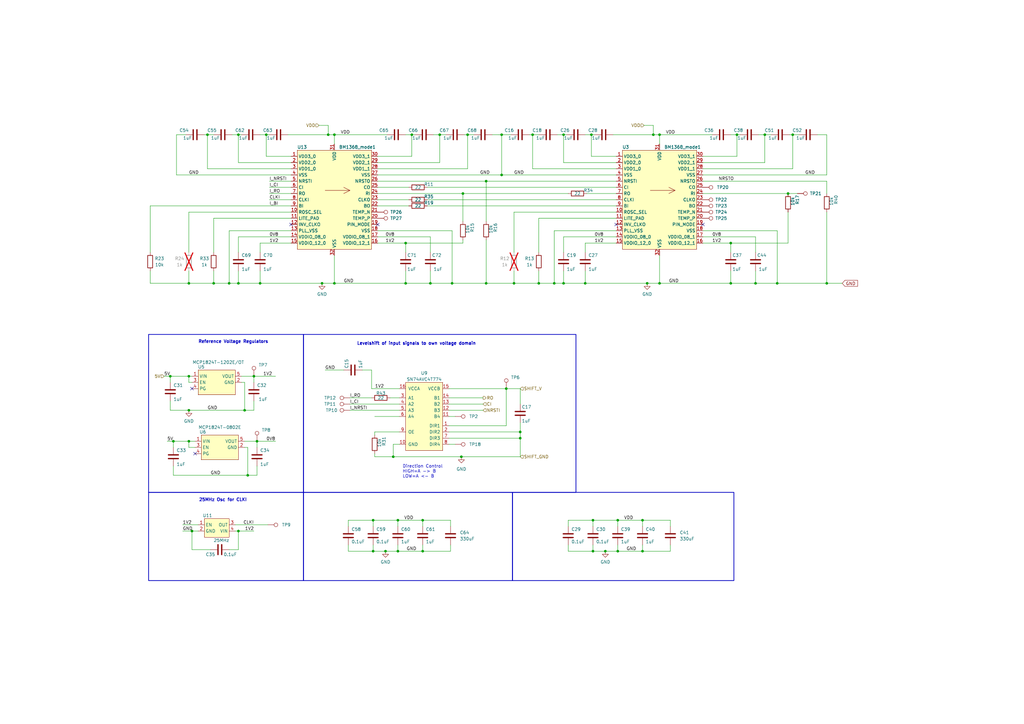
<source format=kicad_sch>
(kicad_sch
	(version 20231120)
	(generator "eeschema")
	(generator_version "8.0")
	(uuid "40795eae-28de-4986-9160-02f43c587d58")
	(paper "A3")
	(title_block
		(title "BitForgeNano")
		(date "2024-06-21")
		(rev "1.0")
		(comment 1 "Licensed under CERN-OHL-W version 2")
	)
	
	(junction
		(at 77.47 180.975)
		(diameter 0)
		(color 0 0 0 0)
		(uuid "06316301-2e48-46e7-8f78-f3b30928feba")
	)
	(junction
		(at 313.69 55.245)
		(diameter 0)
		(color 0 0 0 0)
		(uuid "09f5b165-f47b-47ba-916d-4af954449f5e")
	)
	(junction
		(at 105.41 180.975)
		(diameter 0.9144)
		(color 0 0 0 0)
		(uuid "0e19ce05-740e-44b3-82c0-1a6f3f322859")
	)
	(junction
		(at 270.51 55.245)
		(diameter 0)
		(color 0 0 0 0)
		(uuid "184ab11d-f1ad-4784-b9f3-82b2246a586d")
	)
	(junction
		(at 69.85 154.305)
		(diameter 0.9144)
		(color 0 0 0 0)
		(uuid "1d7061a3-8222-4cd8-a609-d103c32a99a5")
	)
	(junction
		(at 191.77 55.245)
		(diameter 0)
		(color 0 0 0 0)
		(uuid "26eff381-c896-4e7d-951c-368b7b53a9ee")
	)
	(junction
		(at 71.12 180.975)
		(diameter 0.9144)
		(color 0 0 0 0)
		(uuid "2a2f9660-ac64-418e-a704-e6ebd554a4b7")
	)
	(junction
		(at 104.14 154.305)
		(diameter 0.9144)
		(color 0 0 0 0)
		(uuid "2a3ca027-7d91-445b-83cd-a232bb8270fc")
	)
	(junction
		(at 158.115 226.06)
		(diameter 0)
		(color 0 0 0 0)
		(uuid "2c354edb-de75-4c11-b7cb-a3d9c69c2d6d")
	)
	(junction
		(at 78.74 217.805)
		(diameter 0)
		(color 0 0 0 0)
		(uuid "35b5b688-8fba-414d-9cab-a498d1a8b307")
	)
	(junction
		(at 299.72 116.205)
		(diameter 0)
		(color 0 0 0 0)
		(uuid "38c32b8e-e58f-423c-a0d2-fc5efcd7e123")
	)
	(junction
		(at 339.09 116.205)
		(diameter 0)
		(color 0 0 0 0)
		(uuid "3ee29b47-065d-4a25-bb6c-397a33b22d09")
	)
	(junction
		(at 97.79 55.245)
		(diameter 0)
		(color 0 0 0 0)
		(uuid "3f916aca-2917-4298-9492-44d661ef9457")
	)
	(junction
		(at 153.035 226.06)
		(diameter 0.9144)
		(color 0 0 0 0)
		(uuid "470accb6-a29c-4d2d-8646-f300bf4403ce")
	)
	(junction
		(at 213.36 179.705)
		(diameter 0)
		(color 0 0 0 0)
		(uuid "4aefe592-a36c-4223-93b4-aad10cf6138b")
	)
	(junction
		(at 243.205 226.06)
		(diameter 0.9144)
		(color 0 0 0 0)
		(uuid "4b537460-ed0f-45be-be59-937534135ad4")
	)
	(junction
		(at 248.285 226.06)
		(diameter 0)
		(color 0 0 0 0)
		(uuid "4d6cfa79-372c-4c3f-a179-6092791274bb")
	)
	(junction
		(at 77.47 154.305)
		(diameter 0)
		(color 0 0 0 0)
		(uuid "4f6eac26-02be-4dc2-89f3-4abc37ead24d")
	)
	(junction
		(at 185.42 116.205)
		(diameter 0)
		(color 0 0 0 0)
		(uuid "503ba77d-689d-41ed-96c5-fd3ad2d4c495")
	)
	(junction
		(at 265.43 116.205)
		(diameter 0)
		(color 0 0 0 0)
		(uuid "50f66245-a419-459b-ac32-47a848d07032")
	)
	(junction
		(at 97.79 217.805)
		(diameter 0)
		(color 0 0 0 0)
		(uuid "53657d7d-685b-4587-9213-73d8d8fc46dc")
	)
	(junction
		(at 134.62 55.245)
		(diameter 0)
		(color 0 0 0 0)
		(uuid "54ca09d1-5275-4b23-ba09-9e2e7810df56")
	)
	(junction
		(at 163.195 226.06)
		(diameter 0.9144)
		(color 0 0 0 0)
		(uuid "56fb92a3-d296-4131-a4ec-122c8d77b690")
	)
	(junction
		(at 180.34 55.245)
		(diameter 0)
		(color 0 0 0 0)
		(uuid "5cdf8aa7-9c49-4094-9951-837ef5cd706e")
	)
	(junction
		(at 325.12 55.245)
		(diameter 0)
		(color 0 0 0 0)
		(uuid "6083a821-caef-448a-a0ce-430922081f8d")
	)
	(junction
		(at 161.29 187.325)
		(diameter 0)
		(color 0 0 0 0)
		(uuid "6483c65d-f09d-4d0d-b4e6-edcbe4169076")
	)
	(junction
		(at 263.525 213.36)
		(diameter 0)
		(color 0 0 0 0)
		(uuid "65ce0f72-ad05-4eda-adca-b91c1d1fbe27")
	)
	(junction
		(at 163.195 213.36)
		(diameter 0.9144)
		(color 0 0 0 0)
		(uuid "66507a0c-92f5-4402-aeeb-ead62c7f83d8")
	)
	(junction
		(at 87.63 116.205)
		(diameter 0)
		(color 0 0 0 0)
		(uuid "69a66edc-1bfc-44e6-8436-851e38b8d2b8")
	)
	(junction
		(at 109.22 55.245)
		(diameter 0)
		(color 0 0 0 0)
		(uuid "6dd5af11-0aea-4c3e-804c-4e9435ea890f")
	)
	(junction
		(at 231.14 116.205)
		(diameter 0)
		(color 0 0 0 0)
		(uuid "7a7ea699-64c1-47d1-a3cc-bdd7b46cc79e")
	)
	(junction
		(at 100.33 168.275)
		(diameter 0.9144)
		(color 0 0 0 0)
		(uuid "7b3713bd-dfb3-4ca9-a08f-c5737e008a91")
	)
	(junction
		(at 205.74 55.245)
		(diameter 0)
		(color 0 0 0 0)
		(uuid "7b57f430-001c-445a-b7d1-9ce27d6f10bc")
	)
	(junction
		(at 263.525 226.06)
		(diameter 0)
		(color 0 0 0 0)
		(uuid "7e8454ad-33d2-4bbb-a581-babb0b745916")
	)
	(junction
		(at 243.205 213.36)
		(diameter 0.9144)
		(color 0 0 0 0)
		(uuid "7f5fe328-feef-4ef0-803b-91f44dc3549c")
	)
	(junction
		(at 213.36 177.165)
		(diameter 0)
		(color 0 0 0 0)
		(uuid "831ab686-5efe-4260-9fdf-a9981fac3006")
	)
	(junction
		(at 137.16 55.245)
		(diameter 0)
		(color 0 0 0 0)
		(uuid "85fb479a-4884-4c22-b9f1-365a9e5baf77")
	)
	(junction
		(at 270.51 116.205)
		(diameter 0)
		(color 0 0 0 0)
		(uuid "86eecff6-995c-4895-8ff4-d9ca3a626a3d")
	)
	(junction
		(at 227.33 116.205)
		(diameter 0)
		(color 0 0 0 0)
		(uuid "88c42a64-cf26-4425-9693-aa4833b21958")
	)
	(junction
		(at 253.365 226.06)
		(diameter 0.9144)
		(color 0 0 0 0)
		(uuid "8c087e1e-1a4b-4db0-bbc9-104c157e3d26")
	)
	(junction
		(at 101.6 194.945)
		(diameter 0.9144)
		(color 0 0 0 0)
		(uuid "8e3194dc-b1e4-4f88-a024-a972d37ae513")
	)
	(junction
		(at 153.035 213.36)
		(diameter 0.9144)
		(color 0 0 0 0)
		(uuid "8e78494f-8dff-41f9-a3fc-96c77c4c9808")
	)
	(junction
		(at 132.08 116.205)
		(diameter 0)
		(color 0 0 0 0)
		(uuid "8ef143db-4c7a-478c-abba-12fce10a8c71")
	)
	(junction
		(at 218.44 55.245)
		(diameter 0)
		(color 0 0 0 0)
		(uuid "92343399-b5da-4e76-847c-50da6257e36c")
	)
	(junction
		(at 189.865 79.375)
		(diameter 0)
		(color 0 0 0 0)
		(uuid "93778967-ed9d-47a5-ae60-44799e144999")
	)
	(junction
		(at 242.57 55.245)
		(diameter 0)
		(color 0 0 0 0)
		(uuid "9b5fd6b5-8969-4cb5-8cc2-a36690f16856")
	)
	(junction
		(at 210.82 116.205)
		(diameter 0)
		(color 0 0 0 0)
		(uuid "a1de7e1c-4d48-4ec2-905d-baa4691040a6")
	)
	(junction
		(at 93.98 116.205)
		(diameter 0)
		(color 0 0 0 0)
		(uuid "a4c58749-a2bf-4f87-951d-129466ae8d40")
	)
	(junction
		(at 299.72 99.695)
		(diameter 0)
		(color 0 0 0 0)
		(uuid "a73abe00-2452-4b6a-9de3-abe99b0396dd")
	)
	(junction
		(at 166.37 99.695)
		(diameter 0)
		(color 0 0 0 0)
		(uuid "a8cbfb98-b50e-45c9-bdbd-1713aa8320d2")
	)
	(junction
		(at 176.53 116.205)
		(diameter 0)
		(color 0 0 0 0)
		(uuid "a95d912b-986e-483a-927b-2ce7fbc47fda")
	)
	(junction
		(at 168.91 55.245)
		(diameter 0)
		(color 0 0 0 0)
		(uuid "ac405b6e-2e45-4ca4-ac01-d6fbecac66a9")
	)
	(junction
		(at 106.68 116.205)
		(diameter 0)
		(color 0 0 0 0)
		(uuid "afeebd01-de49-4bf5-aefe-a83792a619f5")
	)
	(junction
		(at 199.39 74.295)
		(diameter 0)
		(color 0 0 0 0)
		(uuid "b097c257-490c-485a-996c-e07a992d6950")
	)
	(junction
		(at 253.365 213.36)
		(diameter 0.9144)
		(color 0 0 0 0)
		(uuid "b1b2fcac-4307-4998-a039-af0125a99a76")
	)
	(junction
		(at 189.23 187.325)
		(diameter 0)
		(color 0 0 0 0)
		(uuid "b4bd7fb1-3933-4f21-b11c-2a3b12dce1db")
	)
	(junction
		(at 85.09 55.245)
		(diameter 0)
		(color 0 0 0 0)
		(uuid "b6558745-475f-4dc5-ba61-47b092630dd0")
	)
	(junction
		(at 166.37 116.205)
		(diameter 0)
		(color 0 0 0 0)
		(uuid "b8b94d15-3ac9-4c9f-8d70-2090ce649779")
	)
	(junction
		(at 173.355 226.06)
		(diameter 0)
		(color 0 0 0 0)
		(uuid "d1110db7-3521-41bb-a1ba-4d34dce3639b")
	)
	(junction
		(at 309.88 116.205)
		(diameter 0)
		(color 0 0 0 0)
		(uuid "d1542b85-6da1-4137-aeb1-a5b0a2dfa13c")
	)
	(junction
		(at 220.98 116.205)
		(diameter 0)
		(color 0 0 0 0)
		(uuid "d1a99dfd-0975-4a11-9cc3-7cc7964377b7")
	)
	(junction
		(at 77.47 116.205)
		(diameter 0)
		(color 0 0 0 0)
		(uuid "d29a07ca-b29d-41f4-b77e-b39661642aa5")
	)
	(junction
		(at 240.03 116.205)
		(diameter 0)
		(color 0 0 0 0)
		(uuid "d6d57b1a-083d-43e2-b01f-2dc867fcd4fb")
	)
	(junction
		(at 323.215 79.375)
		(diameter 0)
		(color 0 0 0 0)
		(uuid "d8330001-de3d-49ea-9dff-ae49dd0a4963")
	)
	(junction
		(at 318.77 116.205)
		(diameter 0)
		(color 0 0 0 0)
		(uuid "d8fb0141-4b1a-4e68-9669-93fe9b97bbdb")
	)
	(junction
		(at 77.47 168.275)
		(diameter 0)
		(color 0 0 0 0)
		(uuid "deaf4c3d-c28b-45b8-8b8e-021ed2911fb4")
	)
	(junction
		(at 302.26 55.245)
		(diameter 0)
		(color 0 0 0 0)
		(uuid "df888fb3-5fb3-4d80-8989-36526b4c007d")
	)
	(junction
		(at 207.645 159.385)
		(diameter 0)
		(color 0 0 0 0)
		(uuid "e023198c-a41c-4957-bb72-cfd3c526422c")
	)
	(junction
		(at 173.355 213.36)
		(diameter 0)
		(color 0 0 0 0)
		(uuid "e1118f44-f7c7-489a-953b-255bc8fc2b68")
	)
	(junction
		(at 267.97 55.245)
		(diameter 0)
		(color 0 0 0 0)
		(uuid "ebce190e-ad54-4ae5-8238-3265e0272a5a")
	)
	(junction
		(at 137.16 116.205)
		(diameter 0)
		(color 0 0 0 0)
		(uuid "f7af97c9-7301-456a-890b-82215f5433bc")
	)
	(junction
		(at 199.39 116.205)
		(diameter 0)
		(color 0 0 0 0)
		(uuid "f85d51f9-cdbc-4096-be7b-dc37791edfbe")
	)
	(junction
		(at 231.14 55.245)
		(diameter 0)
		(color 0 0 0 0)
		(uuid "faedf5f9-6162-4edb-a61c-90c630411fc8")
	)
	(junction
		(at 205.74 71.755)
		(diameter 0)
		(color 0 0 0 0)
		(uuid "fecb4ac5-1436-4abe-a198-7d6802931613")
	)
	(junction
		(at 97.79 116.205)
		(diameter 0)
		(color 0 0 0 0)
		(uuid "ff07c85d-eab4-4d90-b5a8-889202e59d97")
	)
	(no_connect
		(at 288.29 92.075)
		(uuid "517e54af-4997-42c6-94e8-e3421a2ed210")
	)
	(no_connect
		(at 80.01 186.055)
		(uuid "563532f1-009d-43c3-ba3c-05f8eb57f175")
	)
	(no_connect
		(at 154.94 92.075)
		(uuid "6ea2954d-f144-4a91-b714-0fe14d8f5daa")
	)
	(no_connect
		(at 252.73 92.075)
		(uuid "7e0ed7c4-0d97-42cb-a5a2-2dd59a6ba49e")
	)
	(no_connect
		(at 78.74 159.385)
		(uuid "c5bb7002-dc49-4fe1-8c74-cc52856a8ff5")
	)
	(no_connect
		(at 119.38 92.075)
		(uuid "d6448f4f-544f-48ab-ab4c-4bd49c95f163")
	)
	(wire
		(pts
			(xy 175.26 84.455) (xy 252.73 84.455)
		)
		(stroke
			(width 0)
			(type default)
		)
		(uuid "00144526-a424-4383-908d-065990d3e7c2")
	)
	(wire
		(pts
			(xy 184.15 182.245) (xy 186.69 182.245)
		)
		(stroke
			(width 0)
			(type default)
		)
		(uuid "00ca64a8-df39-4961-b4a1-65eba57e045e")
	)
	(wire
		(pts
			(xy 104.14 154.305) (xy 104.14 156.845)
		)
		(stroke
			(width 0)
			(type solid)
		)
		(uuid "021d2a0b-bf5a-449b-9507-3c20806f69cf")
	)
	(wire
		(pts
			(xy 325.12 69.215) (xy 325.12 55.245)
		)
		(stroke
			(width 0)
			(type default)
		)
		(uuid "05359944-30db-472a-9f43-7e049d33cedd")
	)
	(wire
		(pts
			(xy 213.36 173.355) (xy 213.36 177.165)
		)
		(stroke
			(width 0)
			(type default)
		)
		(uuid "060516f4-8be9-475b-8d5a-50be989c9a4f")
	)
	(wire
		(pts
			(xy 302.26 55.245) (xy 303.53 55.245)
		)
		(stroke
			(width 0)
			(type default)
		)
		(uuid "076e2a75-131d-44b1-b936-4ba0b3823393")
	)
	(wire
		(pts
			(xy 109.22 55.245) (xy 110.49 55.245)
		)
		(stroke
			(width 0)
			(type default)
		)
		(uuid "07cef496-c3dc-4a0e-98bd-14c20cd5a448")
	)
	(wire
		(pts
			(xy 78.74 217.805) (xy 81.28 217.805)
		)
		(stroke
			(width 0)
			(type default)
		)
		(uuid "084520d4-51a5-416b-971d-eb3e22d561b5")
	)
	(wire
		(pts
			(xy 154.94 97.155) (xy 176.53 97.155)
		)
		(stroke
			(width 0)
			(type default)
		)
		(uuid "09084645-9a57-4e27-92e5-8c295308c039")
	)
	(wire
		(pts
			(xy 97.79 55.245) (xy 99.06 55.245)
		)
		(stroke
			(width 0)
			(type default)
		)
		(uuid "093e4019-ccce-498c-a4de-3515f8c71126")
	)
	(wire
		(pts
			(xy 67.31 154.305) (xy 69.85 154.305)
		)
		(stroke
			(width 0)
			(type solid)
		)
		(uuid "0a2ed79f-4948-49b2-a124-c87ca5d704cc")
	)
	(wire
		(pts
			(xy 339.09 86.995) (xy 339.09 116.205)
		)
		(stroke
			(width 0)
			(type default)
		)
		(uuid "0ac2194e-4cf6-432a-9344-8ccb496fffef")
	)
	(wire
		(pts
			(xy 184.785 223.52) (xy 184.785 226.06)
		)
		(stroke
			(width 0)
			(type default)
		)
		(uuid "0b6e4be4-e61b-48b1-a7a0-450affd5631f")
	)
	(wire
		(pts
			(xy 173.355 226.06) (xy 163.195 226.06)
		)
		(stroke
			(width 0)
			(type solid)
		)
		(uuid "0dab447c-6d93-43d6-af71-ab71ce4a6553")
	)
	(wire
		(pts
			(xy 184.15 170.815) (xy 186.69 170.815)
		)
		(stroke
			(width 0)
			(type default)
		)
		(uuid "0ddf3c00-e254-46aa-a580-e56ea2390f34")
	)
	(wire
		(pts
			(xy 152.4 159.385) (xy 163.83 159.385)
		)
		(stroke
			(width 0)
			(type default)
		)
		(uuid "0e5c1446-e0e5-4f35-8514-56161d735ac0")
	)
	(wire
		(pts
			(xy 71.12 180.975) (xy 77.47 180.975)
		)
		(stroke
			(width 0)
			(type solid)
		)
		(uuid "0ff2ef7d-378e-41f1-899a-798fecd7df72")
	)
	(wire
		(pts
			(xy 175.26 81.915) (xy 252.73 81.915)
		)
		(stroke
			(width 0)
			(type default)
		)
		(uuid "1078f992-746f-471d-adbe-743eb0a2dbf4")
	)
	(wire
		(pts
			(xy 240.665 79.375) (xy 252.73 79.375)
		)
		(stroke
			(width 0)
			(type default)
		)
		(uuid "10cc4b24-14d1-425d-95ec-1b1647f9196e")
	)
	(wire
		(pts
			(xy 97.79 97.155) (xy 119.38 97.155)
		)
		(stroke
			(width 0)
			(type default)
		)
		(uuid "10eaee10-4977-40e0-89dd-11185cdae7e7")
	)
	(wire
		(pts
			(xy 205.74 55.245) (xy 209.55 55.245)
		)
		(stroke
			(width 0)
			(type default)
		)
		(uuid "11fc31bc-6741-425b-81b4-f52ce6dc1e85")
	)
	(wire
		(pts
			(xy 78.74 225.425) (xy 78.74 217.805)
		)
		(stroke
			(width 0)
			(type default)
		)
		(uuid "12ad159f-2e17-494e-beb3-b375b63bba7f")
	)
	(wire
		(pts
			(xy 185.42 116.205) (xy 199.39 116.205)
		)
		(stroke
			(width 0)
			(type default)
		)
		(uuid "13414dcb-10b3-4810-b396-4c7f520ee92a")
	)
	(wire
		(pts
			(xy 270.51 116.205) (xy 299.72 116.205)
		)
		(stroke
			(width 0)
			(type default)
		)
		(uuid "13b6eeb7-8fda-41d2-ba20-47e9539b7ed3")
	)
	(wire
		(pts
			(xy 184.15 159.385) (xy 207.645 159.385)
		)
		(stroke
			(width 0)
			(type default)
		)
		(uuid "13d70405-e2b9-4c21-858a-7ec6934610a4")
	)
	(wire
		(pts
			(xy 142.875 213.36) (xy 153.035 213.36)
		)
		(stroke
			(width 0)
			(type solid)
		)
		(uuid "156d779f-c115-4f64-b8f1-df6e283e4ade")
	)
	(wire
		(pts
			(xy 100.33 168.275) (xy 77.47 168.275)
		)
		(stroke
			(width 0)
			(type solid)
		)
		(uuid "15d68085-e8ca-47a6-9d50-baf6913613df")
	)
	(wire
		(pts
			(xy 137.16 116.205) (xy 166.37 116.205)
		)
		(stroke
			(width 0)
			(type default)
		)
		(uuid "16ab85e0-7b42-4512-86dc-9ecbaddd7561")
	)
	(wire
		(pts
			(xy 339.09 116.205) (xy 345.44 116.205)
		)
		(stroke
			(width 0)
			(type default)
		)
		(uuid "189e7fb9-87bb-47ca-b4c3-47047d352e73")
	)
	(wire
		(pts
			(xy 180.34 55.245) (xy 182.88 55.245)
		)
		(stroke
			(width 0)
			(type default)
		)
		(uuid "1c575c2f-1e5d-4a50-8de9-5520ea4e1b83")
	)
	(wire
		(pts
			(xy 288.29 69.215) (xy 325.12 69.215)
		)
		(stroke
			(width 0)
			(type default)
		)
		(uuid "1d858dc1-d910-4010-8185-1192ddb9a83e")
	)
	(wire
		(pts
			(xy 163.83 177.165) (xy 153.67 177.165)
		)
		(stroke
			(width 0)
			(type default)
		)
		(uuid "1d98ceb0-b098-422b-b674-900a5cfbad81")
	)
	(wire
		(pts
			(xy 163.195 226.06) (xy 158.115 226.06)
		)
		(stroke
			(width 0)
			(type solid)
		)
		(uuid "1dbd1593-0e0b-43b0-803a-989b18bff70e")
	)
	(wire
		(pts
			(xy 302.26 64.135) (xy 302.26 55.245)
		)
		(stroke
			(width 0)
			(type default)
		)
		(uuid "20abffc5-409c-4bfe-b133-4b11d56ef1aa")
	)
	(wire
		(pts
			(xy 292.1 55.245) (xy 270.51 55.245)
		)
		(stroke
			(width 0)
			(type default)
		)
		(uuid "220c4503-da9d-422d-8ec6-a5d8c91316aa")
	)
	(wire
		(pts
			(xy 191.77 69.215) (xy 191.77 55.245)
		)
		(stroke
			(width 0)
			(type default)
		)
		(uuid "235ce656-f55e-48be-bb40-d439332cfb00")
	)
	(wire
		(pts
			(xy 119.38 94.615) (xy 93.98 94.615)
		)
		(stroke
			(width 0)
			(type default)
		)
		(uuid "237496b8-e759-4e46-8d5c-6defe38a89f7")
	)
	(wire
		(pts
			(xy 106.68 111.125) (xy 106.68 116.205)
		)
		(stroke
			(width 0)
			(type default)
		)
		(uuid "23d6fe0e-c13b-4dc8-ba8b-ed262796d45a")
	)
	(wire
		(pts
			(xy 69.85 154.305) (xy 77.47 154.305)
		)
		(stroke
			(width 0)
			(type solid)
		)
		(uuid "23e8827a-2f25-4a18-9bc9-e3702a7b8e8f")
	)
	(wire
		(pts
			(xy 173.355 226.06) (xy 184.785 226.06)
		)
		(stroke
			(width 0)
			(type default)
		)
		(uuid "240f4c37-166e-432b-bbbb-1a626c82987b")
	)
	(wire
		(pts
			(xy 243.205 215.9) (xy 243.205 213.36)
		)
		(stroke
			(width 0)
			(type solid)
		)
		(uuid "243b9031-9a73-4f67-89b7-bee6b0566aa0")
	)
	(wire
		(pts
			(xy 288.29 74.295) (xy 339.09 74.295)
		)
		(stroke
			(width 0)
			(type default)
		)
		(uuid "2481dad3-ce9f-4e02-bd89-8843ca04da59")
	)
	(wire
		(pts
			(xy 323.215 79.375) (xy 327.025 79.375)
		)
		(stroke
			(width 0)
			(type default)
		)
		(uuid "25664a64-3be1-4f3c-ae8b-b8f9040b1276")
	)
	(wire
		(pts
			(xy 189.23 187.325) (xy 213.36 187.325)
		)
		(stroke
			(width 0)
			(type default)
		)
		(uuid "25a08947-fe1b-44bc-a07b-37bb5d835ba3")
	)
	(wire
		(pts
			(xy 253.365 226.06) (xy 248.285 226.06)
		)
		(stroke
			(width 0)
			(type solid)
		)
		(uuid "26cf7cc1-6834-4411-98a9-c2cecad8d2ba")
	)
	(wire
		(pts
			(xy 309.88 116.205) (xy 318.77 116.205)
		)
		(stroke
			(width 0)
			(type default)
		)
		(uuid "27128470-9ee3-4704-9535-a52607a0af19")
	)
	(wire
		(pts
			(xy 270.51 104.775) (xy 270.51 116.205)
		)
		(stroke
			(width 0)
			(type default)
		)
		(uuid "27a88cef-46b3-47a7-90dc-3db6cf91c3bf")
	)
	(wire
		(pts
			(xy 72.39 55.245) (xy 76.2 55.245)
		)
		(stroke
			(width 0)
			(type default)
		)
		(uuid "286142f3-08a8-46f1-aafc-5cc670a89cfd")
	)
	(wire
		(pts
			(xy 96.52 215.265) (xy 109.855 215.265)
		)
		(stroke
			(width 0)
			(type default)
		)
		(uuid "28c16237-a375-4f21-b715-b8c43fcdb012")
	)
	(wire
		(pts
			(xy 97.79 217.805) (xy 104.14 217.805)
		)
		(stroke
			(width 0)
			(type default)
		)
		(uuid "28fba0d2-a9b5-4bbb-bad3-2a97146ae867")
	)
	(wire
		(pts
			(xy 143.51 165.735) (xy 163.83 165.735)
		)
		(stroke
			(width 0)
			(type default)
		)
		(uuid "296af8ca-635a-4731-9379-2cb6e15d7b82")
	)
	(wire
		(pts
			(xy 213.36 179.705) (xy 213.36 187.325)
		)
		(stroke
			(width 0)
			(type default)
		)
		(uuid "29a55fff-b4f1-419e-bcfb-57c40b284f27")
	)
	(wire
		(pts
			(xy 231.14 97.155) (xy 252.73 97.155)
		)
		(stroke
			(width 0)
			(type default)
		)
		(uuid "2ad9d8da-7ffc-423c-b7b6-a1a5df5390ea")
	)
	(wire
		(pts
			(xy 166.37 111.125) (xy 166.37 116.205)
		)
		(stroke
			(width 0)
			(type default)
		)
		(uuid "2b6cfeec-a782-42ab-a37b-88c891d4ad21")
	)
	(wire
		(pts
			(xy 240.03 116.205) (xy 265.43 116.205)
		)
		(stroke
			(width 0)
			(type default)
		)
		(uuid "2c66f2cc-f38d-4653-a87c-8f1a967455d1")
	)
	(wire
		(pts
			(xy 185.42 94.615) (xy 185.42 116.205)
		)
		(stroke
			(width 0)
			(type default)
		)
		(uuid "2eb2a942-7ba3-4a1b-8fce-88ef7492f39a")
	)
	(wire
		(pts
			(xy 152.4 151.765) (xy 152.4 159.385)
		)
		(stroke
			(width 0)
			(type default)
		)
		(uuid "308859cd-1424-4009-b837-a4b54d0f47dc")
	)
	(wire
		(pts
			(xy 106.68 99.695) (xy 106.68 103.505)
		)
		(stroke
			(width 0)
			(type default)
		)
		(uuid "32b4617f-3843-4262-83b9-cf8c093da35b")
	)
	(wire
		(pts
			(xy 248.285 226.06) (xy 243.205 226.06)
		)
		(stroke
			(width 0)
			(type solid)
		)
		(uuid "333f9ed1-8365-48fe-875c-2e77965214ba")
	)
	(wire
		(pts
			(xy 288.29 99.695) (xy 299.72 99.695)
		)
		(stroke
			(width 0)
			(type default)
		)
		(uuid "35707ff2-91e2-4615-8887-5edafebddfef")
	)
	(wire
		(pts
			(xy 253.365 223.52) (xy 253.365 226.06)
		)
		(stroke
			(width 0)
			(type solid)
		)
		(uuid "35d67729-0e21-4384-b48a-8aa86df7c113")
	)
	(wire
		(pts
			(xy 101.6 183.515) (xy 100.33 183.515)
		)
		(stroke
			(width 0)
			(type default)
		)
		(uuid "36388624-255a-419a-a042-31b2c298e170")
	)
	(wire
		(pts
			(xy 228.6 55.245) (xy 231.14 55.245)
		)
		(stroke
			(width 0)
			(type default)
		)
		(uuid "37bc0630-1259-4a5d-938d-3404e24dea4d")
	)
	(wire
		(pts
			(xy 288.29 71.755) (xy 339.09 71.755)
		)
		(stroke
			(width 0)
			(type default)
		)
		(uuid "385e4b13-5182-4e3b-8dcf-f711fb808acf")
	)
	(wire
		(pts
			(xy 153.67 170.815) (xy 163.83 170.815)
		)
		(stroke
			(width 0)
			(type default)
		)
		(uuid "3983410c-6075-48aa-8ade-e0d1745feba4")
	)
	(wire
		(pts
			(xy 207.645 159.385) (xy 213.36 159.385)
		)
		(stroke
			(width 0)
			(type default)
		)
		(uuid "39ba8207-47d6-4b3c-82e2-ba2897c718a5")
	)
	(wire
		(pts
			(xy 240.03 99.695) (xy 240.03 103.505)
		)
		(stroke
			(width 0)
			(type default)
		)
		(uuid "3b6a1855-ad9c-41a4-8baa-aa4d5c58b328")
	)
	(wire
		(pts
			(xy 288.29 97.155) (xy 309.88 97.155)
		)
		(stroke
			(width 0)
			(type default)
		)
		(uuid "3bc7aa27-3350-46bc-b18e-59ea18367812")
	)
	(wire
		(pts
			(xy 217.17 55.245) (xy 218.44 55.245)
		)
		(stroke
			(width 0)
			(type default)
		)
		(uuid "3c2a33dc-5d74-4e92-b71c-91cb539355cf")
	)
	(wire
		(pts
			(xy 143.51 163.195) (xy 152.4 163.195)
		)
		(stroke
			(width 0)
			(type default)
		)
		(uuid "3c2b2a3c-2ae2-4bc2-b8a1-3e34056b43a9")
	)
	(wire
		(pts
			(xy 339.09 71.755) (xy 339.09 55.245)
		)
		(stroke
			(width 0)
			(type default)
		)
		(uuid "3cb6fc0e-adbf-4f38-b70f-8262ed76707f")
	)
	(wire
		(pts
			(xy 227.33 116.205) (xy 231.14 116.205)
		)
		(stroke
			(width 0)
			(type default)
		)
		(uuid "3dc208bf-6ce7-4c2c-8f1e-c50f62d79606")
	)
	(wire
		(pts
			(xy 166.37 116.205) (xy 176.53 116.205)
		)
		(stroke
			(width 0)
			(type default)
		)
		(uuid "3e46800d-1199-48dc-9369-855994787802")
	)
	(wire
		(pts
			(xy 110.49 74.295) (xy 119.38 74.295)
		)
		(stroke
			(width 0)
			(type default)
		)
		(uuid "3e933085-401a-4516-9f61-4ef5a14d8982")
	)
	(wire
		(pts
			(xy 154.94 69.215) (xy 191.77 69.215)
		)
		(stroke
			(width 0)
			(type default)
		)
		(uuid "3ebae562-77cd-4481-a5e8-e77358f7534a")
	)
	(wire
		(pts
			(xy 97.79 111.125) (xy 97.79 116.205)
		)
		(stroke
			(width 0)
			(type default)
		)
		(uuid "3faeaafb-31fe-4320-8ce6-c55c18eb43ca")
	)
	(wire
		(pts
			(xy 77.47 86.995) (xy 77.47 103.505)
		)
		(stroke
			(width 0)
			(type default)
		)
		(uuid "416ea806-b32d-4356-8f15-1b52dcb94580")
	)
	(wire
		(pts
			(xy 274.955 223.52) (xy 274.955 226.06)
		)
		(stroke
			(width 0)
			(type default)
		)
		(uuid "41d7edd1-964e-45d6-afeb-e71f3ea48803")
	)
	(wire
		(pts
			(xy 161.29 182.245) (xy 161.29 187.325)
		)
		(stroke
			(width 0)
			(type default)
		)
		(uuid "42d1d564-e5c7-4cae-ad84-a6b601965d38")
	)
	(wire
		(pts
			(xy 105.41 191.135) (xy 105.41 194.945)
		)
		(stroke
			(width 0)
			(type default)
		)
		(uuid "4463f57b-4be6-4eb3-9a58-9333b7d8e90a")
	)
	(wire
		(pts
			(xy 189.865 79.375) (xy 189.865 90.805)
		)
		(stroke
			(width 0)
			(type default)
		)
		(uuid "4499d1b5-39e7-4605-a6af-0b7e7fecc8f0")
	)
	(wire
		(pts
			(xy 119.38 89.535) (xy 87.63 89.535)
		)
		(stroke
			(width 0)
			(type default)
		)
		(uuid "4544accb-9e95-4721-95b2-1f3f3e7c124b")
	)
	(wire
		(pts
			(xy 134.62 55.245) (xy 137.16 55.245)
		)
		(stroke
			(width 0)
			(type default)
		)
		(uuid "454a0659-ac6b-4f15-915f-e8e0fb88cbd4")
	)
	(wire
		(pts
			(xy 189.865 99.695) (xy 166.37 99.695)
		)
		(stroke
			(width 0)
			(type default)
		)
		(uuid "46a5aa9e-a182-45d3-a151-5bdbeb6741a1")
	)
	(wire
		(pts
			(xy 240.03 111.125) (xy 240.03 116.205)
		)
		(stroke
			(width 0)
			(type default)
		)
		(uuid "46d8e7f4-046d-4a0d-b35d-4481c7befa1f")
	)
	(wire
		(pts
			(xy 99.06 154.305) (xy 104.14 154.305)
		)
		(stroke
			(width 0)
			(type solid)
		)
		(uuid "4831fe83-10f6-4189-9c32-691d578effd5")
	)
	(wire
		(pts
			(xy 252.73 71.755) (xy 205.74 71.755)
		)
		(stroke
			(width 0)
			(type default)
		)
		(uuid "4851e393-adeb-4a7f-95e4-66b0e0c67abc")
	)
	(wire
		(pts
			(xy 263.525 223.52) (xy 263.525 226.06)
		)
		(stroke
			(width 0)
			(type solid)
		)
		(uuid "487cced1-09da-4aa8-9d52-53825bdce5f8")
	)
	(wire
		(pts
			(xy 240.03 99.695) (xy 252.73 99.695)
		)
		(stroke
			(width 0)
			(type default)
		)
		(uuid "48cca622-3e4b-4a21-93be-5b54f6c3bed3")
	)
	(wire
		(pts
			(xy 61.595 84.455) (xy 61.595 103.505)
		)
		(stroke
			(width 0)
			(type default)
		)
		(uuid "494af2b6-5159-499a-bdef-82061af606a4")
	)
	(wire
		(pts
			(xy 154.94 79.375) (xy 189.865 79.375)
		)
		(stroke
			(width 0)
			(type default)
		)
		(uuid "49efa3d8-e966-46a6-bbe3-56d7c1a44357")
	)
	(wire
		(pts
			(xy 339.09 79.375) (xy 339.09 74.295)
		)
		(stroke
			(width 0)
			(type default)
		)
		(uuid "4a00c7f3-0653-4dc1-99be-422c705f0df3")
	)
	(wire
		(pts
			(xy 137.16 55.245) (xy 137.16 59.055)
		)
		(stroke
			(width 0)
			(type default)
		)
		(uuid "4a2922e8-f7f8-4470-b0ce-f5786733ee66")
	)
	(wire
		(pts
			(xy 137.16 104.775) (xy 137.16 116.205)
		)
		(stroke
			(width 0)
			(type default)
		)
		(uuid "4c61b5b5-4a07-40a0-b06d-f7f567a9aca6")
	)
	(wire
		(pts
			(xy 130.81 51.435) (xy 134.62 51.435)
		)
		(stroke
			(width 0)
			(type default)
		)
		(uuid "4c8551d9-7f12-4d2c-99bd-59811084ec02")
	)
	(wire
		(pts
			(xy 77.47 183.515) (xy 77.47 180.975)
		)
		(stroke
			(width 0)
			(type solid)
		)
		(uuid "4ce9b2e3-a685-4626-bbb2-c5fc0efd040e")
	)
	(wire
		(pts
			(xy 154.94 84.455) (xy 167.64 84.455)
		)
		(stroke
			(width 0)
			(type default)
		)
		(uuid "4e567a4e-7aa4-49b1-b7aa-d90242a5fadc")
	)
	(wire
		(pts
			(xy 176.53 111.125) (xy 176.53 116.205)
		)
		(stroke
			(width 0)
			(type default)
		)
		(uuid "4ea71842-a3fb-42c0-a0fd-fd00951d1a78")
	)
	(wire
		(pts
			(xy 106.68 116.205) (xy 132.08 116.205)
		)
		(stroke
			(width 0)
			(type default)
		)
		(uuid "4f2d21fb-6edb-417a-93ea-440dc3d69555")
	)
	(wire
		(pts
			(xy 77.47 116.205) (xy 87.63 116.205)
		)
		(stroke
			(width 0)
			(type default)
		)
		(uuid "52eef1d8-b40a-4f14-8546-573260eb4976")
	)
	(wire
		(pts
			(xy 74.93 215.265) (xy 81.28 215.265)
		)
		(stroke
			(width 0)
			(type default)
		)
		(uuid "532334bf-5e42-4c7f-95bd-f9d0e3af1dc7")
	)
	(wire
		(pts
			(xy 191.77 55.245) (xy 194.31 55.245)
		)
		(stroke
			(width 0)
			(type default)
		)
		(uuid "533a4229-1331-479c-90cd-5b4997e33aff")
	)
	(wire
		(pts
			(xy 242.57 55.245) (xy 242.57 64.135)
		)
		(stroke
			(width 0)
			(type default)
		)
		(uuid "53f90172-a83e-4480-b159-67de4b678e86")
	)
	(wire
		(pts
			(xy 106.68 55.245) (xy 109.22 55.245)
		)
		(stroke
			(width 0)
			(type default)
		)
		(uuid "562fe901-d07e-4480-b529-8c5c66c20105")
	)
	(wire
		(pts
			(xy 154.94 74.295) (xy 199.39 74.295)
		)
		(stroke
			(width 0)
			(type default)
		)
		(uuid "56874bde-5565-43fc-878f-2ee0c981212b")
	)
	(wire
		(pts
			(xy 288.29 94.615) (xy 318.77 94.615)
		)
		(stroke
			(width 0)
			(type default)
		)
		(uuid "56defb2c-61ee-41f0-a905-34595e35c3a3")
	)
	(wire
		(pts
			(xy 134.62 51.435) (xy 134.62 55.245)
		)
		(stroke
			(width 0)
			(type default)
		)
		(uuid "570f07de-0860-474c-b6d6-855f6da41976")
	)
	(wire
		(pts
			(xy 210.82 86.995) (xy 210.82 103.505)
		)
		(stroke
			(width 0)
			(type default)
		)
		(uuid "57bcdcfc-21e2-457a-b09b-4b5f487fb7fc")
	)
	(wire
		(pts
			(xy 218.44 69.215) (xy 252.73 69.215)
		)
		(stroke
			(width 0)
			(type default)
		)
		(uuid "57d87f7b-c6e6-47cf-be1b-cf35141fe5fe")
	)
	(wire
		(pts
			(xy 199.39 90.805) (xy 199.39 74.295)
		)
		(stroke
			(width 0)
			(type default)
		)
		(uuid "582979e5-b324-4f3d-af7d-43356b0a1e72")
	)
	(wire
		(pts
			(xy 173.355 223.52) (xy 173.355 226.06)
		)
		(stroke
			(width 0)
			(type solid)
		)
		(uuid "588c1ea9-907d-44b5-a165-c5bfa46719b9")
	)
	(wire
		(pts
			(xy 77.47 86.995) (xy 119.38 86.995)
		)
		(stroke
			(width 0)
			(type default)
		)
		(uuid "59027408-f576-46d1-bc16-728c490d3e81")
	)
	(wire
		(pts
			(xy 313.69 55.245) (xy 316.23 55.245)
		)
		(stroke
			(width 0)
			(type default)
		)
		(uuid "599e33cd-dd0b-47c1-8ac5-8c5184835364")
	)
	(wire
		(pts
			(xy 180.34 66.675) (xy 180.34 55.245)
		)
		(stroke
			(width 0)
			(type default)
		)
		(uuid "5a5b67ba-a226-4162-a0b1-e0d8a24d501b")
	)
	(wire
		(pts
			(xy 184.15 179.705) (xy 213.36 179.705)
		)
		(stroke
			(width 0)
			(type default)
		)
		(uuid "5a7631f4-5495-46a9-add5-4c3031c28274")
	)
	(wire
		(pts
			(xy 161.29 187.325) (xy 153.67 187.325)
		)
		(stroke
			(width 0)
			(type default)
		)
		(uuid "5b7a5684-368c-4ffc-bb54-66feae30cbcb")
	)
	(wire
		(pts
			(xy 106.68 99.695) (xy 119.38 99.695)
		)
		(stroke
			(width 0)
			(type default)
		)
		(uuid "5c28c5bd-7135-44fb-9d33-26ef9b11251a")
	)
	(wire
		(pts
			(xy 309.88 97.155) (xy 309.88 103.505)
		)
		(stroke
			(width 0)
			(type default)
		)
		(uuid "5cab8398-cf44-441e-afb4-b27e6231d6fa")
	)
	(wire
		(pts
			(xy 210.82 86.995) (xy 252.73 86.995)
		)
		(stroke
			(width 0)
			(type default)
		)
		(uuid "5d617ce8-7499-4525-bbf2-cb3c5d36bb8d")
	)
	(wire
		(pts
			(xy 95.25 55.245) (xy 97.79 55.245)
		)
		(stroke
			(width 0)
			(type default)
		)
		(uuid "60bbcccf-1f79-4765-92f5-f4125ac0d118")
	)
	(wire
		(pts
			(xy 163.83 182.245) (xy 161.29 182.245)
		)
		(stroke
			(width 0)
			(type default)
		)
		(uuid "62263a66-ec5c-46c0-838e-e3dd30bdda1b")
	)
	(wire
		(pts
			(xy 270.51 55.245) (xy 270.51 59.055)
		)
		(stroke
			(width 0)
			(type default)
		)
		(uuid "647a914e-8322-478d-ba8e-442e1f2021e4")
	)
	(wire
		(pts
			(xy 153.67 177.165) (xy 153.67 178.435)
		)
		(stroke
			(width 0)
			(type default)
		)
		(uuid "65da1f33-134f-4672-b167-1b4efcae12cd")
	)
	(wire
		(pts
			(xy 323.215 86.995) (xy 323.215 99.695)
		)
		(stroke
			(width 0)
			(type default)
		)
		(uuid "6617bdb2-27ed-426e-9c2c-65dbeeb762fe")
	)
	(wire
		(pts
			(xy 207.645 174.625) (xy 207.645 159.385)
		)
		(stroke
			(width 0)
			(type default)
		)
		(uuid "664616bf-0404-4725-8c8a-bcb75699ef0d")
	)
	(wire
		(pts
			(xy 220.98 116.205) (xy 227.33 116.205)
		)
		(stroke
			(width 0)
			(type default)
		)
		(uuid "672f4406-bfa2-4323-8237-ae85193d18b7")
	)
	(wire
		(pts
			(xy 110.49 76.835) (xy 119.38 76.835)
		)
		(stroke
			(width 0)
			(type default)
		)
		(uuid "680974db-05d6-40bf-a875-fd81b5acb1cc")
	)
	(wire
		(pts
			(xy 104.14 168.275) (xy 100.33 168.275)
		)
		(stroke
			(width 0)
			(type solid)
		)
		(uuid "689fa578-d8f0-4a84-92a4-aed05c523cde")
	)
	(wire
		(pts
			(xy 74.93 217.805) (xy 78.74 217.805)
		)
		(stroke
			(width 0)
			(type default)
		)
		(uuid "69f6ad99-2139-4f2b-87c3-9c1d45e046f1")
	)
	(wire
		(pts
			(xy 85.09 69.215) (xy 85.09 55.245)
		)
		(stroke
			(width 0)
			(type default)
		)
		(uuid "6b8d3e0d-e214-4990-81ee-83ba352c71c6")
	)
	(wire
		(pts
			(xy 299.72 111.125) (xy 299.72 116.205)
		)
		(stroke
			(width 0)
			(type default)
		)
		(uuid "6cf52c86-ccba-423d-a5ac-28b34a420452")
	)
	(wire
		(pts
			(xy 154.94 76.835) (xy 167.64 76.835)
		)
		(stroke
			(width 0)
			(type default)
		)
		(uuid "6e97785b-cbca-4d79-8d64-c76b3a98b93d")
	)
	(wire
		(pts
			(xy 71.12 180.975) (xy 71.12 183.515)
		)
		(stroke
			(width 0)
			(type solid)
		)
		(uuid "6f402430-f486-4cd4-bf93-86f257ac1414")
	)
	(wire
		(pts
			(xy 163.195 215.9) (xy 163.195 213.36)
		)
		(stroke
			(width 0)
			(type solid)
		)
		(uuid "71af415e-cfd7-40f4-b556-16a1bab6f849")
	)
	(wire
		(pts
			(xy 109.22 55.245) (xy 109.22 64.135)
		)
		(stroke
			(width 0)
			(type default)
		)
		(uuid "731f5e2f-bb5c-4d97-87b2-9878b7559c78")
	)
	(wire
		(pts
			(xy 142.875 223.52) (xy 142.875 226.06)
		)
		(stroke
			(width 0)
			(type solid)
		)
		(uuid "73390a60-0b35-49fb-a1a3-9822ec0fe5b1")
	)
	(wire
		(pts
			(xy 87.63 89.535) (xy 87.63 103.505)
		)
		(stroke
			(width 0)
			(type default)
		)
		(uuid "73515855-88ba-4075-8b14-334b5a3e8f79")
	)
	(wire
		(pts
			(xy 288.29 66.675) (xy 313.69 66.675)
		)
		(stroke
			(width 0)
			(type default)
		)
		(uuid "752cab7f-8f14-4b6b-8310-bc25891c2cf4")
	)
	(wire
		(pts
			(xy 267.97 51.435) (xy 267.97 55.245)
		)
		(stroke
			(width 0)
			(type default)
		)
		(uuid "7534096d-815a-403a-bfdb-df7a2b6526f2")
	)
	(wire
		(pts
			(xy 154.94 99.695) (xy 166.37 99.695)
		)
		(stroke
			(width 0)
			(type default)
		)
		(uuid "7a1e83bf-b38c-4327-ade9-de67a3bd8183")
	)
	(wire
		(pts
			(xy 163.83 168.275) (xy 143.51 168.275)
		)
		(stroke
			(width 0)
			(type default)
		)
		(uuid "7a6db210-61d1-4ed7-aa6a-c227d4a7a77e")
	)
	(wire
		(pts
			(xy 118.11 55.245) (xy 134.62 55.245)
		)
		(stroke
			(width 0)
			(type default)
		)
		(uuid "7f700a70-fef6-4385-8bb8-1cc9c3ea7a36")
	)
	(wire
		(pts
			(xy 190.5 55.245) (xy 191.77 55.245)
		)
		(stroke
			(width 0)
			(type default)
		)
		(uuid "8075eb31-992e-40d1-bd3d-81b6ef0862d2")
	)
	(wire
		(pts
			(xy 263.525 226.06) (xy 253.365 226.06)
		)
		(stroke
			(width 0)
			(type solid)
		)
		(uuid "81d05535-497a-4d11-9c95-4bbde2e7658a")
	)
	(wire
		(pts
			(xy 83.82 55.245) (xy 85.09 55.245)
		)
		(stroke
			(width 0)
			(type default)
		)
		(uuid "83275628-ff51-47e4-9cba-d083bac5710e")
	)
	(wire
		(pts
			(xy 325.12 55.245) (xy 327.66 55.245)
		)
		(stroke
			(width 0)
			(type default)
		)
		(uuid "844d4cc0-2bd3-4ebd-b367-f2bd2c9ce3a6")
	)
	(wire
		(pts
			(xy 184.15 165.735) (xy 198.12 165.735)
		)
		(stroke
			(width 0)
			(type default)
		)
		(uuid "84724845-5616-4803-98fb-33e31e2f43f3")
	)
	(wire
		(pts
			(xy 97.79 225.425) (xy 97.79 217.805)
		)
		(stroke
			(width 0)
			(type default)
		)
		(uuid "856256a7-2bea-420c-9bc2-d0caebc3eaea")
	)
	(wire
		(pts
			(xy 105.41 180.975) (xy 105.41 183.515)
		)
		(stroke
			(width 0)
			(type solid)
		)
		(uuid "858e4ce0-8bd3-4774-93d9-2e7237643035")
	)
	(wire
		(pts
			(xy 153.035 223.52) (xy 153.035 226.06)
		)
		(stroke
			(width 0)
			(type solid)
		)
		(uuid "86503649-c80a-4b6c-a6cf-b70ea646c369")
	)
	(wire
		(pts
			(xy 252.73 89.535) (xy 220.98 89.535)
		)
		(stroke
			(width 0)
			(type default)
		)
		(uuid "865864a0-b750-46cb-b492-66621c56a649")
	)
	(wire
		(pts
			(xy 101.6 194.945) (xy 71.12 194.945)
		)
		(stroke
			(width 0)
			(type solid)
		)
		(uuid "876ad80e-f5ca-4d1c-a41c-44d90e9e3da1")
	)
	(wire
		(pts
			(xy 265.43 116.205) (xy 270.51 116.205)
		)
		(stroke
			(width 0)
			(type default)
		)
		(uuid "89690b11-13e1-44d2-9b48-923fcdaaa59b")
	)
	(wire
		(pts
			(xy 184.15 174.625) (xy 207.645 174.625)
		)
		(stroke
			(width 0)
			(type default)
		)
		(uuid "8b311013-bad6-4ec0-bff9-33e9b2c324f4")
	)
	(wire
		(pts
			(xy 105.41 180.975) (xy 113.03 180.975)
		)
		(stroke
			(width 0)
			(type solid)
		)
		(uuid "8c5812a9-2dd7-4ed2-913c-d086a552ff2a")
	)
	(wire
		(pts
			(xy 233.045 215.9) (xy 233.045 213.36)
		)
		(stroke
			(width 0)
			(type solid)
		)
		(uuid "8f6b8559-75be-4288-94eb-cca9bbe593ef")
	)
	(wire
		(pts
			(xy 253.365 215.9) (xy 253.365 213.36)
		)
		(stroke
			(width 0)
			(type solid)
		)
		(uuid "903d7cd4-17d3-47d4-8bc5-be20e649cf98")
	)
	(wire
		(pts
			(xy 148.59 151.765) (xy 152.4 151.765)
		)
		(stroke
			(width 0)
			(type default)
		)
		(uuid "909435d3-cd30-4507-a23d-9db5e80e2d56")
	)
	(wire
		(pts
			(xy 213.36 159.385) (xy 213.36 165.735)
		)
		(stroke
			(width 0)
			(type default)
		)
		(uuid "9389fc81-5ced-4ac2-8689-1bbc5e867242")
	)
	(wire
		(pts
			(xy 240.03 55.245) (xy 242.57 55.245)
		)
		(stroke
			(width 0)
			(type default)
		)
		(uuid "940e66ca-9177-4d55-bfb2-3cfb741fa35d")
	)
	(wire
		(pts
			(xy 77.47 156.845) (xy 78.74 156.845)
		)
		(stroke
			(width 0)
			(type default)
		)
		(uuid "9459d04b-70b5-421a-a54e-5d6ba3e60da0")
	)
	(wire
		(pts
			(xy 158.115 226.06) (xy 153.035 226.06)
		)
		(stroke
			(width 0)
			(type solid)
		)
		(uuid "94f3cf41-644c-402f-a04c-db026d5a1f90")
	)
	(wire
		(pts
			(xy 77.47 183.515) (xy 80.01 183.515)
		)
		(stroke
			(width 0)
			(type default)
		)
		(uuid "95cd4c50-e298-4acc-bcae-d2888c37b1d6")
	)
	(wire
		(pts
			(xy 166.37 99.695) (xy 166.37 103.505)
		)
		(stroke
			(width 0)
			(type default)
		)
		(uuid "96013712-0f52-4fc3-bb80-77d525059e1a")
	)
	(wire
		(pts
			(xy 243.205 226.06) (xy 233.045 226.06)
		)
		(stroke
			(width 0)
			(type solid)
		)
		(uuid "9701c0ac-dea7-4f79-9352-be2bf3a93686")
	)
	(wire
		(pts
			(xy 97.79 116.205) (xy 106.68 116.205)
		)
		(stroke
			(width 0)
			(type default)
		)
		(uuid "977d29a6-cfd3-4faf-a420-8ce7c2ca3cb1")
	)
	(wire
		(pts
			(xy 104.14 164.465) (xy 104.14 168.275)
		)
		(stroke
			(width 0)
			(type default)
		)
		(uuid "97819175-fa0a-4009-91a1-5a8db616503f")
	)
	(wire
		(pts
			(xy 100.33 156.845) (xy 99.06 156.845)
		)
		(stroke
			(width 0)
			(type default)
		)
		(uuid "979f8ffb-719f-42f6-a7df-e27e9ef987fd")
	)
	(wire
		(pts
			(xy 218.44 55.245) (xy 220.98 55.245)
		)
		(stroke
			(width 0)
			(type default)
		)
		(uuid "98690dbb-85f8-426a-b9cd-5d86de1eb59c")
	)
	(wire
		(pts
			(xy 61.595 116.205) (xy 77.47 116.205)
		)
		(stroke
			(width 0)
			(type default)
		)
		(uuid "99110e89-32e9-486d-a528-ac60ff328632")
	)
	(wire
		(pts
			(xy 87.63 111.125) (xy 87.63 116.205)
		)
		(stroke
			(width 0)
			(type default)
		)
		(uuid "9ad2be5b-cd66-41d8-a0d6-779d1150a2d2")
	)
	(wire
		(pts
			(xy 110.49 79.375) (xy 119.38 79.375)
		)
		(stroke
			(width 0)
			(type default)
		)
		(uuid "9cc74639-5d8e-4f0f-a2e0-0446bc0bc5a0")
	)
	(wire
		(pts
			(xy 227.33 94.615) (xy 227.33 116.205)
		)
		(stroke
			(width 0)
			(type default)
		)
		(uuid "9d5ed0f0-242f-41da-98f3-2ae085dff6a6")
	)
	(wire
		(pts
			(xy 274.955 215.9) (xy 274.955 213.36)
		)
		(stroke
			(width 0)
			(type default)
		)
		(uuid "9d944e84-6a94-4e89-b5bf-706588419142")
	)
	(wire
		(pts
			(xy 267.97 55.245) (xy 270.51 55.245)
		)
		(stroke
			(width 0)
			(type default)
		)
		(uuid "9e7efc7b-1e04-4d69-904c-70f916fc2211")
	)
	(wire
		(pts
			(xy 263.525 213.36) (xy 274.955 213.36)
		)
		(stroke
			(width 0)
			(type default)
		)
		(uuid "9e98948d-18c4-46b3-b6b0-0449eb070b8d")
	)
	(wire
		(pts
			(xy 173.355 215.9) (xy 173.355 213.36)
		)
		(stroke
			(width 0)
			(type solid)
		)
		(uuid "9ee5ecca-1859-4ed4-beed-f82b5d76f7e9")
	)
	(wire
		(pts
			(xy 77.47 156.845) (xy 77.47 154.305)
		)
		(stroke
			(width 0)
			(type solid)
		)
		(uuid "9fca7421-5b79-4f4d-82e7-66c29f15efbb")
	)
	(wire
		(pts
			(xy 231.14 97.155) (xy 231.14 103.505)
		)
		(stroke
			(width 0)
			(type default)
		)
		(uuid "a29d2c71-0dc3-48db-85f7-b3f158acff90")
	)
	(wire
		(pts
			(xy 119.38 71.755) (xy 72.39 71.755)
		)
		(stroke
			(width 0)
			(type default)
		)
		(uuid "a33a42f4-969f-4991-b616-2b47d3c20fd1")
	)
	(wire
		(pts
			(xy 77.47 168.275) (xy 69.85 168.275)
		)
		(stroke
			(width 0)
			(type solid)
		)
		(uuid "a36f5fce-5c54-4738-bb0e-3d4c001fc5f6")
	)
	(wire
		(pts
			(xy 109.22 64.135) (xy 119.38 64.135)
		)
		(stroke
			(width 0)
			(type default)
		)
		(uuid "a445898b-d80f-43a9-8304-4f7c8d1a50e6")
	)
	(wire
		(pts
			(xy 154.94 94.615) (xy 185.42 94.615)
		)
		(stroke
			(width 0)
			(type default)
		)
		(uuid "a5a355c1-7d78-42de-9075-9c66428ffb6e")
	)
	(wire
		(pts
			(xy 233.045 213.36) (xy 243.205 213.36)
		)
		(stroke
			(width 0)
			(type solid)
		)
		(uuid "a5b4b47b-ac77-4b71-8b8a-f646d4f3f5d8")
	)
	(wire
		(pts
			(xy 199.39 74.295) (xy 252.73 74.295)
		)
		(stroke
			(width 0)
			(type default)
		)
		(uuid "a5cc1b70-4415-46a2-bbd3-165ed5b64d04")
	)
	(wire
		(pts
			(xy 154.94 66.675) (xy 180.34 66.675)
		)
		(stroke
			(width 0)
			(type default)
		)
		(uuid "a71f25a6-db3c-44df-9148-c149d4e6ce26")
	)
	(wire
		(pts
			(xy 184.785 215.9) (xy 184.785 213.36)
		)
		(stroke
			(width 0)
			(type default)
		)
		(uuid "a9264372-17ef-4729-b1e4-0b58ff2863c9")
	)
	(wire
		(pts
			(xy 176.53 116.205) (xy 185.42 116.205)
		)
		(stroke
			(width 0)
			(type default)
		)
		(uuid "a92d8799-19c8-4358-949f-5dbb43de64a9")
	)
	(wire
		(pts
			(xy 93.98 94.615) (xy 93.98 116.205)
		)
		(stroke
			(width 0)
			(type default)
		)
		(uuid "a96befe6-8368-4af2-9b28-e60669fb686a")
	)
	(wire
		(pts
			(xy 154.94 81.915) (xy 167.64 81.915)
		)
		(stroke
			(width 0)
			(type default)
		)
		(uuid "aa1df6b0-91a0-462b-80fa-bef138c5ad19")
	)
	(wire
		(pts
			(xy 318.77 116.205) (xy 339.09 116.205)
		)
		(stroke
			(width 0)
			(type default)
		)
		(uuid "abd8e698-5488-4697-a876-963695b3e200")
	)
	(wire
		(pts
			(xy 218.44 69.215) (xy 218.44 55.245)
		)
		(stroke
			(width 0)
			(type default)
		)
		(uuid "ac31157a-113a-4ef2-b71a-ee6ad702033d")
	)
	(wire
		(pts
			(xy 110.49 81.915) (xy 119.38 81.915)
		)
		(stroke
			(width 0)
			(type default)
		)
		(uuid "ac4ec4dd-88ce-475c-8f46-5ca7c4356d3b")
	)
	(wire
		(pts
			(xy 160.02 163.195) (xy 163.83 163.195)
		)
		(stroke
			(width 0)
			(type default)
		)
		(uuid "ad2ea653-17ed-4921-91d9-e9772e692b9a")
	)
	(wire
		(pts
			(xy 318.77 94.615) (xy 318.77 116.205)
		)
		(stroke
			(width 0)
			(type default)
		)
		(uuid "ae418528-2ad0-4cd4-9a18-0432f27e04be")
	)
	(wire
		(pts
			(xy 242.57 64.135) (xy 252.73 64.135)
		)
		(stroke
			(width 0)
			(type default)
		)
		(uuid "af76b800-e4e8-405e-b32e-dee05a533a79")
	)
	(wire
		(pts
			(xy 166.37 55.245) (xy 168.91 55.245)
		)
		(stroke
			(width 0)
			(type default)
		)
		(uuid "afaedfa5-6d70-46ef-b3c1-8d78fffb9dfe")
	)
	(wire
		(pts
			(xy 153.67 187.325) (xy 153.67 186.055)
		)
		(stroke
			(width 0)
			(type default)
		)
		(uuid "b00402f8-2a23-4697-bf6f-a343145e028b")
	)
	(wire
		(pts
			(xy 184.15 168.275) (xy 198.12 168.275)
		)
		(stroke
			(width 0)
			(type default)
		)
		(uuid "b0537b07-8431-4ed4-9ace-783054e33d74")
	)
	(wire
		(pts
			(xy 158.75 55.245) (xy 137.16 55.245)
		)
		(stroke
			(width 0)
			(type default)
		)
		(uuid "b1892aa5-17d7-4e38-aa4e-800f911a6222")
	)
	(wire
		(pts
			(xy 299.72 99.695) (xy 299.72 103.505)
		)
		(stroke
			(width 0)
			(type default)
		)
		(uuid "b66dbc59-11db-42d2-8fb3-b071ccc481f3")
	)
	(wire
		(pts
			(xy 163.195 213.36) (xy 173.355 213.36)
		)
		(stroke
			(width 0)
			(type solid)
		)
		(uuid "b68c6cc0-0dbd-485c-9072-d132ca693736")
	)
	(wire
		(pts
			(xy 313.69 66.675) (xy 313.69 55.245)
		)
		(stroke
			(width 0)
			(type default)
		)
		(uuid "b68eac10-6d4d-4792-ba49-d961b66cfa39")
	)
	(wire
		(pts
			(xy 339.09 55.245) (xy 335.28 55.245)
		)
		(stroke
			(width 0)
			(type default)
		)
		(uuid "b7071915-5493-4432-b16f-458e27780ff6")
	)
	(wire
		(pts
			(xy 264.16 51.435) (xy 267.97 51.435)
		)
		(stroke
			(width 0)
			(type default)
		)
		(uuid "b7a54ca0-4d10-485b-a480-ff5fd99c6aa2")
	)
	(wire
		(pts
			(xy 96.52 217.805) (xy 97.79 217.805)
		)
		(stroke
			(width 0)
			(type default)
		)
		(uuid "b82baf57-b95e-4888-bfea-b022bb745f55")
	)
	(wire
		(pts
			(xy 68.58 180.975) (xy 71.12 180.975)
		)
		(stroke
			(width 0)
			(type solid)
		)
		(uuid "b8ce5fc3-4942-47d2-9b87-b7a9ef6ec115")
	)
	(wire
		(pts
			(xy 77.47 180.975) (xy 80.01 180.975)
		)
		(stroke
			(width 0)
			(type default)
		)
		(uuid "b8f99e85-495d-4679-9294-520bca0b4f8f")
	)
	(wire
		(pts
			(xy 220.98 111.125) (xy 220.98 116.205)
		)
		(stroke
			(width 0)
			(type default)
		)
		(uuid "b9a5bea4-7a26-4ecb-b626-b5b8ec75e880")
	)
	(wire
		(pts
			(xy 97.79 66.675) (xy 97.79 55.245)
		)
		(stroke
			(width 0)
			(type default)
		)
		(uuid "bc2f1171-1b6c-4dc2-bb2c-789ce3850985")
	)
	(wire
		(pts
			(xy 69.85 164.465) (xy 69.85 168.275)
		)
		(stroke
			(width 0)
			(type default)
		)
		(uuid "bf85b03e-2b0b-4aa9-9ede-2420c3f556ac")
	)
	(wire
		(pts
			(xy 133.35 151.765) (xy 140.97 151.765)
		)
		(stroke
			(width 0)
			(type default)
		)
		(uuid "c1fdc81e-d1cb-4099-9ac3-b9d5696a6f32")
	)
	(wire
		(pts
			(xy 199.39 116.205) (xy 210.82 116.205)
		)
		(stroke
			(width 0)
			(type default)
		)
		(uuid "c286081c-45dc-4b19-9512-a58368c87bb1")
	)
	(wire
		(pts
			(xy 231.14 116.205) (xy 240.03 116.205)
		)
		(stroke
			(width 0)
			(type default)
		)
		(uuid "c356b48d-95a5-4b7b-88cd-f464b794dea6")
	)
	(wire
		(pts
			(xy 86.36 225.425) (xy 78.74 225.425)
		)
		(stroke
			(width 0)
			(type default)
		)
		(uuid "c420eefa-e9f1-46f2-98a4-a591e8a8c267")
	)
	(wire
		(pts
			(xy 153.035 226.06) (xy 142.875 226.06)
		)
		(stroke
			(width 0)
			(type solid)
		)
		(uuid "c5e8b16d-9f1f-4e6a-9dfe-60ec950763ca")
	)
	(wire
		(pts
			(xy 168.91 64.135) (xy 168.91 55.245)
		)
		(stroke
			(width 0)
			(type default)
		)
		(uuid "c8c1a071-0111-4a48-b2bd-6e7576d31e80")
	)
	(wire
		(pts
			(xy 323.85 55.245) (xy 325.12 55.245)
		)
		(stroke
			(width 0)
			(type default)
		)
		(uuid "ca1c6a9c-4ef2-4e49-ab26-67dbd3aa3a68")
	)
	(wire
		(pts
			(xy 288.29 64.135) (xy 302.26 64.135)
		)
		(stroke
			(width 0)
			(type default)
		)
		(uuid "cadb9cb6-87a6-471c-b5b0-d07bca7425a1")
	)
	(wire
		(pts
			(xy 299.72 116.205) (xy 309.88 116.205)
		)
		(stroke
			(width 0)
			(type default)
		)
		(uuid "cb1c2f80-55e8-479e-aa1b-c98b68d03572")
	)
	(wire
		(pts
			(xy 163.195 223.52) (xy 163.195 226.06)
		)
		(stroke
			(width 0)
			(type solid)
		)
		(uuid "cc710afb-ae02-406c-9c4f-5a02fb0131ec")
	)
	(wire
		(pts
			(xy 61.595 111.125) (xy 61.595 116.205)
		)
		(stroke
			(width 0)
			(type default)
		)
		(uuid "cdd43e4b-fd09-4098-99c4-2581258a7453")
	)
	(wire
		(pts
			(xy 85.09 69.215) (xy 119.38 69.215)
		)
		(stroke
			(width 0)
			(type default)
		)
		(uuid "cdf87763-631e-40c8-a362-8bc5b7c18f3e")
	)
	(wire
		(pts
			(xy 61.595 84.455) (xy 119.38 84.455)
		)
		(stroke
			(width 0)
			(type default)
		)
		(uuid "ce4d847a-9475-46c6-89e2-d387be2bd4c9")
	)
	(wire
		(pts
			(xy 233.045 223.52) (xy 233.045 226.06)
		)
		(stroke
			(width 0)
			(type solid)
		)
		(uuid "cedd4c16-3b67-441e-8a4c-34a7435d2f6e")
	)
	(wire
		(pts
			(xy 93.98 116.205) (xy 97.79 116.205)
		)
		(stroke
			(width 0)
			(type default)
		)
		(uuid "cf8e7820-c28b-4817-80ec-d0495fa80c32")
	)
	(wire
		(pts
			(xy 176.53 97.155) (xy 176.53 103.505)
		)
		(stroke
			(width 0)
			(type default)
		)
		(uuid "d0a6b771-96ac-4092-aff1-9ade8310dce9")
	)
	(wire
		(pts
			(xy 231.14 66.675) (xy 231.14 55.245)
		)
		(stroke
			(width 0)
			(type default)
		)
		(uuid "d11fd032-f3db-4212-89ec-798c874d5e42")
	)
	(wire
		(pts
			(xy 97.79 66.675) (xy 119.38 66.675)
		)
		(stroke
			(width 0)
			(type default)
		)
		(uuid "d1499338-976b-4080-accb-dff02aadb615")
	)
	(wire
		(pts
			(xy 213.36 177.165) (xy 213.36 179.705)
		)
		(stroke
			(width 0)
			(type default)
		)
		(uuid "d1c5c0c8-301f-4414-a644-04428f606829")
	)
	(wire
		(pts
			(xy 100.33 180.975) (xy 105.41 180.975)
		)
		(stroke
			(width 0)
			(type solid)
		)
		(uuid "d2a0c961-f022-475e-873b-9efc5a1a56c6")
	)
	(wire
		(pts
			(xy 93.98 225.425) (xy 97.79 225.425)
		)
		(stroke
			(width 0)
			(type default)
		)
		(uuid "d37afd1c-cdad-4485-8eb2-abc6c807dbf5")
	)
	(wire
		(pts
			(xy 132.08 116.205) (xy 137.16 116.205)
		)
		(stroke
			(width 0)
			(type default)
		)
		(uuid "d3831e8a-da54-42db-b4a4-2083b237d300")
	)
	(wire
		(pts
			(xy 77.47 111.125) (xy 77.47 116.205)
		)
		(stroke
			(width 0)
			(type default)
		)
		(uuid "d4864e49-c8c3-4979-8075-db6388383548")
	)
	(wire
		(pts
			(xy 243.205 223.52) (xy 243.205 226.06)
		)
		(stroke
			(width 0)
			(type solid)
		)
		(uuid "d4a3df71-c1a7-4044-94e5-1260a6c26f48")
	)
	(wire
		(pts
			(xy 220.98 89.535) (xy 220.98 103.505)
		)
		(stroke
			(width 0)
			(type default)
		)
		(uuid "d973d2a3-3003-4aa2-85f8-0c9074ff17dc")
	)
	(wire
		(pts
			(xy 205.74 55.245) (xy 201.93 55.245)
		)
		(stroke
			(width 0)
			(type default)
		)
		(uuid "da3f6af3-0e8c-43e4-96c4-9f82f4545bc2")
	)
	(wire
		(pts
			(xy 154.94 71.755) (xy 205.74 71.755)
		)
		(stroke
			(width 0)
			(type default)
		)
		(uuid "daddb782-6a8d-4aae-bf86-c78a61e2203c")
	)
	(wire
		(pts
			(xy 309.88 111.125) (xy 309.88 116.205)
		)
		(stroke
			(width 0)
			(type default)
		)
		(uuid "daf5e98f-f593-4908-a50e-2a41d8d5ebb9")
	)
	(wire
		(pts
			(xy 153.035 215.9) (xy 153.035 213.36)
		)
		(stroke
			(width 0)
			(type solid)
		)
		(uuid "dbc2a6b2-5e85-46bc-be7f-c733de40f2e9")
	)
	(wire
		(pts
			(xy 253.365 213.36) (xy 263.525 213.36)
		)
		(stroke
			(width 0)
			(type solid)
		)
		(uuid "dca1060f-29ae-4771-959a-5ef012e9141d")
	)
	(wire
		(pts
			(xy 77.47 154.305) (xy 78.74 154.305)
		)
		(stroke
			(width 0)
			(type default)
		)
		(uuid "dd2a43e6-33e1-4d4c-a3e1-3a1ead27060e")
	)
	(wire
		(pts
			(xy 243.205 213.36) (xy 253.365 213.36)
		)
		(stroke
			(width 0)
			(type solid)
		)
		(uuid "dd6dfdae-6b3f-4e3b-9bf3-9993573acff5")
	)
	(wire
		(pts
			(xy 153.035 213.36) (xy 163.195 213.36)
		)
		(stroke
			(width 0)
			(type solid)
		)
		(uuid "dd96e599-7335-4ea2-91ae-2fc7c6f2cdc6")
	)
	(wire
		(pts
			(xy 242.57 55.245) (xy 243.84 55.245)
		)
		(stroke
			(width 0)
			(type default)
		)
		(uuid "e0490d98-2c7e-4fff-a308-a83c484d50fe")
	)
	(wire
		(pts
			(xy 252.73 94.615) (xy 227.33 94.615)
		)
		(stroke
			(width 0)
			(type default)
		)
		(uuid "e0b2bd0b-7525-46c8-a0ff-36163941785a")
	)
	(wire
		(pts
			(xy 263.525 215.9) (xy 263.525 213.36)
		)
		(stroke
			(width 0)
			(type solid)
		)
		(uuid "e3ec365f-db7e-49c2-a49f-a1e91d9e3da1")
	)
	(wire
		(pts
			(xy 184.15 163.195) (xy 198.12 163.195)
		)
		(stroke
			(width 0)
			(type default)
		)
		(uuid "e4a0159b-4282-4d66-817a-4cd3f4aba7b9")
	)
	(wire
		(pts
			(xy 323.215 99.695) (xy 299.72 99.695)
		)
		(stroke
			(width 0)
			(type default)
		)
		(uuid "e5df4490-e6c8-4242-823d-9cb4a42e36e0")
	)
	(wire
		(pts
			(xy 231.14 111.125) (xy 231.14 116.205)
		)
		(stroke
			(width 0)
			(type default)
		)
		(uuid "e69cc211-e859-473e-89b5-cddacfc102ee")
	)
	(wire
		(pts
			(xy 288.29 79.375) (xy 323.215 79.375)
		)
		(stroke
			(width 0)
			(type default)
		)
		(uuid "e780fc37-cde6-48c5-a7a0-1bccc4368f7d")
	)
	(wire
		(pts
			(xy 175.26 76.835) (xy 252.73 76.835)
		)
		(stroke
			(width 0)
			(type default)
		)
		(uuid "e901138f-68d2-41ac-b0d5-5f45a9f34c3a")
	)
	(wire
		(pts
			(xy 311.15 55.245) (xy 313.69 55.245)
		)
		(stroke
			(width 0)
			(type default)
		)
		(uuid "e9b57e02-7607-4af2-b600-bd7f2bb4741d")
	)
	(wire
		(pts
			(xy 189.865 98.425) (xy 189.865 99.695)
		)
		(stroke
			(width 0)
			(type default)
		)
		(uuid "ea1b31c5-3ae6-486a-a63a-b9edab61fab6")
	)
	(wire
		(pts
			(xy 154.94 64.135) (xy 168.91 64.135)
		)
		(stroke
			(width 0)
			(type default)
		)
		(uuid "ec1db3fc-2f93-4388-88fa-37ee06cbf069")
	)
	(wire
		(pts
			(xy 100.33 156.845) (xy 100.33 168.275)
		)
		(stroke
			(width 0)
			(type solid)
		)
		(uuid "ecfd102d-14d4-47e7-8720-b812085b92b5")
	)
	(wire
		(pts
			(xy 71.12 191.135) (xy 71.12 194.945)
		)
		(stroke
			(width 0)
			(type default)
		)
		(uuid "ed287072-ad5d-4c8d-8505-af23cd03ae87")
	)
	(wire
		(pts
			(xy 104.14 154.305) (xy 113.03 154.305)
		)
		(stroke
			(width 0)
			(type solid)
		)
		(uuid "ed6fa020-9525-4d14-b11a-cb87c03db00e")
	)
	(wire
		(pts
			(xy 72.39 71.755) (xy 72.39 55.245)
		)
		(stroke
			(width 0)
			(type default)
		)
		(uuid "ef92c75c-ad47-4542-a8b8-fdb9f6bcf072")
	)
	(wire
		(pts
			(xy 105.41 194.945) (xy 101.6 194.945)
		)
		(stroke
			(width 0)
			(type solid)
		)
		(uuid "efef6f0b-fb42-44dd-878b-de485cea8371")
	)
	(wire
		(pts
			(xy 87.63 116.205) (xy 93.98 116.205)
		)
		(stroke
			(width 0)
			(type default)
		)
		(uuid "effca2dd-94d8-4c15-8aa6-f3e9cc4c0043")
	)
	(wire
		(pts
			(xy 85.09 55.245) (xy 87.63 55.245)
		)
		(stroke
			(width 0)
			(type default)
		)
		(uuid "f0269753-b465-4a44-9dd4-9237523917a7")
	)
	(wire
		(pts
			(xy 161.29 187.325) (xy 189.23 187.325)
		)
		(stroke
			(width 0)
			(type default)
		)
		(uuid "f151535d-7d43-43e7-8a19-dbf2895d8762")
	)
	(wire
		(pts
			(xy 142.875 215.9) (xy 142.875 213.36)
		)
		(stroke
			(width 0)
			(type solid)
		)
		(uuid "f17e624a-e89c-4b28-b87e-957e80ef386b")
	)
	(wire
		(pts
			(xy 205.74 71.755) (xy 205.74 55.245)
		)
		(stroke
			(width 0)
			(type default)
		)
		(uuid "f2664ad3-e535-41f2-8c37-1aecfe04d8e7")
	)
	(wire
		(pts
			(xy 199.39 98.425) (xy 199.39 116.205)
		)
		(stroke
			(width 0)
			(type default)
		)
		(uuid "f27676b2-5386-4ed2-87aa-9ceaa2671665")
	)
	(wire
		(pts
			(xy 168.91 55.245) (xy 170.18 55.245)
		)
		(stroke
			(width 0)
			(type default)
		)
		(uuid "f2d1b579-bdbb-4635-8cbd-329bd4b4aa3d")
	)
	(wire
		(pts
			(xy 263.525 226.06) (xy 274.955 226.06)
		)
		(stroke
			(width 0)
			(type default)
		)
		(uuid "f3146d81-f9d3-48a0-b5c6-a8b128a97b12")
	)
	(wire
		(pts
			(xy 101.6 183.515) (xy 101.6 194.945)
		)
		(stroke
			(width 0)
			(type solid)
		)
		(uuid "f36f4f40-89e6-44c9-aa82-a6511fb8a578")
	)
	(wire
		(pts
			(xy 69.85 154.305) (xy 69.85 156.845)
		)
		(stroke
			(width 0)
			(type solid)
		)
		(uuid "f3f88402-2230-465f-8bd7-4d96c8d57b17")
	)
	(wire
		(pts
			(xy 184.15 177.165) (xy 213.36 177.165)
		)
		(stroke
			(width 0)
			(type default)
		)
		(uuid "f41bec8e-1000-403f-a829-8e33d33e68c4")
	)
	(wire
		(pts
			(xy 231.14 55.245) (xy 232.41 55.245)
		)
		(stroke
			(width 0)
			(type default)
		)
		(uuid "f832a7b9-6478-49a9-b24a-9c1b666a20a0")
	)
	(wire
		(pts
			(xy 189.865 79.375) (xy 233.045 79.375)
		)
		(stroke
			(width 0)
			(type default)
		)
		(uuid "f84c1673-4006-47cb-a746-5bcc780a1f5d")
	)
	(wire
		(pts
			(xy 177.8 55.245) (xy 180.34 55.245)
		)
		(stroke
			(width 0)
			(type default)
		)
		(uuid "f92ea0fb-3f05-4779-9c54-d12535456dbe")
	)
	(wire
		(pts
			(xy 210.82 116.205) (xy 220.98 116.205)
		)
		(stroke
			(width 0)
			(type default)
		)
		(uuid "f9b89f32-f92d-4bda-9cd8-22a739079cd7")
	)
	(wire
		(pts
			(xy 299.72 55.245) (xy 302.26 55.245)
		)
		(stroke
			(width 0)
			(type default)
		)
		(uuid "f9f37181-d8b1-4835-b77f-4e771cfda968")
	)
	(wire
		(pts
			(xy 231.14 66.675) (xy 252.73 66.675)
		)
		(stroke
			(width 0)
			(type default)
		)
		(uuid "fafc082b-22cc-4609-8a3f-afb775b33213")
	)
	(wire
		(pts
			(xy 97.79 97.155) (xy 97.79 103.505)
		)
		(stroke
			(width 0)
			(type default)
		)
		(uuid "fdcf658c-897b-4059-ae2b-812aab3d5683")
	)
	(wire
		(pts
			(xy 173.355 213.36) (xy 184.785 213.36)
		)
		(stroke
			(width 0)
			(type default)
		)
		(uuid "fef89009-1d08-468c-a988-88fa61f7ce7c")
	)
	(wire
		(pts
			(xy 210.82 111.125) (xy 210.82 116.205)
		)
		(stroke
			(width 0)
			(type default)
		)
		(uuid "ff1e48e4-fe8f-4787-95fe-79fdc8aae495")
	)
	(wire
		(pts
			(xy 251.46 55.245) (xy 267.97 55.245)
		)
		(stroke
			(width 0)
			(type default)
		)
		(uuid "ff7e33ba-8be3-4bf8-bafc-43ad53596428")
	)
	(rectangle
		(start 210.185 201.93)
		(end 300.99 238.125)
		(stroke
			(width 0.3)
			(type default)
		)
		(fill
			(type none)
		)
		(uuid 48b286e3-580c-4b98-ae32-c5dfba9a06a4)
	)
	(rectangle
		(start 60.96 201.93)
		(end 124.46 238.125)
		(stroke
			(width 0.3)
			(type default)
		)
		(fill
			(type none)
		)
		(uuid 71cf16a5-68ae-4d67-a816-e8915c2684ac)
	)
	(rectangle
		(start 124.46 137.16)
		(end 236.22 201.93)
		(stroke
			(width 0.3)
			(type default)
		)
		(fill
			(type none)
		)
		(uuid 7ab007f2-0e03-44bb-a28d-c9b524510e92)
	)
	(rectangle
		(start 60.96 137.16)
		(end 124.46 201.93)
		(stroke
			(width 0.3)
			(type default)
		)
		(fill
			(type none)
		)
		(uuid b2f68019-3283-4c74-b56a-415ed5bfe04d)
	)
	(rectangle
		(start 124.46 201.93)
		(end 210.185 238.125)
		(stroke
			(width 0.3)
			(type default)
		)
		(fill
			(type none)
		)
		(uuid f23ba0ce-b7bd-4adc-b675-88a522b105df)
	)
	(text "25MHz Osc for CLKI"
		(exclude_from_sim no)
		(at 91.44 205.105 0)
		(effects
			(font
				(size 1.27 1.27)
				(thickness 0.254)
				(bold yes)
			)
		)
		(uuid "248db4d3-3faa-4ccf-9291-ae0a2f5ee0d6")
	)
	(text "Levelshift of input signals to own voltage domain"
		(exclude_from_sim no)
		(at 170.815 140.97 0)
		(effects
			(font
				(size 1.27 1.27)
				(thickness 0.254)
				(bold yes)
			)
		)
		(uuid "61742414-1c7c-4b74-a8bf-09986d82236f")
	)
	(text "Reference Voltage Regulators"
		(exclude_from_sim no)
		(at 81.28 140.97 0)
		(effects
			(font
				(size 1.27 1.27)
				(thickness 0.254)
				(bold yes)
			)
			(justify left bottom)
		)
		(uuid "bb05ac0a-4dea-449f-899a-22ff270d78c7")
	)
	(text "Direction Control\nHIGH=A -> B\nLOW=A <- B"
		(exclude_from_sim no)
		(at 165.1 196.215 0)
		(effects
			(font
				(size 1.27 1.27)
			)
			(justify left bottom)
		)
		(uuid "e5dbd723-3ff7-4152-b6bb-36605a3dbb0f")
	)
	(label "0V8"
		(at 292.1 97.155 0)
		(fields_autoplaced yes)
		(effects
			(font
				(size 1.27 1.27)
			)
			(justify left bottom)
		)
		(uuid "178c2e26-2262-43ec-866c-b86bb3751138")
	)
	(label "GND"
		(at 86.36 194.945 0)
		(fields_autoplaced yes)
		(effects
			(font
				(size 1.27 1.27)
			)
			(justify left bottom)
		)
		(uuid "23df5414-f18d-41ce-89a0-73e60ca3b576")
	)
	(label "VDD"
		(at 255.905 213.36 0)
		(fields_autoplaced yes)
		(effects
			(font
				(size 1.27 1.27)
			)
			(justify left bottom)
		)
		(uuid "2fbc982a-4e78-4deb-bedd-63132a6cf72a")
	)
	(label "I_CI"
		(at 143.51 165.735 0)
		(fields_autoplaced yes)
		(effects
			(font
				(size 1.27 1.27)
			)
			(justify left bottom)
		)
		(uuid "30285b91-073c-4a88-8543-527effdc30f4")
	)
	(label "GND"
		(at 77.47 71.755 0)
		(fields_autoplaced yes)
		(effects
			(font
				(size 1.27 1.27)
			)
			(justify left bottom)
		)
		(uuid "30fe5743-ad6c-43a0-908d-ae9a76031e0f")
	)
	(label "1V2"
		(at 158.115 99.695 0)
		(fields_autoplaced yes)
		(effects
			(font
				(size 1.27 1.27)
			)
			(justify left bottom)
		)
		(uuid "339f9553-c6dd-4bb0-a3ae-baf9d51ae626")
	)
	(label "1V2"
		(at 107.95 154.305 0)
		(fields_autoplaced yes)
		(effects
			(font
				(size 1.27 1.27)
			)
			(justify left bottom)
		)
		(uuid "3c04f74e-a841-4a18-8a3e-e7e3935a5c28")
	)
	(label "GND"
		(at 170.815 226.06 180)
		(fields_autoplaced yes)
		(effects
			(font
				(size 1.27 1.27)
			)
			(justify right bottom)
		)
		(uuid "41fb728b-46c1-442a-9676-6f9eecc14fcc")
	)
	(label "1V2"
		(at 243.84 99.695 0)
		(fields_autoplaced yes)
		(effects
			(font
				(size 1.27 1.27)
			)
			(justify left bottom)
		)
		(uuid "48c052e7-4747-4b81-b86b-ae5331a0ed5e")
	)
	(label "I_NRSTI"
		(at 110.49 74.295 0)
		(fields_autoplaced yes)
		(effects
			(font
				(size 1.27 1.27)
			)
			(justify left bottom)
		)
		(uuid "5335e0ec-441a-477d-991c-e179f42f7a73")
	)
	(label "GND"
		(at 330.2 71.755 0)
		(fields_autoplaced yes)
		(effects
			(font
				(size 1.27 1.27)
			)
			(justify left bottom)
		)
		(uuid "595c2dbe-e79b-44bc-8117-98999aa44cff")
	)
	(label "5V"
		(at 68.58 180.975 0)
		(fields_autoplaced yes)
		(effects
			(font
				(size 1.27 1.27)
			)
			(justify left bottom)
		)
		(uuid "5c01f8f9-95ac-4834-90b1-3fd2426afe5f")
	)
	(label "1V2"
		(at 292.1 99.695 0)
		(fields_autoplaced yes)
		(effects
			(font
				(size 1.27 1.27)
			)
			(justify left bottom)
		)
		(uuid "61f29aa2-a0da-4599-91f2-7f8a603d78ce")
	)
	(label "5V"
		(at 67.31 154.305 0)
		(fields_autoplaced yes)
		(effects
			(font
				(size 1.27 1.27)
			)
			(justify left bottom)
		)
		(uuid "62b67f37-0290-4847-8949-230bfb912b77")
	)
	(label "GND"
		(at 85.09 168.275 0)
		(fields_autoplaced yes)
		(effects
			(font
				(size 1.27 1.27)
			)
			(justify left bottom)
		)
		(uuid "6c9496ef-1b73-4ee5-97ce-5f6c247f558e")
	)
	(label "GND"
		(at 74.93 217.805 0)
		(fields_autoplaced yes)
		(effects
			(font
				(size 1.27 1.27)
			)
			(justify left bottom)
		)
		(uuid "7730f090-f853-45dc-acf6-37b23bb4d4ae")
	)
	(label "VDD"
		(at 165.735 213.36 0)
		(fields_autoplaced yes)
		(effects
			(font
				(size 1.27 1.27)
			)
			(justify left bottom)
		)
		(uuid "779ce802-ec35-4a23-a2b5-d455ac87686b")
	)
	(label "VDD"
		(at 273.05 55.245 0)
		(fields_autoplaced yes)
		(effects
			(font
				(size 1.27 1.27)
			)
			(justify left bottom)
		)
		(uuid "86bc6694-45f6-49eb-aa53-cb057f9e5d8d")
	)
	(label "1V2"
		(at 157.48 159.385 180)
		(fields_autoplaced yes)
		(effects
			(font
				(size 1.27 1.27)
			)
			(justify right bottom)
		)
		(uuid "8771ba19-633b-441a-98d6-8c37ebd4197e")
	)
	(label "0V8"
		(at 158.115 97.155 0)
		(fields_autoplaced yes)
		(effects
			(font
				(size 1.27 1.27)
			)
			(justify left bottom)
		)
		(uuid "8fafde6d-3e9e-42f8-8669-8ddaaef0dfaf")
	)
	(label "0V8"
		(at 109.22 180.975 0)
		(fields_autoplaced yes)
		(effects
			(font
				(size 1.27 1.27)
			)
			(justify left bottom)
		)
		(uuid "966c761e-8ba6-490d-b0ef-c88bd6cdb7e0")
	)
	(label "0V8"
		(at 243.84 97.155 0)
		(fields_autoplaced yes)
		(effects
			(font
				(size 1.27 1.27)
			)
			(justify left bottom)
		)
		(uuid "97c655e6-779f-4240-aa6b-3f3e1c5c3d75")
	)
	(label "GND"
		(at 196.85 71.755 0)
		(fields_autoplaced yes)
		(effects
			(font
				(size 1.27 1.27)
			)
			(justify left bottom)
		)
		(uuid "b597ddd5-246d-4106-ac1b-06e54e2a0187")
	)
	(label "I_BI"
		(at 110.49 84.455 0)
		(fields_autoplaced yes)
		(effects
			(font
				(size 1.27 1.27)
			)
			(justify left bottom)
		)
		(uuid "b5f1d847-490b-4cc7-be8a-735e225944b5")
	)
	(label "I_NRSTI"
		(at 143.51 168.275 0)
		(fields_autoplaced yes)
		(effects
			(font
				(size 1.27 1.27)
			)
			(justify left bottom)
		)
		(uuid "b7841006-97f3-4846-9c5f-b2e3435156c0")
	)
	(label "GND"
		(at 133.35 151.765 0)
		(fields_autoplaced yes)
		(effects
			(font
				(size 1.27 1.27)
			)
			(justify left bottom)
		)
		(uuid "bda5bf11-0c71-466d-b860-f5213974e598")
	)
	(label "I_RO"
		(at 110.49 79.375 0)
		(fields_autoplaced yes)
		(effects
			(font
				(size 1.27 1.27)
			)
			(justify left bottom)
		)
		(uuid "bf3e0ca6-e4ed-4721-a11d-da7d7eed832a")
	)
	(label "NRSTO"
		(at 300.99 74.295 180)
		(fields_autoplaced yes)
		(effects
			(font
				(size 1.27 1.27)
			)
			(justify right bottom)
		)
		(uuid "c054a9ef-8984-4a9b-aee8-67079c179744")
	)
	(label "GND"
		(at 274.32 116.205 0)
		(fields_autoplaced yes)
		(effects
			(font
				(size 1.27 1.27)
			)
			(justify left bottom)
		)
		(uuid "c6575672-16bc-49b1-99ac-c798c38b4265")
	)
	(label "GND"
		(at 140.97 116.205 0)
		(fields_autoplaced yes)
		(effects
			(font
				(size 1.27 1.27)
			)
			(justify left bottom)
		)
		(uuid "c7019785-9e0d-472c-9721-3a09dc18d60c")
	)
	(label "1V2"
		(at 74.93 215.265 0)
		(fields_autoplaced yes)
		(effects
			(font
				(size 1.27 1.27)
			)
			(justify left bottom)
		)
		(uuid "cf5922a5-bf5d-4fdd-b93a-797d21bba91e")
	)
	(label "I_RO"
		(at 143.51 163.195 0)
		(fields_autoplaced yes)
		(effects
			(font
				(size 1.27 1.27)
			)
			(justify left bottom)
		)
		(uuid "d05e4414-d48f-47ae-bf3f-b21c4d59ae42")
	)
	(label "1V2"
		(at 110.49 99.695 0)
		(fields_autoplaced yes)
		(effects
			(font
				(size 1.27 1.27)
			)
			(justify left bottom)
		)
		(uuid "d5f378e0-197f-448f-b51e-48118aece847")
	)
	(label "CLKI"
		(at 110.49 81.915 0)
		(fields_autoplaced yes)
		(effects
			(font
				(size 1.27 1.27)
			)
			(justify left bottom)
		)
		(uuid "e0e82411-60f7-49e0-9054-e8e5d35fb0e1")
	)
	(label "1V2"
		(at 104.14 217.805 180)
		(fields_autoplaced yes)
		(effects
			(font
				(size 1.27 1.27)
			)
			(justify right bottom)
		)
		(uuid "e59d9217-3a06-47ad-8e5b-19585bbd4841")
	)
	(label "CLKI"
		(at 104.14 215.265 180)
		(fields_autoplaced yes)
		(effects
			(font
				(size 1.27 1.27)
			)
			(justify right bottom)
		)
		(uuid "f03de2cd-c032-4469-9b63-40de8b8072b1")
	)
	(label "0V8"
		(at 110.49 97.155 0)
		(fields_autoplaced yes)
		(effects
			(font
				(size 1.27 1.27)
			)
			(justify left bottom)
		)
		(uuid "f21a6157-8297-480b-a18b-a9e443398988")
	)
	(label "GND"
		(at 210.82 71.755 0)
		(fields_autoplaced yes)
		(effects
			(font
				(size 1.27 1.27)
			)
			(justify left bottom)
		)
		(uuid "f223ca26-8f08-42dc-831d-58eb3619c518")
	)
	(label "VDD"
		(at 139.7 55.245 0)
		(fields_autoplaced yes)
		(effects
			(font
				(size 1.27 1.27)
			)
			(justify left bottom)
		)
		(uuid "f5eb4578-9d09-45f4-b6f3-024f7b8f84e4")
	)
	(label "GND"
		(at 260.985 226.06 180)
		(fields_autoplaced yes)
		(effects
			(font
				(size 1.27 1.27)
			)
			(justify right bottom)
		)
		(uuid "fb7c1465-cdf0-4f8c-90f0-cb838db84c14")
	)
	(label "I_CI"
		(at 110.49 76.835 0)
		(fields_autoplaced yes)
		(effects
			(font
				(size 1.27 1.27)
			)
			(justify left bottom)
		)
		(uuid "fc27b024-560f-4953-9190-1cdee8dc5bc5")
	)
	(global_label "GND"
		(shape input)
		(at 345.44 116.205 0)
		(fields_autoplaced yes)
		(effects
			(font
				(size 1.27 1.27)
			)
			(justify left)
		)
		(uuid "6c94cd18-d971-4641-9ad4-3c33b6b4978d")
		(property "Intersheetrefs" "${INTERSHEET_REFS}"
			(at 351.7236 116.1256 0)
			(effects
				(font
					(size 1.27 1.27)
				)
				(justify left)
				(hide yes)
			)
		)
	)
	(hierarchical_label "5V"
		(shape input)
		(at 67.31 154.305 180)
		(fields_autoplaced yes)
		(effects
			(font
				(size 1.27 1.27)
			)
			(justify right)
		)
		(uuid "0e622e62-187e-44ed-81cb-a3ea394d6909")
	)
	(hierarchical_label "SHIFT_V"
		(shape input)
		(at 213.36 159.385 0)
		(fields_autoplaced yes)
		(effects
			(font
				(size 1.27 1.27)
			)
			(justify left)
		)
		(uuid "11890651-e4ef-4f25-8847-b46d5f4e6b4f")
	)
	(hierarchical_label "SHIFT_GND"
		(shape input)
		(at 213.36 187.325 0)
		(fields_autoplaced yes)
		(effects
			(font
				(size 1.27 1.27)
			)
			(justify left)
		)
		(uuid "1b2f0d8f-c244-4814-b30c-c9097c32abe1")
	)
	(hierarchical_label "VDD"
		(shape input)
		(at 264.16 51.435 180)
		(fields_autoplaced yes)
		(effects
			(font
				(size 1.27 1.27)
			)
			(justify right)
		)
		(uuid "3c5e103e-70f7-42a1-9666-94a06c8b0983")
	)
	(hierarchical_label "CI"
		(shape input)
		(at 198.12 165.735 0)
		(fields_autoplaced yes)
		(effects
			(font
				(size 1.27 1.27)
			)
			(justify left)
		)
		(uuid "51f0afc3-39ac-4aa1-a663-1db625d2ca17")
	)
	(hierarchical_label "RO"
		(shape output)
		(at 198.12 163.195 0)
		(fields_autoplaced yes)
		(effects
			(font
				(size 1.27 1.27)
			)
			(justify left)
		)
		(uuid "57eea276-261b-4338-a1b5-aae28942f383")
	)
	(hierarchical_label "VDD"
		(shape input)
		(at 130.81 51.435 180)
		(fields_autoplaced yes)
		(effects
			(font
				(size 1.27 1.27)
			)
			(justify right)
		)
		(uuid "5c52b072-f907-4b61-93c4-195db5933b5f")
	)
	(hierarchical_label "NRSTI"
		(shape input)
		(at 198.12 168.275 0)
		(fields_autoplaced yes)
		(effects
			(font
				(size 1.27 1.27)
			)
			(justify left)
		)
		(uuid "fa750eea-35d3-4aa6-8bec-828edde4c8fb")
	)
	(symbol
		(lib_id "BitForgeNano:TestPoint")
		(at 154.94 86.995 270)
		(unit 1)
		(exclude_from_sim no)
		(in_bom yes)
		(on_board yes)
		(dnp no)
		(fields_autoplaced yes)
		(uuid "067bd9e1-d590-439c-80b6-3de684547169")
		(property "Reference" "TP26"
			(at 160.02 86.9949 90)
			(effects
				(font
					(size 1.27 1.27)
				)
				(justify left)
			)
		)
		(property "Value" "TestPoint"
			(at 156.9721 88.9 0)
			(effects
				(font
					(size 1.27 1.27)
				)
				(justify left)
				(hide yes)
			)
		)
		(property "Footprint" "BitForgeNano:TestPoint_Pad_D1.0mm"
			(at 154.94 92.075 0)
			(effects
				(font
					(size 1.27 1.27)
				)
				(hide yes)
			)
		)
		(property "Datasheet" "~"
			(at 154.94 92.075 0)
			(effects
				(font
					(size 1.27 1.27)
				)
				(hide yes)
			)
		)
		(property "Description" "test point"
			(at 154.94 86.995 0)
			(effects
				(font
					(size 1.27 1.27)
				)
				(hide yes)
			)
		)
		(property "MAXIMUM_PACKAGE_HEIGHT" ""
			(at 154.94 86.995 0)
			(effects
				(font
					(size 1.27 1.27)
				)
				(hide yes)
			)
		)
		(pin "1"
			(uuid "95d81d4a-6b92-475c-bc4b-2f7520909582")
		)
		(instances
			(project "BitForgeNano"
				(path "/86837578-9556-4205-bc5d-b0e9028c5dea/4c7d3595-11c1-474c-ad04-bf2c1f211153"
					(reference "TP26")
					(unit 1)
				)
			)
		)
	)
	(symbol
		(lib_id "BitForgeNano:C")
		(at 213.36 55.245 90)
		(unit 1)
		(exclude_from_sim no)
		(in_bom yes)
		(on_board yes)
		(dnp no)
		(uuid "07e80f7f-cf9a-45e4-b015-486d28b41e52")
		(property "Reference" "C16"
			(at 210.82 52.705 90)
			(effects
				(font
					(size 1.27 1.27)
				)
				(justify left bottom)
			)
		)
		(property "Value" "1uF"
			(at 212.09 55.88 90)
			(effects
				(font
					(size 1.27 1.27)
				)
				(justify left bottom)
			)
		)
		(property "Footprint" "BitForgeNano:C_0201_0603Metric"
			(at 213.36 55.245 0)
			(effects
				(font
					(size 1.27 1.27)
				)
				(hide yes)
			)
		)
		(property "Datasheet" ""
			(at 213.36 55.245 0)
			(effects
				(font
					(size 1.27 1.27)
				)
				(hide yes)
			)
		)
		(property "Description" "MEASE063BB5105MF1B33"
			(at 213.36 55.245 0)
			(effects
				(font
					(size 1.27 1.27)
				)
				(hide yes)
			)
		)
		(property "DK" "587-MEASE063BB5105MF1B33CT-ND"
			(at 213.36 55.245 0)
			(effects
				(font
					(size 1.27 1.27)
				)
				(hide yes)
			)
		)
		(property "PARTNO" "EMK105BJ105MV-F"
			(at 213.36 55.245 0)
			(effects
				(font
					(size 1.27 1.27)
				)
				(hide yes)
			)
		)
		(property "Feld6" ""
			(at 213.36 55.245 0)
			(effects
				(font
					(size 1.27 1.27)
				)
				(hide yes)
			)
		)
		(property "HEIGHT" ""
			(at 213.36 55.245 0)
			(effects
				(font
					(size 1.27 1.27)
				)
				(hide yes)
			)
		)
		(property "MAXIMUM_PACKAGE_HEIGHT" ""
			(at 213.36 55.245 0)
			(effects
				(font
					(size 1.27 1.27)
				)
				(hide yes)
			)
		)
		(pin "1"
			(uuid "2cb6919f-46ab-4b07-a2ba-ce567a91eba9")
		)
		(pin "2"
			(uuid "4e8aa703-2e3e-4601-bc17-0f3bab52442c")
		)
		(instances
			(project "BitForgeNano"
				(path "/86837578-9556-4205-bc5d-b0e9028c5dea/4c7d3595-11c1-474c-ad04-bf2c1f211153"
					(reference "C16")
					(unit 1)
				)
			)
		)
	)
	(symbol
		(lib_id "BitForgeNano:C")
		(at 153.035 219.71 0)
		(unit 1)
		(exclude_from_sim no)
		(in_bom yes)
		(on_board yes)
		(dnp no)
		(uuid "0b86e354-542c-40e5-8ac2-9ec2353e46af")
		(property "Reference" "C59"
			(at 154.305 217.805 0)
			(effects
				(font
					(size 1.27 1.27)
				)
				(justify left bottom)
			)
		)
		(property "Value" "0.1uF"
			(at 154.305 222.885 0)
			(effects
				(font
					(size 1.27 1.27)
				)
				(justify left bottom)
			)
		)
		(property "Footprint" "BitForgeNano:C_0402_1005Metric"
			(at 153.035 219.71 0)
			(effects
				(font
					(size 1.27 1.27)
				)
				(hide yes)
			)
		)
		(property "Datasheet" ""
			(at 153.035 219.71 0)
			(effects
				(font
					(size 1.27 1.27)
				)
				(hide yes)
			)
		)
		(property "Description" "0402X104K100CT"
			(at 153.035 219.71 0)
			(effects
				(font
					(size 1.27 1.27)
				)
				(hide yes)
			)
		)
		(property "DK" "1292-1639-1-ND"
			(at 153.035 219.71 0)
			(effects
				(font
					(size 1.27 1.27)
				)
				(hide yes)
			)
		)
		(property "PARTNO" "0402X104K100CT"
			(at 153.035 219.71 0)
			(effects
				(font
					(size 1.27 1.27)
				)
				(hide yes)
			)
		)
		(property "Feld6" ""
			(at 153.035 219.71 0)
			(effects
				(font
					(size 1.27 1.27)
				)
				(hide yes)
			)
		)
		(property "HEIGHT" ""
			(at 153.035 219.71 0)
			(effects
				(font
					(size 1.27 1.27)
				)
				(hide yes)
			)
		)
		(property "MAXIMUM_PACKAGE_HEIGHT" ""
			(at 153.035 219.71 0)
			(effects
				(font
					(size 1.27 1.27)
				)
				(hide yes)
			)
		)
		(pin "1"
			(uuid "ca3e2ad9-226b-4138-8055-82b94420ff93")
		)
		(pin "2"
			(uuid "56c8057a-315b-47e0-8b45-66f0f1396afc")
		)
		(instances
			(project "BitForgeNano"
				(path "/86837578-9556-4205-bc5d-b0e9028c5dea/4c7d3595-11c1-474c-ad04-bf2c1f211153"
					(reference "C59")
					(unit 1)
				)
			)
		)
	)
	(symbol
		(lib_id "BitForgeNano:R")
		(at 61.595 107.315 0)
		(mirror x)
		(unit 1)
		(exclude_from_sim no)
		(in_bom yes)
		(on_board yes)
		(dnp no)
		(uuid "0cd6805b-3c52-4401-982a-2ed6cd55f04a")
		(property "Reference" "R23"
			(at 65.405 106.045 0)
			(effects
				(font
					(size 1.27 1.27)
				)
			)
		)
		(property "Value" "10k"
			(at 65.405 108.585 0)
			(effects
				(font
					(size 1.27 1.27)
				)
			)
		)
		(property "Footprint" "BitForgeNano:R_0201_0603Metric"
			(at 59.817 107.315 90)
			(effects
				(font
					(size 1.27 1.27)
				)
				(hide yes)
			)
		)
		(property "Datasheet" "~"
			(at 61.595 107.315 0)
			(effects
				(font
					(size 1.27 1.27)
				)
				(hide yes)
			)
		)
		(property "Description" "ERJ-1GNF1002C"
			(at 61.595 107.315 0)
			(effects
				(font
					(size 1.27 1.27)
				)
				(hide yes)
			)
		)
		(property "DK" "P122414CT-ND"
			(at 61.595 107.315 0)
			(effects
				(font
					(size 1.27 1.27)
				)
				(hide yes)
			)
		)
		(property "PARTNO" "RC0402JR-0710KL"
			(at 61.595 107.315 0)
			(effects
				(font
					(size 1.27 1.27)
				)
				(hide yes)
			)
		)
		(property "Feld6" ""
			(at 61.595 107.315 0)
			(effects
				(font
					(size 1.27 1.27)
				)
				(hide yes)
			)
		)
		(property "HEIGHT" ""
			(at 61.595 107.315 0)
			(effects
				(font
					(size 1.27 1.27)
				)
				(hide yes)
			)
		)
		(property "MAXIMUM_PACKAGE_HEIGHT" ""
			(at 61.595 107.315 0)
			(effects
				(font
					(size 1.27 1.27)
				)
				(hide yes)
			)
		)
		(pin "1"
			(uuid "8632f4af-bda9-446d-bc71-923c42810138")
		)
		(pin "2"
			(uuid "d6c207b6-22f7-4088-af63-28218d470884")
		)
		(instances
			(project "BitForgeNano"
				(path "/86837578-9556-4205-bc5d-b0e9028c5dea/4c7d3595-11c1-474c-ad04-bf2c1f211153"
					(reference "R23")
					(unit 1)
				)
			)
		)
	)
	(symbol
		(lib_id "BitForgeNano:C")
		(at 186.69 55.245 90)
		(unit 1)
		(exclude_from_sim no)
		(in_bom yes)
		(on_board yes)
		(dnp no)
		(uuid "107a2b4f-f555-411e-835e-f4d869ce4900")
		(property "Reference" "C67"
			(at 184.15 52.705 90)
			(effects
				(font
					(size 1.27 1.27)
				)
				(justify left bottom)
			)
		)
		(property "Value" "1uF"
			(at 185.42 55.88 90)
			(effects
				(font
					(size 1.27 1.27)
				)
				(justify left bottom)
			)
		)
		(property "Footprint" "BitForgeNano:C_0201_0603Metric"
			(at 186.69 55.245 0)
			(effects
				(font
					(size 1.27 1.27)
				)
				(hide yes)
			)
		)
		(property "Datasheet" ""
			(at 186.69 55.245 0)
			(effects
				(font
					(size 1.27 1.27)
				)
				(hide yes)
			)
		)
		(property "Description" "MEASE063BB5105MF1B33"
			(at 186.69 55.245 0)
			(effects
				(font
					(size 1.27 1.27)
				)
				(hide yes)
			)
		)
		(property "DK" "587-MEASE063BB5105MF1B33CT-ND"
			(at 186.69 55.245 0)
			(effects
				(font
					(size 1.27 1.27)
				)
				(hide yes)
			)
		)
		(property "PARTNO" "EMK105BJ105MV-F"
			(at 186.69 55.245 0)
			(effects
				(font
					(size 1.27 1.27)
				)
				(hide yes)
			)
		)
		(property "Feld6" ""
			(at 186.69 55.245 0)
			(effects
				(font
					(size 1.27 1.27)
				)
				(hide yes)
			)
		)
		(property "HEIGHT" ""
			(at 186.69 55.245 0)
			(effects
				(font
					(size 1.27 1.27)
				)
				(hide yes)
			)
		)
		(property "MAXIMUM_PACKAGE_HEIGHT" ""
			(at 186.69 55.245 0)
			(effects
				(font
					(size 1.27 1.27)
				)
				(hide yes)
			)
		)
		(pin "1"
			(uuid "09b48a09-4bff-430a-818b-6eb191986c10")
		)
		(pin "2"
			(uuid "e2c6bbfe-91f7-4e8d-92e1-69529341d8db")
		)
		(instances
			(project "BitForgeNano"
				(path "/86837578-9556-4205-bc5d-b0e9028c5dea/4c7d3595-11c1-474c-ad04-bf2c1f211153"
					(reference "C67")
					(unit 1)
				)
			)
		)
	)
	(symbol
		(lib_id "BitForgeNano:TestPoint")
		(at 288.29 76.835 270)
		(unit 1)
		(exclude_from_sim no)
		(in_bom yes)
		(on_board yes)
		(dnp no)
		(fields_autoplaced yes)
		(uuid "10b04cb5-2388-4017-a483-e7d23467c2bd")
		(property "Reference" "TP20"
			(at 294.005 76.8349 90)
			(effects
				(font
					(size 1.27 1.27)
				)
				(justify left)
			)
		)
		(property "Value" "TestPoint"
			(at 290.3221 78.74 0)
			(effects
				(font
					(size 1.27 1.27)
				)
				(justify left)
				(hide yes)
			)
		)
		(property "Footprint" "BitForgeNano:TestPoint_Pad_D1.0mm"
			(at 288.29 81.915 0)
			(effects
				(font
					(size 1.27 1.27)
				)
				(hide yes)
			)
		)
		(property "Datasheet" "~"
			(at 288.29 81.915 0)
			(effects
				(font
					(size 1.27 1.27)
				)
				(hide yes)
			)
		)
		(property "Description" "test point"
			(at 288.29 76.835 0)
			(effects
				(font
					(size 1.27 1.27)
				)
				(hide yes)
			)
		)
		(property "MAXIMUM_PACKAGE_HEIGHT" ""
			(at 288.29 76.835 0)
			(effects
				(font
					(size 1.27 1.27)
				)
				(hide yes)
			)
		)
		(pin "1"
			(uuid "f0bda013-63cf-4d41-9162-8d0082851b94")
		)
		(instances
			(project "BitForgeNano"
				(path "/86837578-9556-4205-bc5d-b0e9028c5dea/4c7d3595-11c1-474c-ad04-bf2c1f211153"
					(reference "TP20")
					(unit 1)
				)
			)
		)
	)
	(symbol
		(lib_id "BitForgeNano:C")
		(at 331.47 55.245 90)
		(unit 1)
		(exclude_from_sim no)
		(in_bom yes)
		(on_board yes)
		(dnp no)
		(uuid "17f30772-bcdc-46dd-9d71-8309880d16a5")
		(property "Reference" "C52"
			(at 328.93 52.705 90)
			(effects
				(font
					(size 1.27 1.27)
				)
				(justify left bottom)
			)
		)
		(property "Value" "1uF"
			(at 330.2 55.88 90)
			(effects
				(font
					(size 1.27 1.27)
				)
				(justify left bottom)
			)
		)
		(property "Footprint" "BitForgeNano:C_0201_0603Metric"
			(at 331.47 55.245 0)
			(effects
				(font
					(size 1.27 1.27)
				)
				(hide yes)
			)
		)
		(property "Datasheet" ""
			(at 331.47 55.245 0)
			(effects
				(font
					(size 1.27 1.27)
				)
				(hide yes)
			)
		)
		(property "Description" "MEASE063BB5105MF1B33"
			(at 331.47 55.245 0)
			(effects
				(font
					(size 1.27 1.27)
				)
				(hide yes)
			)
		)
		(property "DK" "587-MEASE063BB5105MF1B33CT-ND"
			(at 331.47 55.245 0)
			(effects
				(font
					(size 1.27 1.27)
				)
				(hide yes)
			)
		)
		(property "PARTNO" "EMK105BJ105MV-F"
			(at 331.47 55.245 0)
			(effects
				(font
					(size 1.27 1.27)
				)
				(hide yes)
			)
		)
		(property "Feld6" ""
			(at 331.47 55.245 0)
			(effects
				(font
					(size 1.27 1.27)
				)
				(hide yes)
			)
		)
		(property "HEIGHT" ""
			(at 331.47 55.245 0)
			(effects
				(font
					(size 1.27 1.27)
				)
				(hide yes)
			)
		)
		(property "MAXIMUM_PACKAGE_HEIGHT" ""
			(at 331.47 55.245 0)
			(effects
				(font
					(size 1.27 1.27)
				)
				(hide yes)
			)
		)
		(pin "1"
			(uuid "a93bc809-b32c-429f-8120-bf849c048bcc")
		)
		(pin "2"
			(uuid "cb32eaaa-8190-459a-b67e-224d4bbe567b")
		)
		(instances
			(project "BitForgeNano"
				(path "/86837578-9556-4205-bc5d-b0e9028c5dea/4c7d3595-11c1-474c-ad04-bf2c1f211153"
					(reference "C52")
					(unit 1)
				)
			)
		)
	)
	(symbol
		(lib_id "BitForgeNano:C")
		(at 263.525 219.71 0)
		(unit 1)
		(exclude_from_sim no)
		(in_bom yes)
		(on_board yes)
		(dnp no)
		(uuid "1bd1fdef-6d6d-4209-8617-e5230121bd6b")
		(property "Reference" "C40"
			(at 264.795 217.805 0)
			(effects
				(font
					(size 1.27 1.27)
				)
				(justify left bottom)
			)
		)
		(property "Value" "1uF"
			(at 264.795 222.885 0)
			(effects
				(font
					(size 1.27 1.27)
				)
				(justify left bottom)
			)
		)
		(property "Footprint" "BitForgeNano:C_0402_1005Metric"
			(at 263.525 219.71 0)
			(effects
				(font
					(size 1.27 1.27)
				)
				(hide yes)
			)
		)
		(property "Datasheet" ""
			(at 263.525 219.71 0)
			(effects
				(font
					(size 1.27 1.27)
				)
				(hide yes)
			)
		)
		(property "Description" "EMK105BJ105MV-F"
			(at 263.525 219.71 0)
			(effects
				(font
					(size 1.27 1.27)
				)
				(hide yes)
			)
		)
		(property "DK" "587-5514-1-ND"
			(at 263.525 219.71 0)
			(effects
				(font
					(size 1.27 1.27)
				)
				(hide yes)
			)
		)
		(property "PARTNO" "EMK105BJ105MV-F"
			(at 263.525 219.71 0)
			(effects
				(font
					(size 1.27 1.27)
				)
				(hide yes)
			)
		)
		(property "Feld6" ""
			(at 263.525 219.71 0)
			(effects
				(font
					(size 1.27 1.27)
				)
				(hide yes)
			)
		)
		(property "HEIGHT" ""
			(at 263.525 219.71 0)
			(effects
				(font
					(size 1.27 1.27)
				)
				(hide yes)
			)
		)
		(property "MAXIMUM_PACKAGE_HEIGHT" ""
			(at 263.525 219.71 0)
			(effects
				(font
					(size 1.27 1.27)
				)
				(hide yes)
			)
		)
		(pin "1"
			(uuid "2041129a-ef7e-45eb-b107-ee296cbdc9da")
		)
		(pin "2"
			(uuid "fbdcfc9d-0e36-46c6-a00b-3deae3e4cf46")
		)
		(instances
			(project "BitForgeNano"
				(path "/86837578-9556-4205-bc5d-b0e9028c5dea/4c7d3595-11c1-474c-ad04-bf2c1f211153"
					(reference "C40")
					(unit 1)
				)
			)
		)
	)
	(symbol
		(lib_id "BitForgeNano:C")
		(at 173.355 219.71 0)
		(unit 1)
		(exclude_from_sim no)
		(in_bom yes)
		(on_board yes)
		(dnp no)
		(uuid "201cf2fe-9728-4e13-8841-8f43e040fda3")
		(property "Reference" "C61"
			(at 174.625 217.805 0)
			(effects
				(font
					(size 1.27 1.27)
				)
				(justify left bottom)
			)
		)
		(property "Value" "1uF"
			(at 174.625 222.885 0)
			(effects
				(font
					(size 1.27 1.27)
				)
				(justify left bottom)
			)
		)
		(property "Footprint" "BitForgeNano:C_0402_1005Metric"
			(at 173.355 219.71 0)
			(effects
				(font
					(size 1.27 1.27)
				)
				(hide yes)
			)
		)
		(property "Datasheet" ""
			(at 173.355 219.71 0)
			(effects
				(font
					(size 1.27 1.27)
				)
				(hide yes)
			)
		)
		(property "Description" "EMK105BJ105MV-F"
			(at 173.355 219.71 0)
			(effects
				(font
					(size 1.27 1.27)
				)
				(hide yes)
			)
		)
		(property "DK" "587-5514-1-ND"
			(at 173.355 219.71 0)
			(effects
				(font
					(size 1.27 1.27)
				)
				(hide yes)
			)
		)
		(property "PARTNO" "EMK105BJ105MV-F"
			(at 173.355 219.71 0)
			(effects
				(font
					(size 1.27 1.27)
				)
				(hide yes)
			)
		)
		(property "Feld6" ""
			(at 173.355 219.71 0)
			(effects
				(font
					(size 1.27 1.27)
				)
				(hide yes)
			)
		)
		(property "HEIGHT" ""
			(at 173.355 219.71 0)
			(effects
				(font
					(size 1.27 1.27)
				)
				(hide yes)
			)
		)
		(property "MAXIMUM_PACKAGE_HEIGHT" ""
			(at 173.355 219.71 0)
			(effects
				(font
					(size 1.27 1.27)
				)
				(hide yes)
			)
		)
		(pin "1"
			(uuid "3cf4bd15-7b52-4830-bb49-bd99335e7098")
		)
		(pin "2"
			(uuid "87f0f81c-8686-4862-829d-922f777ddf2a")
		)
		(instances
			(project "BitForgeNano"
				(path "/86837578-9556-4205-bc5d-b0e9028c5dea/4c7d3595-11c1-474c-ad04-bf2c1f211153"
					(reference "C61")
					(unit 1)
				)
			)
		)
	)
	(symbol
		(lib_id "BitForgeNano:C")
		(at 142.875 219.71 0)
		(unit 1)
		(exclude_from_sim no)
		(in_bom yes)
		(on_board yes)
		(dnp no)
		(uuid "246df2cd-7a40-4b42-bd98-4d1d088f6120")
		(property "Reference" "C58"
			(at 144.145 217.805 0)
			(effects
				(font
					(size 1.27 1.27)
				)
				(justify left bottom)
			)
		)
		(property "Value" "0.1uF"
			(at 144.145 222.885 0)
			(effects
				(font
					(size 1.27 1.27)
				)
				(justify left bottom)
			)
		)
		(property "Footprint" "BitForgeNano:C_0402_1005Metric"
			(at 142.875 219.71 0)
			(effects
				(font
					(size 1.27 1.27)
				)
				(hide yes)
			)
		)
		(property "Datasheet" ""
			(at 142.875 219.71 0)
			(effects
				(font
					(size 1.27 1.27)
				)
				(hide yes)
			)
		)
		(property "Description" "0402X104K100CT"
			(at 142.875 219.71 0)
			(effects
				(font
					(size 1.27 1.27)
				)
				(hide yes)
			)
		)
		(property "DK" "1292-1639-1-ND"
			(at 142.875 219.71 0)
			(effects
				(font
					(size 1.27 1.27)
				)
				(hide yes)
			)
		)
		(property "PARTNO" "0402X104K100CT"
			(at 142.875 219.71 0)
			(effects
				(font
					(size 1.27 1.27)
				)
				(hide yes)
			)
		)
		(property "Feld6" ""
			(at 142.875 219.71 0)
			(effects
				(font
					(size 1.27 1.27)
				)
				(hide yes)
			)
		)
		(property "HEIGHT" ""
			(at 142.875 219.71 0)
			(effects
				(font
					(size 1.27 1.27)
				)
				(hide yes)
			)
		)
		(property "MAXIMUM_PACKAGE_HEIGHT" ""
			(at 142.875 219.71 0)
			(effects
				(font
					(size 1.27 1.27)
				)
				(hide yes)
			)
		)
		(pin "1"
			(uuid "053dd8f2-4ddc-4c3e-8535-a0b376217aec")
		)
		(pin "2"
			(uuid "a0db91c6-f0a0-47d3-8054-3907cf0654de")
		)
		(instances
			(project "BitForgeNano"
				(path "/86837578-9556-4205-bc5d-b0e9028c5dea/4c7d3595-11c1-474c-ad04-bf2c1f211153"
					(reference "C58")
					(unit 1)
				)
			)
		)
	)
	(symbol
		(lib_id "BitForgeNano:R")
		(at 220.98 107.315 180)
		(unit 1)
		(exclude_from_sim no)
		(in_bom yes)
		(on_board yes)
		(dnp no)
		(uuid "2529601b-630b-422a-8893-774986c5594f")
		(property "Reference" "R13"
			(at 217.17 106.045 0)
			(effects
				(font
					(size 1.27 1.27)
				)
			)
		)
		(property "Value" "1k"
			(at 217.17 108.585 0)
			(effects
				(font
					(size 1.27 1.27)
				)
			)
		)
		(property "Footprint" "BitForgeNano:R_0201_0603Metric"
			(at 222.758 107.315 90)
			(effects
				(font
					(size 1.27 1.27)
				)
				(hide yes)
			)
		)
		(property "Datasheet" "~"
			(at 220.98 107.315 0)
			(effects
				(font
					(size 1.27 1.27)
				)
				(hide yes)
			)
		)
		(property "Description" "RC0201FR-071KL"
			(at 220.98 107.315 0)
			(effects
				(font
					(size 1.27 1.27)
				)
				(hide yes)
			)
		)
		(property "DK" "311-1KMCT-ND"
			(at 220.98 107.315 0)
			(effects
				(font
					(size 1.27 1.27)
				)
				(hide yes)
			)
		)
		(property "PARTNO" "RC0402FR-071KL"
			(at 220.98 107.315 0)
			(effects
				(font
					(size 1.27 1.27)
				)
				(hide yes)
			)
		)
		(property "Feld6" ""
			(at 220.98 107.315 0)
			(effects
				(font
					(size 1.27 1.27)
				)
				(hide yes)
			)
		)
		(property "HEIGHT" ""
			(at 220.98 107.315 0)
			(effects
				(font
					(size 1.27 1.27)
				)
				(hide yes)
			)
		)
		(property "MAXIMUM_PACKAGE_HEIGHT" ""
			(at 220.98 107.315 0)
			(effects
				(font
					(size 1.27 1.27)
				)
				(hide yes)
			)
		)
		(pin "1"
			(uuid "090fbca8-fc6e-4d75-b9ed-fd9c28ce1ad6")
		)
		(pin "2"
			(uuid "e6b74cb8-5e44-4494-be21-d4ee463de544")
		)
		(instances
			(project "BitForgeNano"
				(path "/86837578-9556-4205-bc5d-b0e9028c5dea/4c7d3595-11c1-474c-ad04-bf2c1f211153"
					(reference "R13")
					(unit 1)
				)
			)
		)
	)
	(symbol
		(lib_id "BitForgeNano:C")
		(at 231.14 107.315 0)
		(unit 1)
		(exclude_from_sim no)
		(in_bom yes)
		(on_board yes)
		(dnp no)
		(uuid "27644259-07a2-406a-8d4e-48b68e00d2c8")
		(property "Reference" "C19"
			(at 232.41 105.41 0)
			(effects
				(font
					(size 1.27 1.27)
				)
				(justify left bottom)
			)
		)
		(property "Value" "1uF"
			(at 232.41 111.125 0)
			(effects
				(font
					(size 1.27 1.27)
				)
				(justify left bottom)
			)
		)
		(property "Footprint" "BitForgeNano:C_0201_0603Metric"
			(at 231.14 107.315 0)
			(effects
				(font
					(size 1.27 1.27)
				)
				(hide yes)
			)
		)
		(property "Datasheet" ""
			(at 231.14 107.315 0)
			(effects
				(font
					(size 1.27 1.27)
				)
				(hide yes)
			)
		)
		(property "Description" "MEASE063BB5105MF1B33"
			(at 231.14 107.315 0)
			(effects
				(font
					(size 1.27 1.27)
				)
				(hide yes)
			)
		)
		(property "DK" "587-MEASE063BB5105MF1B33CT-ND"
			(at 231.14 107.315 0)
			(effects
				(font
					(size 1.27 1.27)
				)
				(hide yes)
			)
		)
		(property "PARTNO" "EMK105BJ105MV-F"
			(at 231.14 107.315 0)
			(effects
				(font
					(size 1.27 1.27)
				)
				(hide yes)
			)
		)
		(property "Feld6" ""
			(at 231.14 107.315 0)
			(effects
				(font
					(size 1.27 1.27)
				)
				(hide yes)
			)
		)
		(property "HEIGHT" ""
			(at 231.14 107.315 0)
			(effects
				(font
					(size 1.27 1.27)
				)
				(hide yes)
			)
		)
		(property "MAXIMUM_PACKAGE_HEIGHT" ""
			(at 231.14 107.315 0)
			(effects
				(font
					(size 1.27 1.27)
				)
				(hide yes)
			)
		)
		(pin "1"
			(uuid "d1383b7b-25d5-48c8-bee1-e472cc7305d9")
		)
		(pin "2"
			(uuid "679fcb26-1ffd-4560-b4ea-1997bf8892a6")
		)
		(instances
			(project "BitForgeNano"
				(path "/86837578-9556-4205-bc5d-b0e9028c5dea/4c7d3595-11c1-474c-ad04-bf2c1f211153"
					(reference "C19")
					(unit 1)
				)
			)
		)
	)
	(symbol
		(lib_id "BitForgeNano:BM1368_mode1")
		(at 137.16 81.915 0)
		(unit 1)
		(exclude_from_sim no)
		(in_bom yes)
		(on_board yes)
		(dnp no)
		(uuid "28b511dd-5829-4f87-a894-7537a225745f")
		(property "Reference" "U13"
			(at 121.92 60.325 0)
			(effects
				(font
					(size 1.27 1.27)
				)
				(justify left)
			)
		)
		(property "Value" "BM1368_mode1"
			(at 139.065 60.325 0)
			(effects
				(font
					(size 1.27 1.27)
				)
				(justify left)
			)
		)
		(property "Footprint" "BitForgeNano:BM1368"
			(at 153.67 114.935 0)
			(effects
				(font
					(size 1.27 1.27)
				)
				(hide yes)
			)
		)
		(property "Datasheet" ""
			(at 129.54 81.915 0)
			(effects
				(font
					(size 1.27 1.27)
				)
				(hide yes)
			)
		)
		(property "Description" ""
			(at 137.16 81.915 0)
			(effects
				(font
					(size 1.27 1.27)
				)
				(hide yes)
			)
		)
		(property "Feld6" ""
			(at 137.16 81.915 0)
			(effects
				(font
					(size 1.27 1.27)
				)
				(hide yes)
			)
		)
		(property "HEIGHT" ""
			(at 137.16 81.915 0)
			(effects
				(font
					(size 1.27 1.27)
				)
				(hide yes)
			)
		)
		(property "MAXIMUM_PACKAGE_HEIGHT" ""
			(at 137.16 81.915 0)
			(effects
				(font
					(size 1.27 1.27)
				)
				(hide yes)
			)
		)
		(pin "10"
			(uuid "5fb41eb3-dc09-499e-b1f8-794f3f2c05b7")
		)
		(pin "11"
			(uuid "daaaa4aa-075a-4bdd-9e26-343ad1458be9")
		)
		(pin "12"
			(uuid "5146d2dc-bd6d-42ec-b7f0-2911a0851d31")
		)
		(pin "13"
			(uuid "0ca3fa4b-12fb-4c16-8ae7-ea962eb6a029")
		)
		(pin "14"
			(uuid "30368054-371e-4821-b93e-f50d13be21bc")
		)
		(pin "15"
			(uuid "deef6dcb-9d5e-4a29-8930-c0e8046a4a7e")
		)
		(pin "16"
			(uuid "67cbf56c-8e96-4bee-96e2-7d725018a911")
		)
		(pin "17"
			(uuid "f2b49236-9029-40d0-86a1-c4e570bfd07c")
		)
		(pin "18"
			(uuid "da2bbb4a-9958-4e18-b966-de2face1b303")
		)
		(pin "19"
			(uuid "5f1e1ed0-9510-4395-8920-ed23ad92dccd")
		)
		(pin "2"
			(uuid "2c71441a-ebd1-4180-81a0-e19979a509f5")
		)
		(pin "20"
			(uuid "e26f0f7e-0870-43ca-9132-f0ff873db22b")
		)
		(pin "21"
			(uuid "0b276f86-640f-4cc8-ad76-04fb11183f6e")
		)
		(pin "22"
			(uuid "9d7ab565-2ffa-47ad-b971-7f7ca8bd26bd")
		)
		(pin "23"
			(uuid "967c50c4-7402-434b-8ed6-9a23987c965a")
		)
		(pin "24"
			(uuid "61375572-03ed-4358-9e1c-6077e1ca9c97")
		)
		(pin "25"
			(uuid "1a80b976-5e5f-490a-aa2f-ce3d8ddf8be6")
		)
		(pin "26"
			(uuid "0606ecc0-eec0-4cb4-8dfc-8e5317a52b9e")
		)
		(pin "27"
			(uuid "d65a1d6e-3447-497e-9887-4a6985629290")
		)
		(pin "28"
			(uuid "1f8aaabd-1255-462b-b65a-8bef9a1c5366")
		)
		(pin "29"
			(uuid "71b5b088-b9d6-4e23-ae43-23ea715f0f4b")
		)
		(pin "3"
			(uuid "590955b4-5bee-4c38-9f7c-8529fc495486")
		)
		(pin "30"
			(uuid "b7eda453-b711-4fc1-952c-bff5b27ed77e")
		)
		(pin "31"
			(uuid "d68db66f-95e7-4a55-94cf-d0374f2a478b")
		)
		(pin "32"
			(uuid "a7491a75-1505-4592-bb5c-8818cb350885")
		)
		(pin "4"
			(uuid "ed1eb33c-8af4-4ce3-8889-ff944e364f72")
		)
		(pin "5"
			(uuid "c3fe3266-4b89-4cb0-8f71-51bfe05b357a")
		)
		(pin "6"
			(uuid "7a9cf61f-0724-445f-b25d-ae700d7ee96a")
		)
		(pin "7"
			(uuid "e50abf89-0557-4b64-b040-c41f26292858")
		)
		(pin "8"
			(uuid "da252292-ab03-4e47-8f7c-c9a574c219f3")
		)
		(pin "9"
			(uuid "f97aa050-fcdf-41b9-bfa4-c56d7f9df739")
		)
		(pin "1"
			(uuid "aeec17c3-dde2-4e62-bf29-01f9e476f5ba")
		)
		(instances
			(project "BitForgeNano"
				(path "/86837578-9556-4205-bc5d-b0e9028c5dea/4c7d3595-11c1-474c-ad04-bf2c1f211153"
					(reference "U13")
					(unit 1)
				)
			)
		)
	)
	(symbol
		(lib_id "BitForgeNano:C")
		(at 173.99 55.245 90)
		(unit 1)
		(exclude_from_sim no)
		(in_bom yes)
		(on_board yes)
		(dnp no)
		(uuid "28bd578b-761b-4ced-afc5-8ce63d346c4b")
		(property "Reference" "C66"
			(at 171.45 52.705 90)
			(effects
				(font
					(size 1.27 1.27)
				)
				(justify left bottom)
			)
		)
		(property "Value" "1uF"
			(at 172.72 55.88 90)
			(effects
				(font
					(size 1.27 1.27)
				)
				(justify left bottom)
			)
		)
		(property "Footprint" "BitForgeNano:C_0201_0603Metric"
			(at 173.99 55.245 0)
			(effects
				(font
					(size 1.27 1.27)
				)
				(hide yes)
			)
		)
		(property "Datasheet" ""
			(at 173.99 55.245 0)
			(effects
				(font
					(size 1.27 1.27)
				)
				(hide yes)
			)
		)
		(property "Description" "MEASE063BB5105MF1B33"
			(at 173.99 55.245 0)
			(effects
				(font
					(size 1.27 1.27)
				)
				(hide yes)
			)
		)
		(property "DK" "587-MEASE063BB5105MF1B33CT-ND"
			(at 173.99 55.245 0)
			(effects
				(font
					(size 1.27 1.27)
				)
				(hide yes)
			)
		)
		(property "PARTNO" "EMK105BJ105MV-F"
			(at 173.99 55.245 0)
			(effects
				(font
					(size 1.27 1.27)
				)
				(hide yes)
			)
		)
		(property "Feld6" ""
			(at 173.99 55.245 0)
			(effects
				(font
					(size 1.27 1.27)
				)
				(hide yes)
			)
		)
		(property "HEIGHT" ""
			(at 173.99 55.245 0)
			(effects
				(font
					(size 1.27 1.27)
				)
				(hide yes)
			)
		)
		(property "MAXIMUM_PACKAGE_HEIGHT" ""
			(at 173.99 55.245 0)
			(effects
				(font
					(size 1.27 1.27)
				)
				(hide yes)
			)
		)
		(pin "1"
			(uuid "67a786c9-2482-4614-8567-b8a4c6eea114")
		)
		(pin "2"
			(uuid "bf2560a3-4db9-46bf-9d75-b898464a9163")
		)
		(instances
			(project "BitForgeNano"
				(path "/86837578-9556-4205-bc5d-b0e9028c5dea/4c7d3595-11c1-474c-ad04-bf2c1f211153"
					(reference "C66")
					(unit 1)
				)
			)
		)
	)
	(symbol
		(lib_id "BitForgeNano:C")
		(at 105.41 187.325 0)
		(unit 1)
		(exclude_from_sim no)
		(in_bom yes)
		(on_board yes)
		(dnp no)
		(uuid "2903e13e-6164-406e-bff2-46cf957560fb")
		(property "Reference" "C34"
			(at 106.68 185.42 0)
			(effects
				(font
					(size 1.27 1.27)
				)
				(justify left bottom)
			)
		)
		(property "Value" "1uF"
			(at 106.68 191.135 0)
			(effects
				(font
					(size 1.27 1.27)
				)
				(justify left bottom)
			)
		)
		(property "Footprint" "BitForgeNano:C_0201_0603Metric"
			(at 105.41 187.325 0)
			(effects
				(font
					(size 1.27 1.27)
				)
				(hide yes)
			)
		)
		(property "Datasheet" ""
			(at 105.41 187.325 0)
			(effects
				(font
					(size 1.27 1.27)
				)
				(hide yes)
			)
		)
		(property "Description" "MEASE063BB5105MF1B33"
			(at 105.41 187.325 0)
			(effects
				(font
					(size 1.27 1.27)
				)
				(hide yes)
			)
		)
		(property "DK" "587-MEASE063BB5105MF1B33CT-ND"
			(at 105.41 187.325 0)
			(effects
				(font
					(size 1.778 1.5113)
				)
				(justify left bottom)
				(hide yes)
			)
		)
		(property "PARTNO" "EMK105BJ105MV-F"
			(at 105.41 187.325 0)
			(effects
				(font
					(size 1.27 1.27)
				)
				(hide yes)
			)
		)
		(property "Feld6" ""
			(at 105.41 187.325 0)
			(effects
				(font
					(size 1.27 1.27)
				)
				(hide yes)
			)
		)
		(property "HEIGHT" ""
			(at 105.41 187.325 0)
			(effects
				(font
					(size 1.27 1.27)
				)
				(hide yes)
			)
		)
		(property "MAXIMUM_PACKAGE_HEIGHT" ""
			(at 105.41 187.325 0)
			(effects
				(font
					(size 1.27 1.27)
				)
				(hide yes)
			)
		)
		(pin "1"
			(uuid "882d6bd7-db11-44db-aa9d-5ca403777bc7")
		)
		(pin "2"
			(uuid "fe784de4-22b4-4715-abe2-703e12eebae6")
		)
		(instances
			(project "BitForgeNano"
				(path "/86837578-9556-4205-bc5d-b0e9028c5dea/4c7d3595-11c1-474c-ad04-bf2c1f211153"
					(reference "C34")
					(unit 1)
				)
			)
		)
	)
	(symbol
		(lib_id "BitForgeNano:GND")
		(at 77.47 168.275 0)
		(mirror y)
		(unit 1)
		(exclude_from_sim no)
		(in_bom yes)
		(on_board yes)
		(dnp no)
		(fields_autoplaced yes)
		(uuid "2f4a9189-3724-4f57-97df-8b945e95c308")
		(property "Reference" "#PWR02"
			(at 77.47 174.625 0)
			(effects
				(font
					(size 1.27 1.27)
				)
				(hide yes)
			)
		)
		(property "Value" "GND"
			(at 77.47 172.72 0)
			(effects
				(font
					(size 1.27 1.27)
				)
			)
		)
		(property "Footprint" ""
			(at 77.47 168.275 0)
			(effects
				(font
					(size 1.27 1.27)
				)
				(hide yes)
			)
		)
		(property "Datasheet" ""
			(at 77.47 168.275 0)
			(effects
				(font
					(size 1.27 1.27)
				)
				(hide yes)
			)
		)
		(property "Description" ""
			(at 77.47 168.275 0)
			(effects
				(font
					(size 1.27 1.27)
				)
				(hide yes)
			)
		)
		(pin "1"
			(uuid "32dabe89-9b2f-4e10-bfca-a5e173a195c1")
		)
		(instances
			(project "BitForgeNano"
				(path "/86837578-9556-4205-bc5d-b0e9028c5dea/4c7d3595-11c1-474c-ad04-bf2c1f211153"
					(reference "#PWR02")
					(unit 1)
				)
			)
		)
	)
	(symbol
		(lib_id "BitForgeNano:TestPoint")
		(at 143.51 165.735 90)
		(unit 1)
		(exclude_from_sim no)
		(in_bom yes)
		(on_board yes)
		(dnp no)
		(fields_autoplaced yes)
		(uuid "2f875406-ccb2-44ea-90f5-86f5634660f1")
		(property "Reference" "TP11"
			(at 137.795 165.7351 90)
			(effects
				(font
					(size 1.27 1.27)
				)
				(justify left)
			)
		)
		(property "Value" "TestPoint"
			(at 141.4779 163.83 0)
			(effects
				(font
					(size 1.27 1.27)
				)
				(justify left)
				(hide yes)
			)
		)
		(property "Footprint" "BitForgeNano:TestPoint_Pad_D1.0mm"
			(at 143.51 160.655 0)
			(effects
				(font
					(size 1.27 1.27)
				)
				(hide yes)
			)
		)
		(property "Datasheet" "~"
			(at 143.51 160.655 0)
			(effects
				(font
					(size 1.27 1.27)
				)
				(hide yes)
			)
		)
		(property "Description" "test point"
			(at 143.51 165.735 0)
			(effects
				(font
					(size 1.27 1.27)
				)
				(hide yes)
			)
		)
		(property "MAXIMUM_PACKAGE_HEIGHT" ""
			(at 143.51 165.735 0)
			(effects
				(font
					(size 1.27 1.27)
				)
				(hide yes)
			)
		)
		(pin "1"
			(uuid "63ea734d-0f1e-4bea-9f58-3f8835f00ec1")
		)
		(instances
			(project "BitForgeNano"
				(path "/86837578-9556-4205-bc5d-b0e9028c5dea/4c7d3595-11c1-474c-ad04-bf2c1f211153"
					(reference "TP11")
					(unit 1)
				)
			)
		)
	)
	(symbol
		(lib_id "BitForgeNano:C")
		(at 166.37 107.315 0)
		(unit 1)
		(exclude_from_sim no)
		(in_bom yes)
		(on_board yes)
		(dnp no)
		(uuid "2fc9cb8c-7e3f-447f-8d18-56bbb5dbdf37")
		(property "Reference" "C71"
			(at 167.005 105.41 0)
			(effects
				(font
					(size 1.27 1.27)
				)
				(justify left bottom)
			)
		)
		(property "Value" "1uF"
			(at 167.005 111.125 0)
			(effects
				(font
					(size 1.27 1.27)
				)
				(justify left bottom)
			)
		)
		(property "Footprint" "BitForgeNano:C_0201_0603Metric"
			(at 166.37 107.315 0)
			(effects
				(font
					(size 1.27 1.27)
				)
				(hide yes)
			)
		)
		(property "Datasheet" ""
			(at 166.37 107.315 0)
			(effects
				(font
					(size 1.27 1.27)
				)
				(hide yes)
			)
		)
		(property "Description" "MEASE063BB5105MF1B33"
			(at 166.37 107.315 0)
			(effects
				(font
					(size 1.27 1.27)
				)
				(hide yes)
			)
		)
		(property "DK" "587-MEASE063BB5105MF1B33CT-ND"
			(at 166.37 107.315 0)
			(effects
				(font
					(size 1.27 1.27)
				)
				(hide yes)
			)
		)
		(property "PARTNO" "EMK105BJ105MV-F"
			(at 166.37 107.315 0)
			(effects
				(font
					(size 1.27 1.27)
				)
				(hide yes)
			)
		)
		(property "Feld6" ""
			(at 166.37 107.315 0)
			(effects
				(font
					(size 1.27 1.27)
				)
				(hide yes)
			)
		)
		(property "HEIGHT" ""
			(at 166.37 107.315 0)
			(effects
				(font
					(size 1.27 1.27)
				)
				(hide yes)
			)
		)
		(property "MAXIMUM_PACKAGE_HEIGHT" ""
			(at 166.37 107.315 0)
			(effects
				(font
					(size 1.27 1.27)
				)
				(hide yes)
			)
		)
		(pin "1"
			(uuid "1501dcc0-1414-477d-8798-f38881a6a91c")
		)
		(pin "2"
			(uuid "0b7a7c5a-704f-4168-8fee-162bb5244592")
		)
		(instances
			(project "BitForgeNano"
				(path "/86837578-9556-4205-bc5d-b0e9028c5dea/4c7d3595-11c1-474c-ad04-bf2c1f211153"
					(reference "C71")
					(unit 1)
				)
			)
		)
	)
	(symbol
		(lib_id "BitForgeNano:C")
		(at 176.53 107.315 0)
		(unit 1)
		(exclude_from_sim no)
		(in_bom yes)
		(on_board yes)
		(dnp no)
		(uuid "32151c1b-ed07-4fe4-805e-6c64cd4ce10a")
		(property "Reference" "C72"
			(at 177.165 105.41 0)
			(effects
				(font
					(size 1.27 1.27)
				)
				(justify left bottom)
			)
		)
		(property "Value" "1uF"
			(at 177.8 111.125 0)
			(effects
				(font
					(size 1.27 1.27)
				)
				(justify left bottom)
			)
		)
		(property "Footprint" "BitForgeNano:C_0201_0603Metric"
			(at 176.53 107.315 0)
			(effects
				(font
					(size 1.27 1.27)
				)
				(hide yes)
			)
		)
		(property "Datasheet" ""
			(at 176.53 107.315 0)
			(effects
				(font
					(size 1.27 1.27)
				)
				(hide yes)
			)
		)
		(property "Description" "MEASE063BB5105MF1B33"
			(at 176.53 107.315 0)
			(effects
				(font
					(size 1.27 1.27)
				)
				(hide yes)
			)
		)
		(property "DK" "587-MEASE063BB5105MF1B33CT-ND"
			(at 176.53 107.315 0)
			(effects
				(font
					(size 1.27 1.27)
				)
				(hide yes)
			)
		)
		(property "PARTNO" "EMK105BJ105MV-F"
			(at 176.53 107.315 0)
			(effects
				(font
					(size 1.27 1.27)
				)
				(hide yes)
			)
		)
		(property "Feld6" ""
			(at 176.53 107.315 0)
			(effects
				(font
					(size 1.27 1.27)
				)
				(hide yes)
			)
		)
		(property "HEIGHT" ""
			(at 176.53 107.315 0)
			(effects
				(font
					(size 1.27 1.27)
				)
				(hide yes)
			)
		)
		(property "MAXIMUM_PACKAGE_HEIGHT" ""
			(at 176.53 107.315 0)
			(effects
				(font
					(size 1.27 1.27)
				)
				(hide yes)
			)
		)
		(pin "1"
			(uuid "682392be-25bc-4972-a4ab-3ba66b887e28")
		)
		(pin "2"
			(uuid "e54e1029-e2c3-44ee-9baa-05f002552917")
		)
		(instances
			(project "BitForgeNano"
				(path "/86837578-9556-4205-bc5d-b0e9028c5dea/4c7d3595-11c1-474c-ad04-bf2c1f211153"
					(reference "C72")
					(unit 1)
				)
			)
		)
	)
	(symbol
		(lib_id "BitForgeNano:C")
		(at 247.65 55.245 90)
		(unit 1)
		(exclude_from_sim no)
		(in_bom yes)
		(on_board yes)
		(dnp no)
		(uuid "33b0ed0d-0397-4bed-8d03-a621e2378cb4")
		(property "Reference" "C28"
			(at 245.11 52.705 90)
			(effects
				(font
					(size 1.27 1.27)
				)
				(justify left bottom)
			)
		)
		(property "Value" "1uF"
			(at 246.38 55.88 90)
			(effects
				(font
					(size 1.27 1.27)
				)
				(justify left bottom)
			)
		)
		(property "Footprint" "BitForgeNano:C_0201_0603Metric"
			(at 247.65 55.245 0)
			(effects
				(font
					(size 1.27 1.27)
				)
				(hide yes)
			)
		)
		(property "Datasheet" ""
			(at 247.65 55.245 0)
			(effects
				(font
					(size 1.27 1.27)
				)
				(hide yes)
			)
		)
		(property "Description" "MEASE063BB5105MF1B33"
			(at 247.65 55.245 0)
			(effects
				(font
					(size 1.27 1.27)
				)
				(hide yes)
			)
		)
		(property "DK" "587-MEASE063BB5105MF1B33CT-ND"
			(at 247.65 55.245 0)
			(effects
				(font
					(size 1.27 1.27)
				)
				(hide yes)
			)
		)
		(property "PARTNO" "EMK105BJ105MV-F"
			(at 247.65 55.245 0)
			(effects
				(font
					(size 1.27 1.27)
				)
				(hide yes)
			)
		)
		(property "Feld6" ""
			(at 247.65 55.245 0)
			(effects
				(font
					(size 1.27 1.27)
				)
				(hide yes)
			)
		)
		(property "HEIGHT" ""
			(at 247.65 55.245 0)
			(effects
				(font
					(size 1.27 1.27)
				)
				(hide yes)
			)
		)
		(property "MAXIMUM_PACKAGE_HEIGHT" ""
			(at 247.65 55.245 0)
			(effects
				(font
					(size 1.27 1.27)
				)
				(hide yes)
			)
		)
		(pin "1"
			(uuid "0755fa45-969c-4875-b2a4-ebb9a4fb0f80")
		)
		(pin "2"
			(uuid "084e2237-760a-4013-a1eb-35b00e8e8366")
		)
		(instances
			(project "BitForgeNano"
				(path "/86837578-9556-4205-bc5d-b0e9028c5dea/4c7d3595-11c1-474c-ad04-bf2c1f211153"
					(reference "C28")
					(unit 1)
				)
			)
		)
	)
	(symbol
		(lib_id "BitForgeNano:C")
		(at 233.045 219.71 0)
		(unit 1)
		(exclude_from_sim no)
		(in_bom yes)
		(on_board yes)
		(dnp no)
		(uuid "3d82e4f5-8977-469f-9c10-079c11d55f76")
		(property "Reference" "C29"
			(at 234.315 217.805 0)
			(effects
				(font
					(size 1.27 1.27)
				)
				(justify left bottom)
			)
		)
		(property "Value" "0.1uF"
			(at 234.315 222.885 0)
			(effects
				(font
					(size 1.27 1.27)
				)
				(justify left bottom)
			)
		)
		(property "Footprint" "BitForgeNano:C_0402_1005Metric"
			(at 233.045 219.71 0)
			(effects
				(font
					(size 1.27 1.27)
				)
				(hide yes)
			)
		)
		(property "Datasheet" ""
			(at 233.045 219.71 0)
			(effects
				(font
					(size 1.27 1.27)
				)
				(hide yes)
			)
		)
		(property "Description" "0402X104K100CT"
			(at 233.045 219.71 0)
			(effects
				(font
					(size 1.27 1.27)
				)
				(hide yes)
			)
		)
		(property "DK" "1292-1639-1-ND"
			(at 233.045 219.71 0)
			(effects
				(font
					(size 1.27 1.27)
				)
				(hide yes)
			)
		)
		(property "PARTNO" "0402X104K100CT"
			(at 233.045 219.71 0)
			(effects
				(font
					(size 1.27 1.27)
				)
				(hide yes)
			)
		)
		(property "Feld6" ""
			(at 233.045 219.71 0)
			(effects
				(font
					(size 1.27 1.27)
				)
				(hide yes)
			)
		)
		(property "HEIGHT" ""
			(at 233.045 219.71 0)
			(effects
				(font
					(size 1.27 1.27)
				)
				(hide yes)
			)
		)
		(property "MAXIMUM_PACKAGE_HEIGHT" ""
			(at 233.045 219.71 0)
			(effects
				(font
					(size 1.27 1.27)
				)
				(hide yes)
			)
		)
		(pin "1"
			(uuid "7dd57862-86a2-4891-8daa-a9c0c1a6af9d")
		)
		(pin "2"
			(uuid "546722c9-d9dd-4a61-95fb-3c5aed8b9c04")
		)
		(instances
			(project "BitForgeNano"
				(path "/86837578-9556-4205-bc5d-b0e9028c5dea/4c7d3595-11c1-474c-ad04-bf2c1f211153"
					(reference "C29")
					(unit 1)
				)
			)
		)
	)
	(symbol
		(lib_id "BitForgeNano:TestPoint")
		(at 154.94 89.535 270)
		(unit 1)
		(exclude_from_sim no)
		(in_bom yes)
		(on_board yes)
		(dnp no)
		(fields_autoplaced yes)
		(uuid "44d6fe5c-d69e-4197-be8e-ee77818c0629")
		(property "Reference" "TP27"
			(at 160.02 89.5349 90)
			(effects
				(font
					(size 1.27 1.27)
				)
				(justify left)
			)
		)
		(property "Value" "TestPoint"
			(at 156.9721 91.44 0)
			(effects
				(font
					(size 1.27 1.27)
				)
				(justify left)
				(hide yes)
			)
		)
		(property "Footprint" "BitForgeNano:TestPoint_Pad_D1.0mm"
			(at 154.94 94.615 0)
			(effects
				(font
					(size 1.27 1.27)
				)
				(hide yes)
			)
		)
		(property "Datasheet" "~"
			(at 154.94 94.615 0)
			(effects
				(font
					(size 1.27 1.27)
				)
				(hide yes)
			)
		)
		(property "Description" "test point"
			(at 154.94 89.535 0)
			(effects
				(font
					(size 1.27 1.27)
				)
				(hide yes)
			)
		)
		(property "MAXIMUM_PACKAGE_HEIGHT" ""
			(at 154.94 89.535 0)
			(effects
				(font
					(size 1.27 1.27)
				)
				(hide yes)
			)
		)
		(pin "1"
			(uuid "a3ea36d5-0217-43bb-8270-fe249c811c71")
		)
		(instances
			(project "BitForgeNano"
				(path "/86837578-9556-4205-bc5d-b0e9028c5dea/4c7d3595-11c1-474c-ad04-bf2c1f211153"
					(reference "TP27")
					(unit 1)
				)
			)
		)
	)
	(symbol
		(lib_id "BitForgeNano:C")
		(at 162.56 55.245 90)
		(unit 1)
		(exclude_from_sim no)
		(in_bom yes)
		(on_board yes)
		(dnp no)
		(uuid "465fa886-2600-448c-96dd-6b0a252f0063")
		(property "Reference" "C65"
			(at 159.385 52.705 90)
			(effects
				(font
					(size 1.27 1.27)
				)
				(justify left bottom)
			)
		)
		(property "Value" "1uF"
			(at 161.29 55.88 90)
			(effects
				(font
					(size 1.27 1.27)
				)
				(justify left bottom)
			)
		)
		(property "Footprint" "BitForgeNano:C_0201_0603Metric"
			(at 162.56 55.245 0)
			(effects
				(font
					(size 1.27 1.27)
				)
				(hide yes)
			)
		)
		(property "Datasheet" ""
			(at 162.56 55.245 0)
			(effects
				(font
					(size 1.27 1.27)
				)
				(hide yes)
			)
		)
		(property "Description" "MEASE063BB5105MF1B33"
			(at 162.56 55.245 0)
			(effects
				(font
					(size 1.27 1.27)
				)
				(hide yes)
			)
		)
		(property "DK" "587-MEASE063BB5105MF1B33CT-ND"
			(at 162.56 55.245 0)
			(effects
				(font
					(size 1.27 1.27)
				)
				(hide yes)
			)
		)
		(property "PARTNO" "EMK105BJ105MV-F"
			(at 162.56 55.245 0)
			(effects
				(font
					(size 1.27 1.27)
				)
				(hide yes)
			)
		)
		(property "Feld6" ""
			(at 162.56 55.245 0)
			(effects
				(font
					(size 1.27 1.27)
				)
				(hide yes)
			)
		)
		(property "HEIGHT" ""
			(at 162.56 55.245 0)
			(effects
				(font
					(size 1.27 1.27)
				)
				(hide yes)
			)
		)
		(property "MAXIMUM_PACKAGE_HEIGHT" ""
			(at 162.56 55.245 0)
			(effects
				(font
					(size 1.27 1.27)
				)
				(hide yes)
			)
		)
		(pin "1"
			(uuid "b3a0402a-4fc7-406b-b277-a9fe342868f3")
		)
		(pin "2"
			(uuid "5aa50115-57fe-4c74-b205-1d3a18994415")
		)
		(instances
			(project "BitForgeNano"
				(path "/86837578-9556-4205-bc5d-b0e9028c5dea/4c7d3595-11c1-474c-ad04-bf2c1f211153"
					(reference "C65")
					(unit 1)
				)
			)
		)
	)
	(symbol
		(lib_id "BitForgeNano:C")
		(at 90.17 225.425 90)
		(unit 1)
		(exclude_from_sim no)
		(in_bom yes)
		(on_board yes)
		(dnp no)
		(uuid "48fed186-4b1b-41d9-8dc3-7d3f9b19dcca")
		(property "Reference" "C35"
			(at 88.265 226.695 90)
			(effects
				(font
					(size 1.27 1.27)
				)
				(justify left bottom)
			)
		)
		(property "Value" "0.1uF"
			(at 97.155 226.695 90)
			(effects
				(font
					(size 1.27 1.27)
				)
				(justify left bottom)
			)
		)
		(property "Footprint" "BitForgeNano:C_0402_1005Metric"
			(at 90.17 225.425 0)
			(effects
				(font
					(size 1.27 1.27)
				)
				(hide yes)
			)
		)
		(property "Datasheet" ""
			(at 90.17 225.425 0)
			(effects
				(font
					(size 1.27 1.27)
				)
				(hide yes)
			)
		)
		(property "Description" "0402X104K100CT"
			(at 90.17 225.425 0)
			(effects
				(font
					(size 1.27 1.27)
				)
				(hide yes)
			)
		)
		(property "DK" "1292-1639-1-ND"
			(at 90.17 225.425 0)
			(effects
				(font
					(size 1.27 1.27)
				)
				(hide yes)
			)
		)
		(property "PARTNO" "0402X104K100CT"
			(at 90.17 225.425 0)
			(effects
				(font
					(size 1.27 1.27)
				)
				(hide yes)
			)
		)
		(property "Feld6" ""
			(at 90.17 225.425 0)
			(effects
				(font
					(size 1.27 1.27)
				)
				(hide yes)
			)
		)
		(property "HEIGHT" ""
			(at 90.17 225.425 0)
			(effects
				(font
					(size 1.27 1.27)
				)
				(hide yes)
			)
		)
		(property "MAXIMUM_PACKAGE_HEIGHT" ""
			(at 90.17 225.425 0)
			(effects
				(font
					(size 1.27 1.27)
				)
				(hide yes)
			)
		)
		(pin "1"
			(uuid "eca446d4-db88-461e-8543-a804b3683f74")
		)
		(pin "2"
			(uuid "cc6c0ae4-ff41-4045-9a59-57338e63504d")
		)
		(instances
			(project "BitForgeNano"
				(path "/86837578-9556-4205-bc5d-b0e9028c5dea/4c7d3595-11c1-474c-ad04-bf2c1f211153"
					(reference "C35")
					(unit 1)
				)
			)
		)
	)
	(symbol
		(lib_id "BitForgeNano:TestPoint")
		(at 105.41 180.975 0)
		(unit 1)
		(exclude_from_sim no)
		(in_bom yes)
		(on_board yes)
		(dnp no)
		(fields_autoplaced yes)
		(uuid "4b314804-174c-4e8a-a825-a32c3e3ee8cb")
		(property "Reference" "TP8"
			(at 107.315 176.4029 0)
			(effects
				(font
					(size 1.27 1.27)
				)
				(justify left)
			)
		)
		(property "Value" "TestPoint"
			(at 107.315 178.9429 0)
			(effects
				(font
					(size 1.27 1.27)
				)
				(justify left)
				(hide yes)
			)
		)
		(property "Footprint" "BitForgeNano:TestPoint_Pad_D1.0mm"
			(at 110.49 180.975 0)
			(effects
				(font
					(size 1.27 1.27)
				)
				(hide yes)
			)
		)
		(property "Datasheet" "~"
			(at 110.49 180.975 0)
			(effects
				(font
					(size 1.27 1.27)
				)
				(hide yes)
			)
		)
		(property "Description" "test point"
			(at 105.41 180.975 0)
			(effects
				(font
					(size 1.27 1.27)
				)
				(hide yes)
			)
		)
		(property "MAXIMUM_PACKAGE_HEIGHT" ""
			(at 105.41 180.975 0)
			(effects
				(font
					(size 1.27 1.27)
				)
				(hide yes)
			)
		)
		(pin "1"
			(uuid "5c13c70e-da81-44c7-8a02-09417bea5c3e")
		)
		(instances
			(project "BitForgeNano"
				(path "/86837578-9556-4205-bc5d-b0e9028c5dea/4c7d3595-11c1-474c-ad04-bf2c1f211153"
					(reference "TP8")
					(unit 1)
				)
			)
		)
	)
	(symbol
		(lib_name "MCP1824_1")
		(lib_id "BitForgeNano:MCP1824_1")
		(at 90.17 182.245 0)
		(unit 1)
		(exclude_from_sim no)
		(in_bom yes)
		(on_board yes)
		(dnp no)
		(uuid "51b8218a-348e-4cb8-8f46-fd2d7d23caf3")
		(property "Reference" "U6"
			(at 83.185 177.165 0)
			(effects
				(font
					(size 1.27 1.27)
				)
			)
		)
		(property "Value" "MCP1824T-0802E"
			(at 90.17 175.26 0)
			(effects
				(font
					(size 1.27 1.27)
				)
			)
		)
		(property "Footprint" "BitForgeNano:SOT-23-5"
			(at 90.17 182.245 0)
			(effects
				(font
					(size 1.27 1.27)
				)
				(hide yes)
			)
		)
		(property "Datasheet" "https://ww1.microchip.com/downloads/en/DeviceDoc/22070a.pdf"
			(at 90.17 182.245 0)
			(effects
				(font
					(size 1.27 1.27)
				)
				(hide yes)
			)
		)
		(property "Description" "MCP1824T-0802E"
			(at 90.17 182.245 0)
			(effects
				(font
					(size 1.27 1.27)
				)
				(hide yes)
			)
		)
		(property "PARTNO" "MCP1824T-0802E/OT"
			(at 90.17 182.245 0)
			(effects
				(font
					(size 1.27 1.27)
				)
				(hide yes)
			)
		)
		(property "DK" "MCP1824T-0802E/OTCT-ND"
			(at 90.17 182.245 0)
			(effects
				(font
					(size 1.27 1.27)
				)
				(hide yes)
			)
		)
		(property "Feld6" ""
			(at 90.17 182.245 0)
			(effects
				(font
					(size 1.27 1.27)
				)
				(hide yes)
			)
		)
		(property "HEIGHT" ""
			(at 90.17 182.245 0)
			(effects
				(font
					(size 1.27 1.27)
				)
				(hide yes)
			)
		)
		(property "MAXIMUM_PACKAGE_HEIGHT" ""
			(at 90.17 182.245 0)
			(effects
				(font
					(size 1.27 1.27)
				)
				(hide yes)
			)
		)
		(pin "1"
			(uuid "169d09ea-434f-4add-b3f9-e0e896f2b2ab")
		)
		(pin "2"
			(uuid "75422b10-bd4b-4ef6-af63-695d38876849")
		)
		(pin "3"
			(uuid "f8f35d6a-3599-467b-a134-1347c2a7bdd1")
		)
		(pin "4"
			(uuid "2b1853ac-224a-4a61-92d5-e57eb88cdb67")
		)
		(pin "5"
			(uuid "c4a918e5-2f22-4789-9c82-99334588e0b0")
		)
		(instances
			(project "BitForgeNano"
				(path "/86837578-9556-4205-bc5d-b0e9028c5dea/4c7d3595-11c1-474c-ad04-bf2c1f211153"
					(reference "U6")
					(unit 1)
				)
			)
		)
	)
	(symbol
		(lib_id "BitForgeNano:C")
		(at 69.85 160.655 0)
		(unit 1)
		(exclude_from_sim no)
		(in_bom yes)
		(on_board yes)
		(dnp no)
		(uuid "51fa96cb-dd0f-4514-9dd8-3db99a12892e")
		(property "Reference" "C31"
			(at 71.12 158.75 0)
			(effects
				(font
					(size 1.27 1.27)
				)
				(justify left bottom)
			)
		)
		(property "Value" "1uF"
			(at 71.12 164.465 0)
			(effects
				(font
					(size 1.27 1.27)
				)
				(justify left bottom)
			)
		)
		(property "Footprint" "BitForgeNano:C_0201_0603Metric"
			(at 69.85 160.655 0)
			(effects
				(font
					(size 1.27 1.27)
				)
				(hide yes)
			)
		)
		(property "Datasheet" ""
			(at 69.85 160.655 0)
			(effects
				(font
					(size 1.27 1.27)
				)
				(hide yes)
			)
		)
		(property "Description" "MEASE063BB5105MF1B33"
			(at 69.85 160.655 0)
			(effects
				(font
					(size 1.27 1.27)
				)
				(hide yes)
			)
		)
		(property "DK" "587-MEASE063BB5105MF1B33CT-ND"
			(at 69.85 160.655 0)
			(effects
				(font
					(size 1.27 1.27)
				)
				(hide yes)
			)
		)
		(property "PARTNO" "EMK105BJ105MV-F"
			(at 69.85 160.655 0)
			(effects
				(font
					(size 1.27 1.27)
				)
				(hide yes)
			)
		)
		(property "Feld6" ""
			(at 69.85 160.655 0)
			(effects
				(font
					(size 1.27 1.27)
				)
				(hide yes)
			)
		)
		(property "HEIGHT" ""
			(at 69.85 160.655 0)
			(effects
				(font
					(size 1.27 1.27)
				)
				(hide yes)
			)
		)
		(property "MAXIMUM_PACKAGE_HEIGHT" ""
			(at 69.85 160.655 0)
			(effects
				(font
					(size 1.27 1.27)
				)
				(hide yes)
			)
		)
		(pin "1"
			(uuid "1601c583-89fc-49ff-9b3c-c078a714bcde")
		)
		(pin "2"
			(uuid "6ae456ed-ba58-43dd-983f-5688cbfe23a5")
		)
		(instances
			(project "BitForgeNano"
				(path "/86837578-9556-4205-bc5d-b0e9028c5dea/4c7d3595-11c1-474c-ad04-bf2c1f211153"
					(reference "C31")
					(unit 1)
				)
			)
		)
	)
	(symbol
		(lib_id "BitForgeNano:C")
		(at 274.955 219.71 0)
		(unit 1)
		(exclude_from_sim no)
		(in_bom yes)
		(on_board yes)
		(dnp no)
		(fields_autoplaced yes)
		(uuid "5353a20a-0a1b-40ce-b9b7-154d5840f2ea")
		(property "Reference" "C41"
			(at 278.765 218.4399 0)
			(effects
				(font
					(size 1.27 1.27)
				)
				(justify left)
			)
		)
		(property "Value" "330uF"
			(at 278.765 220.9799 0)
			(effects
				(font
					(size 1.27 1.27)
				)
				(justify left)
			)
		)
		(property "Footprint" "BitForgeNano:C_1210_3225Metric"
			(at 275.9202 223.52 0)
			(effects
				(font
					(size 1.27 1.27)
				)
				(hide yes)
			)
		)
		(property "Datasheet" "~"
			(at 274.955 219.71 0)
			(effects
				(font
					(size 1.27 1.27)
				)
				(hide yes)
			)
		)
		(property "Description" "GRM32ER60G337ME05K"
			(at 274.955 219.71 0)
			(effects
				(font
					(size 1.27 1.27)
				)
				(hide yes)
			)
		)
		(property "DK" "490-GRM32ER60G337ME05KCT-ND"
			(at 274.955 219.71 0)
			(effects
				(font
					(size 1.27 1.27)
				)
				(hide yes)
			)
		)
		(property "PARTNO" "GRM32ER60G337ME05K"
			(at 274.955 219.71 0)
			(effects
				(font
					(size 1.27 1.27)
				)
				(hide yes)
			)
		)
		(property "Feld6" ""
			(at 274.955 219.71 0)
			(effects
				(font
					(size 1.27 1.27)
				)
				(hide yes)
			)
		)
		(property "HEIGHT" ""
			(at 274.955 219.71 0)
			(effects
				(font
					(size 1.27 1.27)
				)
				(hide yes)
			)
		)
		(property "MAXIMUM_PACKAGE_HEIGHT" ""
			(at 274.955 219.71 0)
			(effects
				(font
					(size 1.27 1.27)
				)
				(hide yes)
			)
		)
		(pin "1"
			(uuid "433383d6-2825-415f-8ed9-27eec55cd802")
		)
		(pin "2"
			(uuid "f4602e94-4a75-4e24-b9dc-1995c9ce7ecc")
		)
		(instances
			(project "BitForgeNano"
				(path "/86837578-9556-4205-bc5d-b0e9028c5dea/4c7d3595-11c1-474c-ad04-bf2c1f211153"
					(reference "C41")
					(unit 1)
				)
			)
		)
	)
	(symbol
		(lib_id "BitForgeNano:TestPoint")
		(at 288.29 81.915 270)
		(unit 1)
		(exclude_from_sim no)
		(in_bom yes)
		(on_board yes)
		(dnp no)
		(fields_autoplaced yes)
		(uuid "5af41f4d-f1e3-4458-9ff8-d02366f4188e")
		(property "Reference" "TP22"
			(at 293.37 81.9149 90)
			(effects
				(font
					(size 1.27 1.27)
				)
				(justify left)
			)
		)
		(property "Value" "TestPoint"
			(at 290.3221 83.82 0)
			(effects
				(font
					(size 1.27 1.27)
				)
				(justify left)
				(hide yes)
			)
		)
		(property "Footprint" "BitForgeNano:TestPoint_Pad_D1.0mm"
			(at 288.29 86.995 0)
			(effects
				(font
					(size 1.27 1.27)
				)
				(hide yes)
			)
		)
		(property "Datasheet" "~"
			(at 288.29 86.995 0)
			(effects
				(font
					(size 1.27 1.27)
				)
				(hide yes)
			)
		)
		(property "Description" "test point"
			(at 288.29 81.915 0)
			(effects
				(font
					(size 1.27 1.27)
				)
				(hide yes)
			)
		)
		(property "MAXIMUM_PACKAGE_HEIGHT" ""
			(at 288.29 81.915 0)
			(effects
				(font
					(size 1.27 1.27)
				)
				(hide yes)
			)
		)
		(pin "1"
			(uuid "780bf684-ffd2-45a0-9674-755d9d8613e4")
		)
		(instances
			(project "BitForgeNano"
				(path "/86837578-9556-4205-bc5d-b0e9028c5dea/4c7d3595-11c1-474c-ad04-bf2c1f211153"
					(reference "TP22")
					(unit 1)
				)
			)
		)
	)
	(symbol
		(lib_id "BitForgeNano:TestPoint")
		(at 288.29 89.535 270)
		(unit 1)
		(exclude_from_sim no)
		(in_bom yes)
		(on_board yes)
		(dnp no)
		(fields_autoplaced yes)
		(uuid "5ef5017d-a4fa-4a9f-bb1d-2e5310068fca")
		(property "Reference" "TP25"
			(at 293.37 89.5349 90)
			(effects
				(font
					(size 1.27 1.27)
				)
				(justify left)
			)
		)
		(property "Value" "TestPoint"
			(at 290.3221 91.44 0)
			(effects
				(font
					(size 1.27 1.27)
				)
				(justify left)
				(hide yes)
			)
		)
		(property "Footprint" "BitForgeNano:TestPoint_Pad_D1.0mm"
			(at 288.29 94.615 0)
			(effects
				(font
					(size 1.27 1.27)
				)
				(hide yes)
			)
		)
		(property "Datasheet" "~"
			(at 288.29 94.615 0)
			(effects
				(font
					(size 1.27 1.27)
				)
				(hide yes)
			)
		)
		(property "Description" "test point"
			(at 288.29 89.535 0)
			(effects
				(font
					(size 1.27 1.27)
				)
				(hide yes)
			)
		)
		(property "MAXIMUM_PACKAGE_HEIGHT" ""
			(at 288.29 89.535 0)
			(effects
				(font
					(size 1.27 1.27)
				)
				(hide yes)
			)
		)
		(pin "1"
			(uuid "2dfb587a-93ff-495b-bd37-79a4cdafcd1f")
		)
		(instances
			(project "BitForgeNano"
				(path "/86837578-9556-4205-bc5d-b0e9028c5dea/4c7d3595-11c1-474c-ad04-bf2c1f211153"
					(reference "TP25")
					(unit 1)
				)
			)
		)
	)
	(symbol
		(lib_id "BitForgeNano:R")
		(at 171.45 84.455 90)
		(unit 1)
		(exclude_from_sim no)
		(in_bom yes)
		(on_board yes)
		(dnp no)
		(uuid "64d1bdf3-0356-43d1-96e6-5de619dddac8")
		(property "Reference" "R19"
			(at 175.895 83.185 90)
			(effects
				(font
					(size 1.27 1.27)
				)
			)
		)
		(property "Value" "22"
			(at 171.45 84.455 90)
			(effects
				(font
					(size 1.27 1.27)
				)
			)
		)
		(property "Footprint" "BitForgeNano:R_0201_0603Metric"
			(at 171.45 86.233 90)
			(effects
				(font
					(size 1.27 1.27)
				)
				(hide yes)
			)
		)
		(property "Datasheet" "~"
			(at 171.45 84.455 0)
			(effects
				(font
					(size 1.27 1.27)
				)
				(hide yes)
			)
		)
		(property "Description" "RC0201FR-0722RL"
			(at 171.45 84.455 0)
			(effects
				(font
					(size 1.27 1.27)
				)
				(hide yes)
			)
		)
		(property "Feld6" ""
			(at 171.45 84.455 0)
			(effects
				(font
					(size 1.27 1.27)
				)
				(hide yes)
			)
		)
		(property "HEIGHT" ""
			(at 171.45 84.455 0)
			(effects
				(font
					(size 1.27 1.27)
				)
				(hide yes)
			)
		)
		(property "DK" "YAG2518CT-ND"
			(at 171.45 84.455 0)
			(effects
				(font
					(size 1.27 1.27)
				)
				(hide yes)
			)
		)
		(property "MAXIMUM_PACKAGE_HEIGHT" ""
			(at 171.45 84.455 0)
			(effects
				(font
					(size 1.27 1.27)
				)
				(hide yes)
			)
		)
		(pin "1"
			(uuid "3044ee73-8f89-494f-a0a9-0db334bd1746")
		)
		(pin "2"
			(uuid "3e72928e-9e36-4c5b-ac63-d7f2c9a75e29")
		)
		(instances
			(project "BitForgeNano"
				(path "/86837578-9556-4205-bc5d-b0e9028c5dea/4c7d3595-11c1-474c-ad04-bf2c1f211153"
					(reference "R19")
					(unit 1)
				)
			)
		)
	)
	(symbol
		(lib_id "BitForgeNano:R")
		(at 236.855 79.375 90)
		(unit 1)
		(exclude_from_sim no)
		(in_bom yes)
		(on_board yes)
		(dnp no)
		(uuid "66f22bab-fe6c-4f5a-b4e0-6c0e53649be7")
		(property "Reference" "R34"
			(at 241.3 78.105 90)
			(effects
				(font
					(size 1.27 1.27)
				)
			)
		)
		(property "Value" "22"
			(at 236.855 79.375 90)
			(effects
				(font
					(size 1.27 1.27)
				)
			)
		)
		(property "Footprint" "BitForgeNano:R_0201_0603Metric"
			(at 236.855 81.153 90)
			(effects
				(font
					(size 1.27 1.27)
				)
				(hide yes)
			)
		)
		(property "Datasheet" "~"
			(at 236.855 79.375 0)
			(effects
				(font
					(size 1.27 1.27)
				)
				(hide yes)
			)
		)
		(property "Description" "RC0201FR-0722RL"
			(at 236.855 79.375 0)
			(effects
				(font
					(size 1.27 1.27)
				)
				(hide yes)
			)
		)
		(property "Feld6" ""
			(at 236.855 79.375 0)
			(effects
				(font
					(size 1.27 1.27)
				)
				(hide yes)
			)
		)
		(property "HEIGHT" ""
			(at 236.855 79.375 0)
			(effects
				(font
					(size 1.27 1.27)
				)
				(hide yes)
			)
		)
		(property "DK" "YAG2518CT-ND"
			(at 236.855 79.375 0)
			(effects
				(font
					(size 1.27 1.27)
				)
				(hide yes)
			)
		)
		(property "MAXIMUM_PACKAGE_HEIGHT" ""
			(at 236.855 79.375 0)
			(effects
				(font
					(size 1.27 1.27)
				)
				(hide yes)
			)
		)
		(pin "1"
			(uuid "01d1d812-a5fa-4b8d-abeb-0cd605f68caf")
		)
		(pin "2"
			(uuid "b65062fd-dafc-4546-b33b-3cd3e073f725")
		)
		(instances
			(project "BitForgeNano"
				(path "/86837578-9556-4205-bc5d-b0e9028c5dea/4c7d3595-11c1-474c-ad04-bf2c1f211153"
					(reference "R34")
					(unit 1)
				)
			)
		)
	)
	(symbol
		(lib_id "BitForgeNano:R")
		(at 153.67 182.245 0)
		(unit 1)
		(exclude_from_sim no)
		(in_bom yes)
		(on_board yes)
		(dnp no)
		(uuid "6726306b-6909-4307-bb8d-719b3974eab5")
		(property "Reference" "R31"
			(at 157.48 180.975 90)
			(effects
				(font
					(size 1.27 1.27)
				)
			)
		)
		(property "Value" "10k"
			(at 155.575 181.61 90)
			(effects
				(font
					(size 1.27 1.27)
				)
			)
		)
		(property "Footprint" "BitForgeNano:R_0201_0603Metric"
			(at 151.892 182.245 90)
			(effects
				(font
					(size 1.27 1.27)
				)
				(hide yes)
			)
		)
		(property "Datasheet" "~"
			(at 153.67 182.245 0)
			(effects
				(font
					(size 1.27 1.27)
				)
				(hide yes)
			)
		)
		(property "Description" "ERJ-1GNF1002C"
			(at 153.67 182.245 0)
			(effects
				(font
					(size 1.27 1.27)
				)
				(hide yes)
			)
		)
		(property "Feld6" ""
			(at 153.67 182.245 0)
			(effects
				(font
					(size 1.27 1.27)
				)
				(hide yes)
			)
		)
		(property "HEIGHT" ""
			(at 153.67 182.245 0)
			(effects
				(font
					(size 1.27 1.27)
				)
				(hide yes)
			)
		)
		(property "DK" "P122414CT-ND"
			(at 153.67 182.245 0)
			(effects
				(font
					(size 1.27 1.27)
				)
				(hide yes)
			)
		)
		(property "MAXIMUM_PACKAGE_HEIGHT" ""
			(at 153.67 182.245 0)
			(effects
				(font
					(size 1.27 1.27)
				)
				(hide yes)
			)
		)
		(pin "1"
			(uuid "ba82c1c4-8a3d-42bf-a9fd-29d62977bd2e")
		)
		(pin "2"
			(uuid "dd47c282-2afd-4db5-9afb-5aff94122e74")
		)
		(instances
			(project "BitForgeNano"
				(path "/86837578-9556-4205-bc5d-b0e9028c5dea/4c7d3595-11c1-474c-ad04-bf2c1f211153"
					(reference "R31")
					(unit 1)
				)
			)
		)
	)
	(symbol
		(lib_id "BitForgeNano:C")
		(at 71.12 187.325 0)
		(unit 1)
		(exclude_from_sim no)
		(in_bom yes)
		(on_board yes)
		(dnp no)
		(uuid "68255ef1-ef73-45c3-ace8-1586eba23181")
		(property "Reference" "C33"
			(at 72.39 185.42 0)
			(effects
				(font
					(size 1.27 1.27)
				)
				(justify left bottom)
			)
		)
		(property "Value" "1uF"
			(at 72.39 191.135 0)
			(effects
				(font
					(size 1.27 1.27)
				)
				(justify left bottom)
			)
		)
		(property "Footprint" "BitForgeNano:C_0201_0603Metric"
			(at 71.12 187.325 0)
			(effects
				(font
					(size 1.27 1.27)
				)
				(hide yes)
			)
		)
		(property "Datasheet" ""
			(at 71.12 187.325 0)
			(effects
				(font
					(size 1.27 1.27)
				)
				(hide yes)
			)
		)
		(property "Description" "MEASE063BB5105MF1B33"
			(at 71.12 187.325 0)
			(effects
				(font
					(size 1.27 1.27)
				)
				(hide yes)
			)
		)
		(property "DK" "587-MEASE063BB5105MF1B33CT-ND"
			(at 71.12 187.325 0)
			(effects
				(font
					(size 1.27 1.27)
				)
				(hide yes)
			)
		)
		(property "PARTNO" "EMK105BJ105MV-F"
			(at 71.12 187.325 0)
			(effects
				(font
					(size 1.27 1.27)
				)
				(hide yes)
			)
		)
		(property "Feld6" ""
			(at 71.12 187.325 0)
			(effects
				(font
					(size 1.27 1.27)
				)
				(hide yes)
			)
		)
		(property "HEIGHT" ""
			(at 71.12 187.325 0)
			(effects
				(font
					(size 1.27 1.27)
				)
				(hide yes)
			)
		)
		(property "MAXIMUM_PACKAGE_HEIGHT" ""
			(at 71.12 187.325 0)
			(effects
				(font
					(size 1.27 1.27)
				)
				(hide yes)
			)
		)
		(pin "1"
			(uuid "8db724af-0125-482b-b70b-c3a7d974b40b")
		)
		(pin "2"
			(uuid "b8525da9-3b10-48b0-a9a8-2c9502256697")
		)
		(instances
			(project "BitForgeNano"
				(path "/86837578-9556-4205-bc5d-b0e9028c5dea/4c7d3595-11c1-474c-ad04-bf2c1f211153"
					(reference "C33")
					(unit 1)
				)
			)
		)
	)
	(symbol
		(lib_id "BitForgeNano:R")
		(at 171.45 76.835 90)
		(unit 1)
		(exclude_from_sim no)
		(in_bom yes)
		(on_board yes)
		(dnp no)
		(uuid "6aafec91-29b6-46e9-9db2-ac7741e958c8")
		(property "Reference" "R11"
			(at 175.895 75.565 90)
			(effects
				(font
					(size 1.27 1.27)
				)
			)
		)
		(property "Value" "22"
			(at 171.45 76.835 90)
			(effects
				(font
					(size 1.27 1.27)
				)
			)
		)
		(property "Footprint" "BitForgeNano:R_0201_0603Metric"
			(at 171.45 78.613 90)
			(effects
				(font
					(size 1.27 1.27)
				)
				(hide yes)
			)
		)
		(property "Datasheet" "~"
			(at 171.45 76.835 0)
			(effects
				(font
					(size 1.27 1.27)
				)
				(hide yes)
			)
		)
		(property "Description" "RC0201FR-0722RL"
			(at 171.45 76.835 0)
			(effects
				(font
					(size 1.27 1.27)
				)
				(hide yes)
			)
		)
		(property "Feld6" ""
			(at 171.45 76.835 0)
			(effects
				(font
					(size 1.27 1.27)
				)
				(hide yes)
			)
		)
		(property "HEIGHT" ""
			(at 171.45 76.835 0)
			(effects
				(font
					(size 1.27 1.27)
				)
				(hide yes)
			)
		)
		(property "DK" "YAG2518CT-ND"
			(at 171.45 76.835 0)
			(effects
				(font
					(size 1.27 1.27)
				)
				(hide yes)
			)
		)
		(property "MAXIMUM_PACKAGE_HEIGHT" ""
			(at 171.45 76.835 0)
			(effects
				(font
					(size 1.27 1.27)
				)
				(hide yes)
			)
		)
		(pin "1"
			(uuid "e0ca4010-1a0a-4864-9a08-4b62c23a0ee8")
		)
		(pin "2"
			(uuid "f83da630-e2f8-482e-afb6-f5064f856a50")
		)
		(instances
			(project "BitForgeNano"
				(path "/86837578-9556-4205-bc5d-b0e9028c5dea/4c7d3595-11c1-474c-ad04-bf2c1f211153"
					(reference "R11")
					(unit 1)
				)
			)
		)
	)
	(symbol
		(lib_id "BitForgeNano:C")
		(at 163.195 219.71 0)
		(unit 1)
		(exclude_from_sim no)
		(in_bom yes)
		(on_board yes)
		(dnp no)
		(uuid "70783ded-8ef4-43db-9ae2-e3731142edf1")
		(property "Reference" "C60"
			(at 164.465 217.805 0)
			(effects
				(font
					(size 1.27 1.27)
				)
				(justify left bottom)
			)
		)
		(property "Value" "1uF"
			(at 164.465 222.885 0)
			(effects
				(font
					(size 1.27 1.27)
				)
				(justify left bottom)
			)
		)
		(property "Footprint" "BitForgeNano:C_0402_1005Metric"
			(at 163.195 219.71 0)
			(effects
				(font
					(size 1.27 1.27)
				)
				(hide yes)
			)
		)
		(property "Datasheet" ""
			(at 163.195 219.71 0)
			(effects
				(font
					(size 1.27 1.27)
				)
				(hide yes)
			)
		)
		(property "Description" "EMK105BJ105MV-F"
			(at 163.195 219.71 0)
			(effects
				(font
					(size 1.27 1.27)
				)
				(hide yes)
			)
		)
		(property "DK" "587-5514-1-ND"
			(at 163.195 219.71 0)
			(effects
				(font
					(size 1.27 1.27)
				)
				(hide yes)
			)
		)
		(property "PARTNO" "EMK105BJ105MV-F"
			(at 163.195 219.71 0)
			(effects
				(font
					(size 1.27 1.27)
				)
				(hide yes)
			)
		)
		(property "Feld6" ""
			(at 163.195 219.71 0)
			(effects
				(font
					(size 1.27 1.27)
				)
				(hide yes)
			)
		)
		(property "HEIGHT" ""
			(at 163.195 219.71 0)
			(effects
				(font
					(size 1.27 1.27)
				)
				(hide yes)
			)
		)
		(property "MAXIMUM_PACKAGE_HEIGHT" ""
			(at 163.195 219.71 0)
			(effects
				(font
					(size 1.27 1.27)
				)
				(hide yes)
			)
		)
		(pin "1"
			(uuid "0c346d0f-d268-4e05-93ad-5f2e762ddc11")
		)
		(pin "2"
			(uuid "e28c4321-0bd3-4918-a8e0-f9d5f107996e")
		)
		(instances
			(project "BitForgeNano"
				(path "/86837578-9556-4205-bc5d-b0e9028c5dea/4c7d3595-11c1-474c-ad04-bf2c1f211153"
					(reference "C60")
					(unit 1)
				)
			)
		)
	)
	(symbol
		(lib_id "BitForgeNano:GND")
		(at 132.08 116.205 0)
		(mirror y)
		(unit 1)
		(exclude_from_sim no)
		(in_bom yes)
		(on_board yes)
		(dnp no)
		(fields_autoplaced yes)
		(uuid "70e71a50-ae91-4833-8a18-4b5939758322")
		(property "Reference" "#PWR04"
			(at 132.08 122.555 0)
			(effects
				(font
					(size 1.27 1.27)
				)
				(hide yes)
			)
		)
		(property "Value" "GND"
			(at 132.08 120.65 0)
			(effects
				(font
					(size 1.27 1.27)
				)
			)
		)
		(property "Footprint" ""
			(at 132.08 116.205 0)
			(effects
				(font
					(size 1.27 1.27)
				)
				(hide yes)
			)
		)
		(property "Datasheet" ""
			(at 132.08 116.205 0)
			(effects
				(font
					(size 1.27 1.27)
				)
				(hide yes)
			)
		)
		(property "Description" ""
			(at 132.08 116.205 0)
			(effects
				(font
					(size 1.27 1.27)
				)
				(hide yes)
			)
		)
		(pin "1"
			(uuid "632ef621-8428-4d0c-8b0b-915d8228d1b7")
		)
		(instances
			(project "BitForgeNano"
				(path "/86837578-9556-4205-bc5d-b0e9028c5dea/4c7d3595-11c1-474c-ad04-bf2c1f211153"
					(reference "#PWR04")
					(unit 1)
				)
			)
		)
	)
	(symbol
		(lib_id "BitForgeNano:C")
		(at 295.91 55.245 90)
		(unit 1)
		(exclude_from_sim no)
		(in_bom yes)
		(on_board yes)
		(dnp no)
		(uuid "752a1af7-ffb8-499e-a8be-324fe08b7562")
		(property "Reference" "C36"
			(at 292.735 52.705 90)
			(effects
				(font
					(size 1.27 1.27)
				)
				(justify left bottom)
			)
		)
		(property "Value" "1uF"
			(at 294.64 55.88 90)
			(effects
				(font
					(size 1.27 1.27)
				)
				(justify left bottom)
			)
		)
		(property "Footprint" "BitForgeNano:C_0201_0603Metric"
			(at 295.91 55.245 0)
			(effects
				(font
					(size 1.27 1.27)
				)
				(hide yes)
			)
		)
		(property "Datasheet" ""
			(at 295.91 55.245 0)
			(effects
				(font
					(size 1.27 1.27)
				)
				(hide yes)
			)
		)
		(property "Description" "MEASE063BB5105MF1B33"
			(at 295.91 55.245 0)
			(effects
				(font
					(size 1.27 1.27)
				)
				(hide yes)
			)
		)
		(property "DK" "587-MEASE063BB5105MF1B33CT-ND"
			(at 295.91 55.245 0)
			(effects
				(font
					(size 1.27 1.27)
				)
				(hide yes)
			)
		)
		(property "PARTNO" "EMK105BJ105MV-F"
			(at 295.91 55.245 0)
			(effects
				(font
					(size 1.27 1.27)
				)
				(hide yes)
			)
		)
		(property "Feld6" ""
			(at 295.91 55.245 0)
			(effects
				(font
					(size 1.27 1.27)
				)
				(hide yes)
			)
		)
		(property "HEIGHT" ""
			(at 295.91 55.245 0)
			(effects
				(font
					(size 1.27 1.27)
				)
				(hide yes)
			)
		)
		(property "MAXIMUM_PACKAGE_HEIGHT" ""
			(at 295.91 55.245 0)
			(effects
				(font
					(size 1.27 1.27)
				)
				(hide yes)
			)
		)
		(pin "1"
			(uuid "d6e4b1b8-6aad-4505-ab56-dac64a977f58")
		)
		(pin "2"
			(uuid "b918f1a7-5b1c-4c07-9787-667ce6b03c18")
		)
		(instances
			(project "BitForgeNano"
				(path "/86837578-9556-4205-bc5d-b0e9028c5dea/4c7d3595-11c1-474c-ad04-bf2c1f211153"
					(reference "C36")
					(unit 1)
				)
			)
		)
	)
	(symbol
		(lib_id "BitForgeNano:MCP1824")
		(at 88.9 155.575 0)
		(unit 1)
		(exclude_from_sim no)
		(in_bom yes)
		(on_board yes)
		(dnp no)
		(uuid "76f17129-249f-4b04-a61c-c1df6fd9d780")
		(property "Reference" "U5"
			(at 82.55 150.495 0)
			(effects
				(font
					(size 1.27 1.27)
				)
			)
		)
		(property "Value" "MCP1824T-1202E/OT"
			(at 89.535 148.59 0)
			(effects
				(font
					(size 1.27 1.27)
				)
			)
		)
		(property "Footprint" "BitForgeNano:SOT-23-5"
			(at 88.9 155.575 0)
			(effects
				(font
					(size 1.27 1.27)
				)
				(hide yes)
			)
		)
		(property "Datasheet" "https://ww1.microchip.com/downloads/en/DeviceDoc/22070a.pdf"
			(at 88.9 155.575 0)
			(effects
				(font
					(size 1.27 1.27)
				)
				(hide yes)
			)
		)
		(property "Description" "MCP1824T-1202E/OT"
			(at 88.9 155.575 0)
			(effects
				(font
					(size 1.27 1.27)
				)
				(hide yes)
			)
		)
		(property "PARTNO" "MCP1824T-1202E/OT"
			(at 88.9 155.575 0)
			(effects
				(font
					(size 1.27 1.27)
				)
				(hide yes)
			)
		)
		(property "DK" "MCP1824T-1202E/OTCT-ND"
			(at 88.9 155.575 0)
			(effects
				(font
					(size 1.27 1.27)
				)
				(hide yes)
			)
		)
		(property "Feld6" ""
			(at 88.9 155.575 0)
			(effects
				(font
					(size 1.27 1.27)
				)
				(hide yes)
			)
		)
		(property "HEIGHT" ""
			(at 88.9 155.575 0)
			(effects
				(font
					(size 1.27 1.27)
				)
				(hide yes)
			)
		)
		(property "MAXIMUM_PACKAGE_HEIGHT" ""
			(at 88.9 155.575 0)
			(effects
				(font
					(size 1.27 1.27)
				)
				(hide yes)
			)
		)
		(pin "1"
			(uuid "41eab296-2f15-459b-88e1-317201119940")
		)
		(pin "2"
			(uuid "93a6a0c1-9c72-48af-9375-cd7d6be5dfc9")
		)
		(pin "3"
			(uuid "07c5f4ca-fb7e-40bf-b16a-37594cde06f4")
		)
		(pin "4"
			(uuid "bdb5cd07-517b-4331-aac3-b9047a3ac477")
		)
		(pin "5"
			(uuid "38617602-1dc3-484c-8a55-cf3646c855d3")
		)
		(instances
			(project "BitForgeNano"
				(path "/86837578-9556-4205-bc5d-b0e9028c5dea/4c7d3595-11c1-474c-ad04-bf2c1f211153"
					(reference "U5")
					(unit 1)
				)
			)
		)
	)
	(symbol
		(lib_id "BitForgeNano:R")
		(at 323.215 83.185 0)
		(unit 1)
		(exclude_from_sim no)
		(in_bom yes)
		(on_board yes)
		(dnp no)
		(uuid "7d9e6b20-c1aa-4ea2-8679-a9300e469677")
		(property "Reference" "R17"
			(at 327.025 81.915 90)
			(effects
				(font
					(size 1.27 1.27)
				)
			)
		)
		(property "Value" "10k"
			(at 325.12 82.55 90)
			(effects
				(font
					(size 1.27 1.27)
				)
			)
		)
		(property "Footprint" "BitForgeNano:R_0201_0603Metric"
			(at 321.437 83.185 90)
			(effects
				(font
					(size 1.27 1.27)
				)
				(hide yes)
			)
		)
		(property "Datasheet" "~"
			(at 323.215 83.185 0)
			(effects
				(font
					(size 1.27 1.27)
				)
				(hide yes)
			)
		)
		(property "Description" "ERJ-1GNF1002C"
			(at 323.215 83.185 0)
			(effects
				(font
					(size 1.27 1.27)
				)
				(hide yes)
			)
		)
		(property "Feld6" ""
			(at 323.215 83.185 0)
			(effects
				(font
					(size 1.27 1.27)
				)
				(hide yes)
			)
		)
		(property "HEIGHT" ""
			(at 323.215 83.185 0)
			(effects
				(font
					(size 1.27 1.27)
				)
				(hide yes)
			)
		)
		(property "DK" "P122414CT-ND"
			(at 323.215 83.185 0)
			(effects
				(font
					(size 1.27 1.27)
				)
				(hide yes)
			)
		)
		(property "MAXIMUM_PACKAGE_HEIGHT" ""
			(at 323.215 83.185 0)
			(effects
				(font
					(size 1.27 1.27)
				)
				(hide yes)
			)
		)
		(pin "1"
			(uuid "ef2cf5f5-4f40-4a75-acba-f1af38fd8f1d")
		)
		(pin "2"
			(uuid "bc141bf9-2592-4bab-9c7f-db81ba495181")
		)
		(instances
			(project "BitForgeNano"
				(path "/86837578-9556-4205-bc5d-b0e9028c5dea/4c7d3595-11c1-474c-ad04-bf2c1f211153"
					(reference "R17")
					(unit 1)
				)
			)
		)
	)
	(symbol
		(lib_id "BitForgeNano:C")
		(at 97.79 107.315 0)
		(unit 1)
		(exclude_from_sim no)
		(in_bom yes)
		(on_board yes)
		(dnp no)
		(uuid "82bf2cea-9d73-49f7-b0ca-bac55d325e0f")
		(property "Reference" "C69"
			(at 99.06 105.41 0)
			(effects
				(font
					(size 1.27 1.27)
				)
				(justify left bottom)
			)
		)
		(property "Value" "1uF"
			(at 99.06 111.125 0)
			(effects
				(font
					(size 1.27 1.27)
				)
				(justify left bottom)
			)
		)
		(property "Footprint" "BitForgeNano:C_0201_0603Metric"
			(at 97.79 107.315 0)
			(effects
				(font
					(size 1.27 1.27)
				)
				(hide yes)
			)
		)
		(property "Datasheet" ""
			(at 97.79 107.315 0)
			(effects
				(font
					(size 1.27 1.27)
				)
				(hide yes)
			)
		)
		(property "Description" "MEASE063BB5105MF1B33"
			(at 97.79 107.315 0)
			(effects
				(font
					(size 1.27 1.27)
				)
				(hide yes)
			)
		)
		(property "DK" "587-MEASE063BB5105MF1B33CT-ND"
			(at 97.79 107.315 0)
			(effects
				(font
					(size 1.27 1.27)
				)
				(hide yes)
			)
		)
		(property "PARTNO" "EMK105BJ105MV-F"
			(at 97.79 107.315 0)
			(effects
				(font
					(size 1.27 1.27)
				)
				(hide yes)
			)
		)
		(property "Feld6" ""
			(at 97.79 107.315 0)
			(effects
				(font
					(size 1.27 1.27)
				)
				(hide yes)
			)
		)
		(property "HEIGHT" ""
			(at 97.79 107.315 0)
			(effects
				(font
					(size 1.27 1.27)
				)
				(hide yes)
			)
		)
		(property "MAXIMUM_PACKAGE_HEIGHT" ""
			(at 97.79 107.315 0)
			(effects
				(font
					(size 1.27 1.27)
				)
				(hide yes)
			)
		)
		(pin "1"
			(uuid "3229aabc-24f6-4c61-a6f6-47b22d4879da")
		)
		(pin "2"
			(uuid "85684085-bdb0-4d3d-8d22-a055a536df48")
		)
		(instances
			(project "BitForgeNano"
				(path "/86837578-9556-4205-bc5d-b0e9028c5dea/4c7d3595-11c1-474c-ad04-bf2c1f211153"
					(reference "C69")
					(unit 1)
				)
			)
		)
	)
	(symbol
		(lib_id "BitForgeNano:C")
		(at 104.14 160.655 0)
		(unit 1)
		(exclude_from_sim no)
		(in_bom yes)
		(on_board yes)
		(dnp no)
		(uuid "846f1640-c6b3-4a45-b7b2-76ed1fd4bf98")
		(property "Reference" "C32"
			(at 105.41 158.75 0)
			(effects
				(font
					(size 1.27 1.27)
				)
				(justify left bottom)
			)
		)
		(property "Value" "1uF"
			(at 106.045 164.465 0)
			(effects
				(font
					(size 1.27 1.27)
				)
				(justify left bottom)
			)
		)
		(property "Footprint" "BitForgeNano:C_0201_0603Metric"
			(at 104.14 160.655 0)
			(effects
				(font
					(size 1.27 1.27)
				)
				(hide yes)
			)
		)
		(property "Datasheet" ""
			(at 104.14 160.655 0)
			(effects
				(font
					(size 1.27 1.27)
				)
				(hide yes)
			)
		)
		(property "Description" "MEASE063BB5105MF1B33"
			(at 104.14 160.655 0)
			(effects
				(font
					(size 1.27 1.27)
				)
				(hide yes)
			)
		)
		(property "DK" "587-MEASE063BB5105MF1B33CT-ND"
			(at 104.14 160.655 0)
			(effects
				(font
					(size 1.778 1.5113)
				)
				(justify left bottom)
				(hide yes)
			)
		)
		(property "PARTNO" "EMK105BJ105MV-F"
			(at 104.14 160.655 0)
			(effects
				(font
					(size 1.27 1.27)
				)
				(hide yes)
			)
		)
		(property "Feld6" ""
			(at 104.14 160.655 0)
			(effects
				(font
					(size 1.27 1.27)
				)
				(hide yes)
			)
		)
		(property "HEIGHT" ""
			(at 104.14 160.655 0)
			(effects
				(font
					(size 1.27 1.27)
				)
				(hide yes)
			)
		)
		(property "MAXIMUM_PACKAGE_HEIGHT" ""
			(at 104.14 160.655 0)
			(effects
				(font
					(size 1.27 1.27)
				)
				(hide yes)
			)
		)
		(pin "1"
			(uuid "7b9f0b91-9d34-4120-8a75-940af579f96c")
		)
		(pin "2"
			(uuid "c079b5da-c523-46ca-8293-534387693f1a")
		)
		(instances
			(project "BitForgeNano"
				(path "/86837578-9556-4205-bc5d-b0e9028c5dea/4c7d3595-11c1-474c-ad04-bf2c1f211153"
					(reference "C32")
					(unit 1)
				)
			)
		)
	)
	(symbol
		(lib_id "BitForgeNano:C")
		(at 106.68 107.315 0)
		(unit 1)
		(exclude_from_sim no)
		(in_bom yes)
		(on_board yes)
		(dnp no)
		(uuid "8657d02e-021b-409b-8a12-a8480e7d111d")
		(property "Reference" "C70"
			(at 107.95 105.41 0)
			(effects
				(font
					(size 1.27 1.27)
				)
				(justify left bottom)
			)
		)
		(property "Value" "1uF"
			(at 107.95 111.125 0)
			(effects
				(font
					(size 1.27 1.27)
				)
				(justify left bottom)
			)
		)
		(property "Footprint" "BitForgeNano:C_0201_0603Metric"
			(at 106.68 107.315 0)
			(effects
				(font
					(size 1.27 1.27)
				)
				(hide yes)
			)
		)
		(property "Datasheet" ""
			(at 106.68 107.315 0)
			(effects
				(font
					(size 1.27 1.27)
				)
				(hide yes)
			)
		)
		(property "Description" "MEASE063BB5105MF1B33"
			(at 106.68 107.315 0)
			(effects
				(font
					(size 1.27 1.27)
				)
				(hide yes)
			)
		)
		(property "DK" "587-MEASE063BB5105MF1B33CT-ND"
			(at 106.68 107.315 0)
			(effects
				(font
					(size 1.27 1.27)
				)
				(hide yes)
			)
		)
		(property "PARTNO" "EMK105BJ105MV-F"
			(at 106.68 107.315 0)
			(effects
				(font
					(size 1.27 1.27)
				)
				(hide yes)
			)
		)
		(property "Feld6" ""
			(at 106.68 107.315 0)
			(effects
				(font
					(size 1.27 1.27)
				)
				(hide yes)
			)
		)
		(property "HEIGHT" ""
			(at 106.68 107.315 0)
			(effects
				(font
					(size 1.27 1.27)
				)
				(hide yes)
			)
		)
		(property "MAXIMUM_PACKAGE_HEIGHT" ""
			(at 106.68 107.315 0)
			(effects
				(font
					(size 1.27 1.27)
				)
				(hide yes)
			)
		)
		(pin "1"
			(uuid "933cd2da-8818-4bbd-a98a-9d60781d4a91")
		)
		(pin "2"
			(uuid "bab4cd3b-4d5d-4892-8693-3f53f466fed1")
		)
		(instances
			(project "BitForgeNano"
				(path "/86837578-9556-4205-bc5d-b0e9028c5dea/4c7d3595-11c1-474c-ad04-bf2c1f211153"
					(reference "C70")
					(unit 1)
				)
			)
		)
	)
	(symbol
		(lib_id "BitForgeNano:TestPoint")
		(at 186.69 182.245 270)
		(unit 1)
		(exclude_from_sim no)
		(in_bom yes)
		(on_board yes)
		(dnp no)
		(fields_autoplaced yes)
		(uuid "86f6ab56-4495-40c5-8a98-9b9516abcc4b")
		(property "Reference" "TP18"
			(at 192.405 182.2449 90)
			(effects
				(font
					(size 1.27 1.27)
				)
				(justify left)
			)
		)
		(property "Value" "TestPoint"
			(at 188.7221 184.15 0)
			(effects
				(font
					(size 1.27 1.27)
				)
				(justify left)
				(hide yes)
			)
		)
		(property "Footprint" "BitForgeNano:TestPoint_Pad_D1.0mm"
			(at 186.69 187.325 0)
			(effects
				(font
					(size 1.27 1.27)
				)
				(hide yes)
			)
		)
		(property "Datasheet" "~"
			(at 186.69 187.325 0)
			(effects
				(font
					(size 1.27 1.27)
				)
				(hide yes)
			)
		)
		(property "Description" "test point"
			(at 186.69 182.245 0)
			(effects
				(font
					(size 1.27 1.27)
				)
				(hide yes)
			)
		)
		(property "MAXIMUM_PACKAGE_HEIGHT" ""
			(at 186.69 182.245 0)
			(effects
				(font
					(size 1.27 1.27)
				)
				(hide yes)
			)
		)
		(pin "1"
			(uuid "86560640-67e9-442d-999e-d1eecd47f35a")
		)
		(instances
			(project "BitForgeNano"
				(path "/86837578-9556-4205-bc5d-b0e9028c5dea/4c7d3595-11c1-474c-ad04-bf2c1f211153"
					(reference "TP18")
					(unit 1)
				)
			)
		)
	)
	(symbol
		(lib_id "BitForgeNano:C")
		(at 213.36 169.545 0)
		(unit 1)
		(exclude_from_sim no)
		(in_bom yes)
		(on_board yes)
		(dnp no)
		(uuid "879d0efa-dd08-47c6-8c0e-ca85fe01d592")
		(property "Reference" "C17"
			(at 213.995 167.64 0)
			(effects
				(font
					(size 1.27 1.27)
				)
				(justify left bottom)
			)
		)
		(property "Value" "1uF"
			(at 213.995 173.355 0)
			(effects
				(font
					(size 1.27 1.27)
				)
				(justify left bottom)
			)
		)
		(property "Footprint" "BitForgeNano:C_0201_0603Metric"
			(at 213.36 169.545 0)
			(effects
				(font
					(size 1.27 1.27)
				)
				(hide yes)
			)
		)
		(property "Datasheet" ""
			(at 213.36 169.545 0)
			(effects
				(font
					(size 1.27 1.27)
				)
				(hide yes)
			)
		)
		(property "Description" "MEASE063BB5105MF1B33"
			(at 213.36 169.545 0)
			(effects
				(font
					(size 1.27 1.27)
				)
				(hide yes)
			)
		)
		(property "DK" "587-MEASE063BB5105MF1B33CT-ND"
			(at 213.36 169.545 0)
			(effects
				(font
					(size 1.27 1.27)
				)
				(hide yes)
			)
		)
		(property "PARTNO" "EMK105BJ105MV-F"
			(at 213.36 169.545 0)
			(effects
				(font
					(size 1.27 1.27)
				)
				(hide yes)
			)
		)
		(property "Feld6" ""
			(at 213.36 169.545 0)
			(effects
				(font
					(size 1.27 1.27)
				)
				(hide yes)
			)
		)
		(property "HEIGHT" ""
			(at 213.36 169.545 0)
			(effects
				(font
					(size 1.27 1.27)
				)
				(hide yes)
			)
		)
		(property "MAXIMUM_PACKAGE_HEIGHT" ""
			(at 213.36 169.545 0)
			(effects
				(font
					(size 1.27 1.27)
				)
				(hide yes)
			)
		)
		(pin "1"
			(uuid "feaba623-5bb7-42c3-8f80-ebdc393a55d3")
		)
		(pin "2"
			(uuid "cd6da2c7-f94b-4a6e-85ce-629d9270740d")
		)
		(instances
			(project "BitForgeNano"
				(path "/86837578-9556-4205-bc5d-b0e9028c5dea/4c7d3595-11c1-474c-ad04-bf2c1f211153"
					(reference "C17")
					(unit 1)
				)
			)
		)
	)
	(symbol
		(lib_id "BitForgeNano:R")
		(at 189.865 94.615 0)
		(unit 1)
		(exclude_from_sim no)
		(in_bom yes)
		(on_board yes)
		(dnp no)
		(uuid "918fe305-2f43-462a-a2a6-cbcfa50be6ff")
		(property "Reference" "R15"
			(at 193.675 93.345 90)
			(effects
				(font
					(size 1.27 1.27)
				)
			)
		)
		(property "Value" "10k"
			(at 191.77 93.98 90)
			(effects
				(font
					(size 1.27 1.27)
				)
			)
		)
		(property "Footprint" "BitForgeNano:R_0201_0603Metric"
			(at 188.087 94.615 90)
			(effects
				(font
					(size 1.27 1.27)
				)
				(hide yes)
			)
		)
		(property "Datasheet" "~"
			(at 189.865 94.615 0)
			(effects
				(font
					(size 1.27 1.27)
				)
				(hide yes)
			)
		)
		(property "Description" "ERJ-1GNF1002C"
			(at 189.865 94.615 0)
			(effects
				(font
					(size 1.27 1.27)
				)
				(hide yes)
			)
		)
		(property "Feld6" ""
			(at 189.865 94.615 0)
			(effects
				(font
					(size 1.27 1.27)
				)
				(hide yes)
			)
		)
		(property "HEIGHT" ""
			(at 189.865 94.615 0)
			(effects
				(font
					(size 1.27 1.27)
				)
				(hide yes)
			)
		)
		(property "DK" "P122414CT-ND"
			(at 189.865 94.615 0)
			(effects
				(font
					(size 1.27 1.27)
				)
				(hide yes)
			)
		)
		(property "MAXIMUM_PACKAGE_HEIGHT" ""
			(at 189.865 94.615 0)
			(effects
				(font
					(size 1.27 1.27)
				)
				(hide yes)
			)
		)
		(pin "1"
			(uuid "3b5df598-3676-40d0-875c-d0bc91ced8e5")
		)
		(pin "2"
			(uuid "21962695-b311-4f06-8165-7cb36a478d6a")
		)
		(instances
			(project "BitForgeNano"
				(path "/86837578-9556-4205-bc5d-b0e9028c5dea/4c7d3595-11c1-474c-ad04-bf2c1f211153"
					(reference "R15")
					(unit 1)
				)
			)
		)
	)
	(symbol
		(lib_id "BitForgeNano:C")
		(at 309.88 107.315 0)
		(unit 1)
		(exclude_from_sim no)
		(in_bom yes)
		(on_board yes)
		(dnp no)
		(uuid "94f1893e-8f12-4cb9-b556-541d26f4a2ef")
		(property "Reference" "C44"
			(at 310.515 105.41 0)
			(effects
				(font
					(size 1.27 1.27)
				)
				(justify left bottom)
			)
		)
		(property "Value" "1uF"
			(at 311.15 111.125 0)
			(effects
				(font
					(size 1.27 1.27)
				)
				(justify left bottom)
			)
		)
		(property "Footprint" "BitForgeNano:C_0201_0603Metric"
			(at 309.88 107.315 0)
			(effects
				(font
					(size 1.27 1.27)
				)
				(hide yes)
			)
		)
		(property "Datasheet" ""
			(at 309.88 107.315 0)
			(effects
				(font
					(size 1.27 1.27)
				)
				(hide yes)
			)
		)
		(property "Description" "MEASE063BB5105MF1B33"
			(at 309.88 107.315 0)
			(effects
				(font
					(size 1.27 1.27)
				)
				(hide yes)
			)
		)
		(property "DK" "587-MEASE063BB5105MF1B33CT-ND"
			(at 309.88 107.315 0)
			(effects
				(font
					(size 1.27 1.27)
				)
				(hide yes)
			)
		)
		(property "PARTNO" "EMK105BJ105MV-F"
			(at 309.88 107.315 0)
			(effects
				(font
					(size 1.27 1.27)
				)
				(hide yes)
			)
		)
		(property "Feld6" ""
			(at 309.88 107.315 0)
			(effects
				(font
					(size 1.27 1.27)
				)
				(hide yes)
			)
		)
		(property "HEIGHT" ""
			(at 309.88 107.315 0)
			(effects
				(font
					(size 1.27 1.27)
				)
				(hide yes)
			)
		)
		(property "MAXIMUM_PACKAGE_HEIGHT" ""
			(at 309.88 107.315 0)
			(effects
				(font
					(size 1.27 1.27)
				)
				(hide yes)
			)
		)
		(pin "1"
			(uuid "41a545e0-90b2-4244-868f-c8c6d369ba4a")
		)
		(pin "2"
			(uuid "e75fddb6-8317-4447-8b3f-5e151ae7d4f0")
		)
		(instances
			(project "BitForgeNano"
				(path "/86837578-9556-4205-bc5d-b0e9028c5dea/4c7d3595-11c1-474c-ad04-bf2c1f211153"
					(reference "C44")
					(unit 1)
				)
			)
		)
	)
	(symbol
		(lib_id "BitForgeNano:C")
		(at 299.72 107.315 0)
		(unit 1)
		(exclude_from_sim no)
		(in_bom yes)
		(on_board yes)
		(dnp no)
		(uuid "9e3d2cdc-7512-420a-a14e-ff9a8e5d51f4")
		(property "Reference" "C37"
			(at 300.355 105.41 0)
			(effects
				(font
					(size 1.27 1.27)
				)
				(justify left bottom)
			)
		)
		(property "Value" "1uF"
			(at 300.355 111.125 0)
			(effects
				(font
					(size 1.27 1.27)
				)
				(justify left bottom)
			)
		)
		(property "Footprint" "BitForgeNano:C_0201_0603Metric"
			(at 299.72 107.315 0)
			(effects
				(font
					(size 1.27 1.27)
				)
				(hide yes)
			)
		)
		(property "Datasheet" ""
			(at 299.72 107.315 0)
			(effects
				(font
					(size 1.27 1.27)
				)
				(hide yes)
			)
		)
		(property "Description" "MEASE063BB5105MF1B33"
			(at 299.72 107.315 0)
			(effects
				(font
					(size 1.27 1.27)
				)
				(hide yes)
			)
		)
		(property "DK" "587-MEASE063BB5105MF1B33CT-ND"
			(at 299.72 107.315 0)
			(effects
				(font
					(size 1.27 1.27)
				)
				(hide yes)
			)
		)
		(property "PARTNO" "EMK105BJ105MV-F"
			(at 299.72 107.315 0)
			(effects
				(font
					(size 1.27 1.27)
				)
				(hide yes)
			)
		)
		(property "Feld6" ""
			(at 299.72 107.315 0)
			(effects
				(font
					(size 1.27 1.27)
				)
				(hide yes)
			)
		)
		(property "HEIGHT" ""
			(at 299.72 107.315 0)
			(effects
				(font
					(size 1.27 1.27)
				)
				(hide yes)
			)
		)
		(property "MAXIMUM_PACKAGE_HEIGHT" ""
			(at 299.72 107.315 0)
			(effects
				(font
					(size 1.27 1.27)
				)
				(hide yes)
			)
		)
		(pin "1"
			(uuid "70e01482-948c-4992-8280-9b824a38caf8")
		)
		(pin "2"
			(uuid "5f442bde-f1a0-4820-b27f-bd748d2aeb0d")
		)
		(instances
			(project "BitForgeNano"
				(path "/86837578-9556-4205-bc5d-b0e9028c5dea/4c7d3595-11c1-474c-ad04-bf2c1f211153"
					(reference "C37")
					(unit 1)
				)
			)
		)
	)
	(symbol
		(lib_id "BitForgeNano:C")
		(at 240.03 107.315 0)
		(unit 1)
		(exclude_from_sim no)
		(in_bom yes)
		(on_board yes)
		(dnp no)
		(uuid "a0e26355-8e78-41ef-8b5d-2bf9abcba533")
		(property "Reference" "C27"
			(at 241.3 105.41 0)
			(effects
				(font
					(size 1.27 1.27)
				)
				(justify left bottom)
			)
		)
		(property "Value" "1uF"
			(at 241.3 111.125 0)
			(effects
				(font
					(size 1.27 1.27)
				)
				(justify left bottom)
			)
		)
		(property "Footprint" "BitForgeNano:C_0201_0603Metric"
			(at 240.03 107.315 0)
			(effects
				(font
					(size 1.27 1.27)
				)
				(hide yes)
			)
		)
		(property "Datasheet" ""
			(at 240.03 107.315 0)
			(effects
				(font
					(size 1.27 1.27)
				)
				(hide yes)
			)
		)
		(property "Description" "MEASE063BB5105MF1B33"
			(at 240.03 107.315 0)
			(effects
				(font
					(size 1.27 1.27)
				)
				(hide yes)
			)
		)
		(property "DK" "587-MEASE063BB5105MF1B33CT-ND"
			(at 240.03 107.315 0)
			(effects
				(font
					(size 1.27 1.27)
				)
				(hide yes)
			)
		)
		(property "PARTNO" "EMK105BJ105MV-F"
			(at 240.03 107.315 0)
			(effects
				(font
					(size 1.27 1.27)
				)
				(hide yes)
			)
		)
		(property "Feld6" ""
			(at 240.03 107.315 0)
			(effects
				(font
					(size 1.27 1.27)
				)
				(hide yes)
			)
		)
		(property "HEIGHT" ""
			(at 240.03 107.315 0)
			(effects
				(font
					(size 1.27 1.27)
				)
				(hide yes)
			)
		)
		(property "MAXIMUM_PACKAGE_HEIGHT" ""
			(at 240.03 107.315 0)
			(effects
				(font
					(size 1.27 1.27)
				)
				(hide yes)
			)
		)
		(pin "1"
			(uuid "3833056d-de7e-4d19-90d0-1c801abbc2f9")
		)
		(pin "2"
			(uuid "4e937181-e11c-4c6f-8b58-86619c10f43b")
		)
		(instances
			(project "BitForgeNano"
				(path "/86837578-9556-4205-bc5d-b0e9028c5dea/4c7d3595-11c1-474c-ad04-bf2c1f211153"
					(reference "C27")
					(unit 1)
				)
			)
		)
	)
	(symbol
		(lib_id "BitForgeNano:C")
		(at 320.04 55.245 90)
		(unit 1)
		(exclude_from_sim no)
		(in_bom yes)
		(on_board yes)
		(dnp no)
		(uuid "a17856e3-0df7-455a-9510-c6a6c0dbaecc")
		(property "Reference" "C51"
			(at 317.5 52.705 90)
			(effects
				(font
					(size 1.27 1.27)
				)
				(justify left bottom)
			)
		)
		(property "Value" "1uF"
			(at 318.77 55.88 90)
			(effects
				(font
					(size 1.27 1.27)
				)
				(justify left bottom)
			)
		)
		(property "Footprint" "BitForgeNano:C_0201_0603Metric"
			(at 320.04 55.245 0)
			(effects
				(font
					(size 1.27 1.27)
				)
				(hide yes)
			)
		)
		(property "Datasheet" ""
			(at 320.04 55.245 0)
			(effects
				(font
					(size 1.27 1.27)
				)
				(hide yes)
			)
		)
		(property "Description" "MEASE063BB5105MF1B33"
			(at 320.04 55.245 0)
			(effects
				(font
					(size 1.27 1.27)
				)
				(hide yes)
			)
		)
		(property "DK" "587-MEASE063BB5105MF1B33CT-ND"
			(at 320.04 55.245 0)
			(effects
				(font
					(size 1.27 1.27)
				)
				(hide yes)
			)
		)
		(property "PARTNO" "EMK105BJ105MV-F"
			(at 320.04 55.245 0)
			(effects
				(font
					(size 1.27 1.27)
				)
				(hide yes)
			)
		)
		(property "Feld6" ""
			(at 320.04 55.245 0)
			(effects
				(font
					(size 1.27 1.27)
				)
				(hide yes)
			)
		)
		(property "HEIGHT" ""
			(at 320.04 55.245 0)
			(effects
				(font
					(size 1.27 1.27)
				)
				(hide yes)
			)
		)
		(property "MAXIMUM_PACKAGE_HEIGHT" ""
			(at 320.04 55.245 0)
			(effects
				(font
					(size 1.27 1.27)
				)
				(hide yes)
			)
		)
		(pin "1"
			(uuid "5630d19e-6303-4ea5-99f6-4bc86039c707")
		)
		(pin "2"
			(uuid "0c16ce4e-941c-4104-b614-49b3acb75471")
		)
		(instances
			(project "BitForgeNano"
				(path "/86837578-9556-4205-bc5d-b0e9028c5dea/4c7d3595-11c1-474c-ad04-bf2c1f211153"
					(reference "C51")
					(unit 1)
				)
			)
		)
	)
	(symbol
		(lib_id "BitForgeNano:TestPoint")
		(at 288.29 86.995 270)
		(unit 1)
		(exclude_from_sim no)
		(in_bom yes)
		(on_board yes)
		(dnp no)
		(fields_autoplaced yes)
		(uuid "a8a52273-76b1-4b4f-84f9-926ef5b0d796")
		(property "Reference" "TP24"
			(at 293.37 86.9949 90)
			(effects
				(font
					(size 1.27 1.27)
				)
				(justify left)
			)
		)
		(property "Value" "TestPoint"
			(at 290.3221 88.9 0)
			(effects
				(font
					(size 1.27 1.27)
				)
				(justify left)
				(hide yes)
			)
		)
		(property "Footprint" "BitForgeNano:TestPoint_Pad_D1.0mm"
			(at 288.29 92.075 0)
			(effects
				(font
					(size 1.27 1.27)
				)
				(hide yes)
			)
		)
		(property "Datasheet" "~"
			(at 288.29 92.075 0)
			(effects
				(font
					(size 1.27 1.27)
				)
				(hide yes)
			)
		)
		(property "Description" "test point"
			(at 288.29 86.995 0)
			(effects
				(font
					(size 1.27 1.27)
				)
				(hide yes)
			)
		)
		(property "MAXIMUM_PACKAGE_HEIGHT" ""
			(at 288.29 86.995 0)
			(effects
				(font
					(size 1.27 1.27)
				)
				(hide yes)
			)
		)
		(pin "1"
			(uuid "61c30970-69ab-46ac-b760-f2bb20af8729")
		)
		(instances
			(project "BitForgeNano"
				(path "/86837578-9556-4205-bc5d-b0e9028c5dea/4c7d3595-11c1-474c-ad04-bf2c1f211153"
					(reference "TP24")
					(unit 1)
				)
			)
		)
	)
	(symbol
		(lib_id "BitForgeNano:C")
		(at 114.3 55.245 90)
		(unit 1)
		(exclude_from_sim no)
		(in_bom yes)
		(on_board yes)
		(dnp no)
		(uuid "ab353b40-c302-4291-989e-70435134a53f")
		(property "Reference" "C63"
			(at 111.76 52.705 90)
			(effects
				(font
					(size 1.27 1.27)
				)
				(justify left bottom)
			)
		)
		(property "Value" "1uF"
			(at 113.03 55.88 90)
			(effects
				(font
					(size 1.27 1.27)
				)
				(justify left bottom)
			)
		)
		(property "Footprint" "BitForgeNano:C_0201_0603Metric"
			(at 114.3 55.245 0)
			(effects
				(font
					(size 1.27 1.27)
				)
				(hide yes)
			)
		)
		(property "Datasheet" ""
			(at 114.3 55.245 0)
			(effects
				(font
					(size 1.27 1.27)
				)
				(hide yes)
			)
		)
		(property "Description" "MEASE063BB5105MF1B33"
			(at 114.3 55.245 0)
			(effects
				(font
					(size 1.27 1.27)
				)
				(hide yes)
			)
		)
		(property "DK" "587-MEASE063BB5105MF1B33CT-ND"
			(at 114.3 55.245 0)
			(effects
				(font
					(size 1.27 1.27)
				)
				(hide yes)
			)
		)
		(property "PARTNO" "EMK105BJ105MV-F"
			(at 114.3 55.245 0)
			(effects
				(font
					(size 1.27 1.27)
				)
				(hide yes)
			)
		)
		(property "Feld6" ""
			(at 114.3 55.245 0)
			(effects
				(font
					(size 1.27 1.27)
				)
				(hide yes)
			)
		)
		(property "HEIGHT" ""
			(at 114.3 55.245 0)
			(effects
				(font
					(size 1.27 1.27)
				)
				(hide yes)
			)
		)
		(property "MAXIMUM_PACKAGE_HEIGHT" ""
			(at 114.3 55.245 0)
			(effects
				(font
					(size 1.27 1.27)
				)
				(hide yes)
			)
		)
		(pin "1"
			(uuid "cd078d2f-f095-4f55-8663-bcf285bb5a19")
		)
		(pin "2"
			(uuid "0362c43d-4101-4e6e-910d-cd42265ecaa8")
		)
		(instances
			(project "BitForgeNano"
				(path "/86837578-9556-4205-bc5d-b0e9028c5dea/4c7d3595-11c1-474c-ad04-bf2c1f211153"
					(reference "C63")
					(unit 1)
				)
			)
		)
	)
	(symbol
		(lib_id "BitForgeNano:C")
		(at 236.22 55.245 90)
		(unit 1)
		(exclude_from_sim no)
		(in_bom yes)
		(on_board yes)
		(dnp no)
		(uuid "af2ed171-78c2-4bcb-b664-d19728008cb7")
		(property "Reference" "C26"
			(at 233.68 52.705 90)
			(effects
				(font
					(size 1.27 1.27)
				)
				(justify left bottom)
			)
		)
		(property "Value" "1uF"
			(at 234.95 55.88 90)
			(effects
				(font
					(size 1.27 1.27)
				)
				(justify left bottom)
			)
		)
		(property "Footprint" "BitForgeNano:C_0201_0603Metric"
			(at 236.22 55.245 0)
			(effects
				(font
					(size 1.27 1.27)
				)
				(hide yes)
			)
		)
		(property "Datasheet" ""
			(at 236.22 55.245 0)
			(effects
				(font
					(size 1.27 1.27)
				)
				(hide yes)
			)
		)
		(property "Description" "MEASE063BB5105MF1B33"
			(at 236.22 55.245 0)
			(effects
				(font
					(size 1.27 1.27)
				)
				(hide yes)
			)
		)
		(property "DK" "587-MEASE063BB5105MF1B33CT-ND"
			(at 236.22 55.245 0)
			(effects
				(font
					(size 1.27 1.27)
				)
				(hide yes)
			)
		)
		(property "PARTNO" "EMK105BJ105MV-F"
			(at 236.22 55.245 0)
			(effects
				(font
					(size 1.27 1.27)
				)
				(hide yes)
			)
		)
		(property "Feld6" ""
			(at 236.22 55.245 0)
			(effects
				(font
					(size 1.27 1.27)
				)
				(hide yes)
			)
		)
		(property "HEIGHT" ""
			(at 236.22 55.245 0)
			(effects
				(font
					(size 1.27 1.27)
				)
				(hide yes)
			)
		)
		(property "MAXIMUM_PACKAGE_HEIGHT" ""
			(at 236.22 55.245 0)
			(effects
				(font
					(size 1.27 1.27)
				)
				(hide yes)
			)
		)
		(pin "1"
			(uuid "98494084-0b63-4853-8a76-5b49494253d8")
		)
		(pin "2"
			(uuid "7b9e7fbc-72ea-443f-becb-9650f849b3a3")
		)
		(instances
			(project "BitForgeNano"
				(path "/86837578-9556-4205-bc5d-b0e9028c5dea/4c7d3595-11c1-474c-ad04-bf2c1f211153"
					(reference "C26")
					(unit 1)
				)
			)
		)
	)
	(symbol
		(lib_id "BitForgeNano:TestPoint")
		(at 104.14 154.305 0)
		(unit 1)
		(exclude_from_sim no)
		(in_bom yes)
		(on_board yes)
		(dnp no)
		(fields_autoplaced yes)
		(uuid "b0c765b8-ff15-469b-9f3a-f1420b385275")
		(property "Reference" "TP7"
			(at 106.045 149.7329 0)
			(effects
				(font
					(size 1.27 1.27)
				)
				(justify left)
			)
		)
		(property "Value" "TestPoint"
			(at 106.045 152.2729 0)
			(effects
				(font
					(size 1.27 1.27)
				)
				(justify left)
				(hide yes)
			)
		)
		(property "Footprint" "BitForgeNano:TestPoint_Pad_D1.0mm"
			(at 109.22 154.305 0)
			(effects
				(font
					(size 1.27 1.27)
				)
				(hide yes)
			)
		)
		(property "Datasheet" "~"
			(at 109.22 154.305 0)
			(effects
				(font
					(size 1.27 1.27)
				)
				(hide yes)
			)
		)
		(property "Description" "test point"
			(at 104.14 154.305 0)
			(effects
				(font
					(size 1.27 1.27)
				)
				(hide yes)
			)
		)
		(property "MAXIMUM_PACKAGE_HEIGHT" ""
			(at 104.14 154.305 0)
			(effects
				(font
					(size 1.27 1.27)
				)
				(hide yes)
			)
		)
		(pin "1"
			(uuid "ce4aa2cd-25d0-446d-ad09-2b7cc59abb9e")
		)
		(instances
			(project "BitForgeNano"
				(path "/86837578-9556-4205-bc5d-b0e9028c5dea/4c7d3595-11c1-474c-ad04-bf2c1f211153"
					(reference "TP7")
					(unit 1)
				)
			)
		)
	)
	(symbol
		(lib_id "BitForgeNano:TestPoint")
		(at 288.29 84.455 270)
		(unit 1)
		(exclude_from_sim no)
		(in_bom yes)
		(on_board yes)
		(dnp no)
		(fields_autoplaced yes)
		(uuid "b5a73a92-4a64-46d1-8978-61a8de4cb32f")
		(property "Reference" "TP23"
			(at 293.37 84.4549 90)
			(effects
				(font
					(size 1.27 1.27)
				)
				(justify left)
			)
		)
		(property "Value" "TestPoint"
			(at 290.3221 86.36 0)
			(effects
				(font
					(size 1.27 1.27)
				)
				(justify left)
				(hide yes)
			)
		)
		(property "Footprint" "BitForgeNano:TestPoint_Pad_D1.0mm"
			(at 288.29 89.535 0)
			(effects
				(font
					(size 1.27 1.27)
				)
				(hide yes)
			)
		)
		(property "Datasheet" "~"
			(at 288.29 89.535 0)
			(effects
				(font
					(size 1.27 1.27)
				)
				(hide yes)
			)
		)
		(property "Description" "test point"
			(at 288.29 84.455 0)
			(effects
				(font
					(size 1.27 1.27)
				)
				(hide yes)
			)
		)
		(property "MAXIMUM_PACKAGE_HEIGHT" ""
			(at 288.29 84.455 0)
			(effects
				(font
					(size 1.27 1.27)
				)
				(hide yes)
			)
		)
		(pin "1"
			(uuid "7ff0eb16-d3c8-4df6-929e-587101814dab")
		)
		(instances
			(project "BitForgeNano"
				(path "/86837578-9556-4205-bc5d-b0e9028c5dea/4c7d3595-11c1-474c-ad04-bf2c1f211153"
					(reference "TP23")
					(unit 1)
				)
			)
		)
	)
	(symbol
		(lib_id "BitForgeNano:BM1368_mode1")
		(at 270.51 81.915 0)
		(unit 1)
		(exclude_from_sim no)
		(in_bom yes)
		(on_board yes)
		(dnp no)
		(uuid "b5d978e6-41be-4a2c-af5b-4ec0a139d983")
		(property "Reference" "U3"
			(at 255.27 60.325 0)
			(effects
				(font
					(size 1.27 1.27)
				)
				(justify left)
			)
		)
		(property "Value" "BM1368_mode1"
			(at 272.415 60.325 0)
			(effects
				(font
					(size 1.27 1.27)
				)
				(justify left)
			)
		)
		(property "Footprint" "BitForgeNano:BM1368"
			(at 287.02 114.935 0)
			(effects
				(font
					(size 1.27 1.27)
				)
				(hide yes)
			)
		)
		(property "Datasheet" ""
			(at 262.89 81.915 0)
			(effects
				(font
					(size 1.27 1.27)
				)
				(hide yes)
			)
		)
		(property "Description" ""
			(at 270.51 81.915 0)
			(effects
				(font
					(size 1.27 1.27)
				)
				(hide yes)
			)
		)
		(property "Feld6" ""
			(at 270.51 81.915 0)
			(effects
				(font
					(size 1.27 1.27)
				)
				(hide yes)
			)
		)
		(property "HEIGHT" ""
			(at 270.51 81.915 0)
			(effects
				(font
					(size 1.27 1.27)
				)
				(hide yes)
			)
		)
		(property "MAXIMUM_PACKAGE_HEIGHT" ""
			(at 270.51 81.915 0)
			(effects
				(font
					(size 1.27 1.27)
				)
				(hide yes)
			)
		)
		(pin "10"
			(uuid "a80f5c0e-75bf-4c14-a332-11d14e044c7d")
		)
		(pin "11"
			(uuid "30858575-ed74-4f4a-8ea1-a83f391bac27")
		)
		(pin "12"
			(uuid "84bb33be-20b1-46c3-81f3-df05b7d6c955")
		)
		(pin "13"
			(uuid "f9126878-41a1-4640-b002-9add855e0eab")
		)
		(pin "14"
			(uuid "f3832350-8bcb-4b5c-a5e1-fc7a530222c7")
		)
		(pin "15"
			(uuid "b7f6c919-3fae-4d75-be22-8f476cffc821")
		)
		(pin "16"
			(uuid "86e0c36c-27f7-44d7-973c-79571d89560e")
		)
		(pin "17"
			(uuid "3eb6cbf3-d4ad-48e7-afe7-4eb7d6a71fd3")
		)
		(pin "18"
			(uuid "4a97d057-7ea2-458b-a3cb-bd960391207f")
		)
		(pin "19"
			(uuid "edbec837-5ee0-4061-be02-205950afeb9c")
		)
		(pin "2"
			(uuid "b93f25ed-81c3-4ac0-b991-b6dd626e4c93")
		)
		(pin "20"
			(uuid "bb1e99ec-3dac-4390-a34c-bba384c229e3")
		)
		(pin "21"
			(uuid "c00f7177-9709-4c04-81bb-fbbc30807dbf")
		)
		(pin "22"
			(uuid "1d4164da-f046-4fa3-bbf7-c2b2f4058a27")
		)
		(pin "23"
			(uuid "7c2737f2-08d8-485a-bb95-f9c184ab8a21")
		)
		(pin "24"
			(uuid "c7f06b0a-7e32-4c58-92bc-a2d8b4570a78")
		)
		(pin "25"
			(uuid "3e536cef-7439-4269-8cd6-849c62da9474")
		)
		(pin "26"
			(uuid "e98c476c-8c7e-4c5b-88ea-df3bae9ab2fa")
		)
		(pin "27"
			(uuid "ef4aa3bb-9b5f-4e6f-927a-8b87efe6fdb6")
		)
		(pin "28"
			(uuid "3a2284e1-554f-4119-acf2-b1e5b8987012")
		)
		(pin "29"
			(uuid "882a5f84-3d7f-45c7-95d5-6b40024cb7e3")
		)
		(pin "3"
			(uuid "f9345692-f93e-4c54-9a14-c2492ce3e7d5")
		)
		(pin "30"
			(uuid "a04204f8-a100-490a-b045-7c6c51beece6")
		)
		(pin "31"
			(uuid "0758e9e8-b7ca-4ee8-9804-54d977aa632c")
		)
		(pin "32"
			(uuid "76541bab-d824-4b66-ab57-43295ed5633f")
		)
		(pin "4"
			(uuid "123543e6-11c9-463b-96a5-0212e3e3bd23")
		)
		(pin "5"
			(uuid "c89bf4a1-b2b1-43d6-92af-416972740be6")
		)
		(pin "6"
			(uuid "6b55da74-bb42-4d6e-8a2b-e942691ef4e9")
		)
		(pin "7"
			(uuid "33ca9923-eef2-49cc-b3b0-cd2feb6be1d8")
		)
		(pin "8"
			(uuid "92c2f05d-8eb5-4c0e-9e38-0d357a363522")
		)
		(pin "9"
			(uuid "1af68d34-a9ce-4595-b96b-7c7609800352")
		)
		(pin "1"
			(uuid "a422f725-245c-4b13-8dd9-115b5348984a")
		)
		(instances
			(project "BitForgeNano"
				(path "/86837578-9556-4205-bc5d-b0e9028c5dea/4c7d3595-11c1-474c-ad04-bf2c1f211153"
					(reference "U3")
					(unit 1)
				)
			)
		)
	)
	(symbol
		(lib_id "BitForgeNano:C")
		(at 91.44 55.245 90)
		(unit 1)
		(exclude_from_sim no)
		(in_bom yes)
		(on_board yes)
		(dnp no)
		(uuid "b6820e7d-be8a-4d3a-b658-9b67575f2a97")
		(property "Reference" "C55"
			(at 88.9 52.705 90)
			(effects
				(font
					(size 1.27 1.27)
				)
				(justify left bottom)
			)
		)
		(property "Value" "1uF"
			(at 90.17 55.88 90)
			(effects
				(font
					(size 1.27 1.27)
				)
				(justify left bottom)
			)
		)
		(property "Footprint" "BitForgeNano:C_0201_0603Metric"
			(at 91.44 55.245 0)
			(effects
				(font
					(size 1.27 1.27)
				)
				(hide yes)
			)
		)
		(property "Datasheet" ""
			(at 91.44 55.245 0)
			(effects
				(font
					(size 1.27 1.27)
				)
				(hide yes)
			)
		)
		(property "Description" "MEASE063BB5105MF1B33"
			(at 91.44 55.245 0)
			(effects
				(font
					(size 1.27 1.27)
				)
				(hide yes)
			)
		)
		(property "DK" "587-MEASE063BB5105MF1B33CT-ND"
			(at 91.44 55.245 0)
			(effects
				(font
					(size 1.27 1.27)
				)
				(hide yes)
			)
		)
		(property "PARTNO" "EMK105BJ105MV-F"
			(at 91.44 55.245 0)
			(effects
				(font
					(size 1.27 1.27)
				)
				(hide yes)
			)
		)
		(property "Feld6" ""
			(at 91.44 55.245 0)
			(effects
				(font
					(size 1.27 1.27)
				)
				(hide yes)
			)
		)
		(property "HEIGHT" ""
			(at 91.44 55.245 0)
			(effects
				(font
					(size 1.27 1.27)
				)
				(hide yes)
			)
		)
		(property "MAXIMUM_PACKAGE_HEIGHT" ""
			(at 91.44 55.245 0)
			(effects
				(font
					(size 1.27 1.27)
				)
				(hide yes)
			)
		)
		(pin "1"
			(uuid "1e7d6e8c-4795-40c5-85f8-45331d38bb9a")
		)
		(pin "2"
			(uuid "bf959e41-25a4-4e63-9b66-f3b4fd1e3cca")
		)
		(instances
			(project "BitForgeNano"
				(path "/86837578-9556-4205-bc5d-b0e9028c5dea/4c7d3595-11c1-474c-ad04-bf2c1f211153"
					(reference "C55")
					(unit 1)
				)
			)
		)
	)
	(symbol
		(lib_id "BitForgeNano:R")
		(at 210.82 107.315 180)
		(unit 1)
		(exclude_from_sim no)
		(in_bom no)
		(on_board yes)
		(dnp yes)
		(uuid "b70b517a-0706-4cb8-b947-921522d466de")
		(property "Reference" "R12"
			(at 207.01 106.045 0)
			(effects
				(font
					(size 1.27 1.27)
				)
			)
		)
		(property "Value" "1k"
			(at 207.01 108.585 0)
			(effects
				(font
					(size 1.27 1.27)
				)
			)
		)
		(property "Footprint" "Resistor_SMD:R_0201_0603Metric"
			(at 212.598 107.315 90)
			(effects
				(font
					(size 1.27 1.27)
				)
				(hide yes)
			)
		)
		(property "Datasheet" "~"
			(at 210.82 107.315 0)
			(effects
				(font
					(size 1.27 1.27)
				)
				(hide yes)
			)
		)
		(property "Description" ""
			(at 210.82 107.315 0)
			(effects
				(font
					(size 1.27 1.27)
				)
				(hide yes)
			)
		)
		(property "DK" "311-1.00KLRCT-ND"
			(at 210.82 107.315 0)
			(effects
				(font
					(size 1.27 1.27)
				)
				(hide yes)
			)
		)
		(property "PARTNO" "RC0402FR-071KL"
			(at 210.82 107.315 0)
			(effects
				(font
					(size 1.27 1.27)
				)
				(hide yes)
			)
		)
		(property "Feld6" ""
			(at 210.82 107.315 0)
			(effects
				(font
					(size 1.27 1.27)
				)
				(hide yes)
			)
		)
		(property "HEIGHT" ""
			(at 210.82 107.315 0)
			(effects
				(font
					(size 1.27 1.27)
				)
				(hide yes)
			)
		)
		(property "MAXIMUM_PACKAGE_HEIGHT" ""
			(at 210.82 107.315 0)
			(effects
				(font
					(size 1.27 1.27)
				)
				(hide yes)
			)
		)
		(pin "1"
			(uuid "ac8b9c3e-3826-4c04-8c3f-93b27e712626")
		)
		(pin "2"
			(uuid "e798aa7e-6c28-4228-8c89-c7e4b278a804")
		)
		(instances
			(project "BitForgeNano"
				(path "/86837578-9556-4205-bc5d-b0e9028c5dea/4c7d3595-11c1-474c-ad04-bf2c1f211153"
					(reference "R12")
					(unit 1)
				)
			)
		)
	)
	(symbol
		(lib_id "BitForgeNano:GND")
		(at 248.285 226.06 0)
		(mirror y)
		(unit 1)
		(exclude_from_sim no)
		(in_bom yes)
		(on_board yes)
		(dnp no)
		(fields_autoplaced yes)
		(uuid "bbb56e80-fa37-451f-b504-762879d82d8b")
		(property "Reference" "#PWR011"
			(at 248.285 232.41 0)
			(effects
				(font
					(size 1.27 1.27)
				)
				(hide yes)
			)
		)
		(property "Value" "GND"
			(at 248.285 230.505 0)
			(effects
				(font
					(size 1.27 1.27)
				)
			)
		)
		(property "Footprint" ""
			(at 248.285 226.06 0)
			(effects
				(font
					(size 1.27 1.27)
				)
				(hide yes)
			)
		)
		(property "Datasheet" ""
			(at 248.285 226.06 0)
			(effects
				(font
					(size 1.27 1.27)
				)
				(hide yes)
			)
		)
		(property "Description" ""
			(at 248.285 226.06 0)
			(effects
				(font
					(size 1.27 1.27)
				)
				(hide yes)
			)
		)
		(pin "1"
			(uuid "9b8045b1-ec11-4d14-a630-ae3805d2e66f")
		)
		(instances
			(project "BitForgeNano"
				(path "/86837578-9556-4205-bc5d-b0e9028c5dea/4c7d3595-11c1-474c-ad04-bf2c1f211153"
					(reference "#PWR011")
					(unit 1)
				)
			)
		)
	)
	(symbol
		(lib_id "BitForgeNano:R")
		(at 171.45 81.915 90)
		(unit 1)
		(exclude_from_sim no)
		(in_bom yes)
		(on_board yes)
		(dnp no)
		(uuid "bd5fc6bb-3ccb-4978-b0e3-29b3faa0a793")
		(property "Reference" "R35"
			(at 175.895 80.645 90)
			(effects
				(font
					(size 1.27 1.27)
				)
			)
		)
		(property "Value" "22"
			(at 171.45 81.915 90)
			(effects
				(font
					(size 1.27 1.27)
				)
			)
		)
		(property "Footprint" "BitForgeNano:R_0201_0603Metric"
			(at 171.45 83.693 90)
			(effects
				(font
					(size 1.27 1.27)
				)
				(hide yes)
			)
		)
		(property "Datasheet" "~"
			(at 171.45 81.915 0)
			(effects
				(font
					(size 1.27 1.27)
				)
				(hide yes)
			)
		)
		(property "Description" "RC0201FR-0722RL"
			(at 171.45 81.915 0)
			(effects
				(font
					(size 1.27 1.27)
				)
				(hide yes)
			)
		)
		(property "Feld6" ""
			(at 171.45 81.915 0)
			(effects
				(font
					(size 1.27 1.27)
				)
				(hide yes)
			)
		)
		(property "HEIGHT" ""
			(at 171.45 81.915 0)
			(effects
				(font
					(size 1.27 1.27)
				)
				(hide yes)
			)
		)
		(property "DK" "YAG2518CT-ND"
			(at 171.45 81.915 0)
			(effects
				(font
					(size 1.27 1.27)
				)
				(hide yes)
			)
		)
		(property "MAXIMUM_PACKAGE_HEIGHT" ""
			(at 171.45 81.915 0)
			(effects
				(font
					(size 1.27 1.27)
				)
				(hide yes)
			)
		)
		(pin "1"
			(uuid "12ab9c80-3019-4b66-a583-e77c41d0ba88")
		)
		(pin "2"
			(uuid "d718da0a-4856-41d5-a2c9-d00b38cb68c3")
		)
		(instances
			(project "BitForgeNano"
				(path "/86837578-9556-4205-bc5d-b0e9028c5dea/4c7d3595-11c1-474c-ad04-bf2c1f211153"
					(reference "R35")
					(unit 1)
				)
			)
		)
	)
	(symbol
		(lib_id "BitForgeNano:C")
		(at 80.01 55.245 90)
		(unit 1)
		(exclude_from_sim no)
		(in_bom yes)
		(on_board yes)
		(dnp no)
		(uuid "c1bb5ee3-696a-49b2-8534-8ee391f609a6")
		(property "Reference" "C54"
			(at 77.47 52.705 90)
			(effects
				(font
					(size 1.27 1.27)
				)
				(justify left bottom)
			)
		)
		(property "Value" "1uF"
			(at 78.74 55.88 90)
			(effects
				(font
					(size 1.27 1.27)
				)
				(justify left b
... [40617 chars truncated]
</source>
